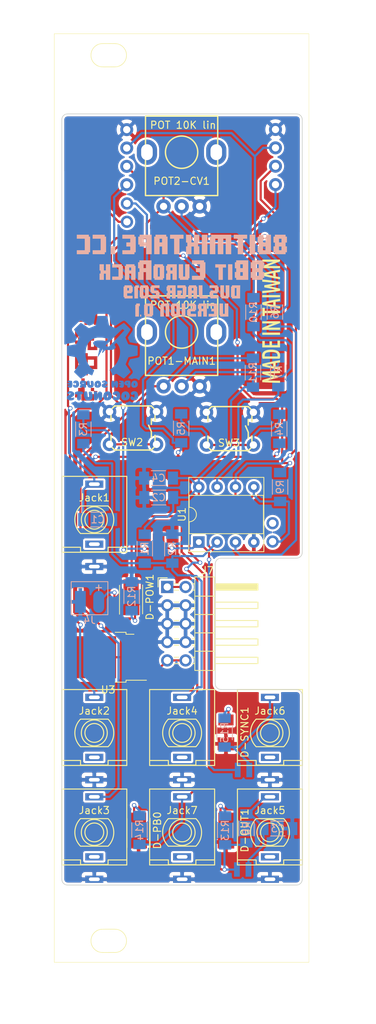
<source format=kicad_pcb>
(kicad_pcb (version 20171130) (host pcbnew 5.1.2-f72e74a~84~ubuntu16.04.1)
  (layers (0 F.Cu signal) (31 B.Cu signal) (34 B.Paste user) (35 F.Paste user) (36 B.SilkS user) (37 F.SilkS user) (38 B.Mask user) (39 F.Mask user) (44 Edge.Cuts user))
  (net 0 "")
  (net 1 AudioProg)
  (net 2 GND)
  (net 3 CV_OUT)
  (net 4 "Net-(D-OUT1-Pad2)")
  (net 5 Sync_OUT)
  (net 6 But-L)
  (net 7 But-R)
  (net 8 PB4/A2)
  (net 9 PB2/A1)
  (net 10 PB1)
  (net 11 PB0)
  (net 12 "Net-(POT1-MAIN1-Pad2)")
  (net 13 "Net-(POT2-CV1-Pad2)")
  (net 14 Sync_IN)
  (net 15 +3V3)
  (net 16 CV1_IN)
  (net 17 CV2_IN)
  (net 18 "Net-(D1-Pad2)")
  (net 19 "Net-(D1-Pad4)")
  (net 20 "Net-(D-POW1-Pad1)")
  (net 21 DC_in)
  (net 22 "Net-(J7-Pad1)")
  (net 23 "Net-(D-PB0-Pad2)")
  (net 24 "Net-(D-SYNC1-Pad2)")
  (net 25 PB5)
  (module 8Bit_Eurorack:8Bit_EuroRack-NEO_7hp (layer F.Cu) (at 61.71 96.34)
    (fp_text reference board1 hide)
    (fp_text value SVG2SHENZHEN hide)
    (fp_line (start -16.591666 52.73439) (end -16.591666 52.73439) (layer Edge.Cuts) (width 0.1))
    (fp_line (start -16.591666 -52.337503) (end -16.591666 52.73439) (layer Edge.Cuts) (width 0.1))
    (fp_line (start -16.576152 -52.494304) (end -16.591666 -52.337503) (layer Edge.Cuts) (width 0.1))
    (fp_line (start -16.530769 -52.64365) (end -16.576152 -52.494304) (layer Edge.Cuts) (width 0.1))
    (fp_line (start -16.457256 -52.781343) (end -16.530769 -52.64365) (layer Edge.Cuts) (width 0.1))
    (fp_line (start -16.357351 -52.903188) (end -16.457256 -52.781343) (layer Edge.Cuts) (width 0.1))
    (fp_line (start -16.235506 -53.003094) (end -16.357351 -52.903188) (layer Edge.Cuts) (width 0.1))
    (fp_line (start -16.097813 -53.076607) (end -16.235506 -53.003094) (layer Edge.Cuts) (width 0.1))
    (fp_line (start -15.948467 -53.121989) (end -16.097813 -53.076607) (layer Edge.Cuts) (width 0.1))
    (fp_line (start -15.791666 -53.137503) (end -15.948467 -53.121989) (layer Edge.Cuts) (width 0.1))
    (fp_line (start 15.910419 -53.137503) (end -15.791666 -53.137503) (layer Edge.Cuts) (width 0.1))
    (fp_line (start 16.071647 -53.12125) (end 15.910419 -53.137503) (layer Edge.Cuts) (width 0.1))
    (fp_line (start 16.221815 -53.074635) (end 16.071647 -53.12125) (layer Edge.Cuts) (width 0.1))
    (fp_line (start 16.357707 -53.000876) (end 16.221815 -53.074635) (layer Edge.Cuts) (width 0.1))
    (fp_line (start 16.476105 -52.903188) (end 16.357707 -53.000876) (layer Edge.Cuts) (width 0.1))
    (fp_line (start 16.573792 -52.784791) (end 16.476105 -52.903188) (layer Edge.Cuts) (width 0.1))
    (fp_line (start 16.647551 -52.648899) (end 16.573792 -52.784791) (layer Edge.Cuts) (width 0.1))
    (fp_line (start 16.694166 -52.498731) (end 16.647551 -52.648899) (layer Edge.Cuts) (width 0.1))
    (fp_line (start 16.710419 -52.337503) (end 16.694166 -52.498731) (layer Edge.Cuts) (width 0.1))
    (fp_line (start 16.710419 7.519201) (end 16.710419 -52.337503) (layer Edge.Cuts) (width 0.1))
    (fp_line (start 16.694166 7.680429) (end 16.710419 7.519201) (layer Edge.Cuts) (width 0.1))
    (fp_line (start 16.647551 7.830597) (end 16.694166 7.680429) (layer Edge.Cuts) (width 0.1))
    (fp_line (start 16.573792 7.966489) (end 16.647551 7.830597) (layer Edge.Cuts) (width 0.1))
    (fp_line (start 16.476105 8.084886) (end 16.573792 7.966489) (layer Edge.Cuts) (width 0.1))
    (fp_line (start 16.357707 8.182574) (end 16.476105 8.084886) (layer Edge.Cuts) (width 0.1))
    (fp_line (start 16.221815 8.256333) (end 16.357707 8.182574) (layer Edge.Cuts) (width 0.1))
    (fp_line (start 16.071647 8.302948) (end 16.221815 8.256333) (layer Edge.Cuts) (width 0.1))
    (fp_line (start 15.910419 8.319201) (end 16.071647 8.302948) (layer Edge.Cuts) (width 0.1))
    (fp_line (start 5.457874 8.319201) (end 15.910419 8.319201) (layer Edge.Cuts) (width 0.1))
    (fp_line (start 5.296646 8.335454) (end 5.457874 8.319201) (layer Edge.Cuts) (width 0.1))
    (fp_line (start 5.146478 8.382069) (end 5.296646 8.335454) (layer Edge.Cuts) (width 0.1))
    (fp_line (start 5.010587 8.455828) (end 5.146478 8.382069) (layer Edge.Cuts) (width 0.1))
    (fp_line (start 4.892189 8.553516) (end 5.010587 8.455828) (layer Edge.Cuts) (width 0.1))
    (fp_line (start 4.794502 8.671913) (end 4.892189 8.553516) (layer Edge.Cuts) (width 0.1))
    (fp_line (start 4.720742 8.807805) (end 4.794502 8.671913) (layer Edge.Cuts) (width 0.1))
    (fp_line (start 4.674128 8.957973) (end 4.720742 8.807805) (layer Edge.Cuts) (width 0.1))
    (fp_line (start 4.657874 9.119201) (end 4.674128 8.957973) (layer Edge.Cuts) (width 0.1))
    (fp_line (start 4.657874 25.684227) (end 4.657874 9.119201) (layer Edge.Cuts) (width 0.1))
    (fp_line (start 4.674128 25.845455) (end 4.657874 25.684227) (layer Edge.Cuts) (width 0.1))
    (fp_line (start 4.720742 25.995623) (end 4.674128 25.845455) (layer Edge.Cuts) (width 0.1))
    (fp_line (start 4.794502 26.131515) (end 4.720742 25.995623) (layer Edge.Cuts) (width 0.1))
    (fp_line (start 4.892189 26.249912) (end 4.794502 26.131515) (layer Edge.Cuts) (width 0.1))
    (fp_line (start 5.010587 26.3476) (end 4.892189 26.249912) (layer Edge.Cuts) (width 0.1))
    (fp_line (start 5.146478 26.421359) (end 5.010587 26.3476) (layer Edge.Cuts) (width 0.1))
    (fp_line (start 5.296646 26.467974) (end 5.146478 26.421359) (layer Edge.Cuts) (width 0.1))
    (fp_line (start 5.457874 26.484227) (end 5.296646 26.467974) (layer Edge.Cuts) (width 0.1))
    (fp_line (start 15.910419 26.484227) (end 5.457874 26.484227) (layer Edge.Cuts) (width 0.1))
    (fp_line (start 16.071647 26.50048) (end 15.910419 26.484227) (layer Edge.Cuts) (width 0.1))
    (fp_line (start 16.221815 26.547095) (end 16.071647 26.50048) (layer Edge.Cuts) (width 0.1))
    (fp_line (start 16.357707 26.620854) (end 16.221815 26.547095) (layer Edge.Cuts) (width 0.1))
    (fp_line (start 16.476105 26.718542) (end 16.357707 26.620854) (layer Edge.Cuts) (width 0.1))
    (fp_line (start 16.573792 26.836939) (end 16.476105 26.718542) (layer Edge.Cuts) (width 0.1))
    (fp_line (start 16.647551 26.972831) (end 16.573792 26.836939) (layer Edge.Cuts) (width 0.1))
    (fp_line (start 16.694166 27.122999) (end 16.647551 26.972831) (layer Edge.Cuts) (width 0.1))
    (fp_line (start 16.710419 27.284227) (end 16.694166 27.122999) (layer Edge.Cuts) (width 0.1))
    (fp_line (start 16.710419 52.73439) (end 16.710419 27.284227) (layer Edge.Cuts) (width 0.1))
    (fp_line (start 16.694166 52.895618) (end 16.710419 52.73439) (layer Edge.Cuts) (width 0.1))
    (fp_line (start 16.647551 53.045786) (end 16.694166 52.895618) (layer Edge.Cuts) (width 0.1))
    (fp_line (start 16.573792 53.181678) (end 16.647551 53.045786) (layer Edge.Cuts) (width 0.1))
    (fp_line (start 16.476105 53.300075) (end 16.573792 53.181678) (layer Edge.Cuts) (width 0.1))
    (fp_line (start 16.357707 53.397763) (end 16.476105 53.300075) (layer Edge.Cuts) (width 0.1))
    (fp_line (start 16.221815 53.471522) (end 16.357707 53.397763) (layer Edge.Cuts) (width 0.1))
    (fp_line (start 16.071647 53.518137) (end 16.221815 53.471522) (layer Edge.Cuts) (width 0.1))
    (fp_line (start 15.910419 53.53439) (end 16.071647 53.518137) (layer Edge.Cuts) (width 0.1))
    (fp_line (start -15.791666 53.53439) (end 15.910419 53.53439) (layer Edge.Cuts) (width 0.1))
    (fp_line (start -15.948467 53.518876) (end -15.791666 53.53439) (layer Edge.Cuts) (width 0.1))
    (fp_line (start -16.097813 53.473494) (end -15.948467 53.518876) (layer Edge.Cuts) (width 0.1))
    (fp_line (start -16.235506 53.399981) (end -16.097813 53.473494) (layer Edge.Cuts) (width 0.1))
    (fp_line (start -16.357351 53.300075) (end -16.235506 53.399981) (layer Edge.Cuts) (width 0.1))
    (fp_line (start -16.457256 53.17823) (end -16.357351 53.300075) (layer Edge.Cuts) (width 0.1))
    (fp_line (start -16.530769 53.040537) (end -16.457256 53.17823) (layer Edge.Cuts) (width 0.1))
    (fp_line (start -16.576152 52.891191) (end -16.530769 53.040537) (layer Edge.Cuts) (width 0.1))
    (fp_line (start -16.591666 52.73439) (end -16.576152 52.891191) (layer Edge.Cuts) (width 0.1))
  )
  (module 8Bit_Eurorack:8bitmixtape_credits_FSilk (layer B.Cu) (at 61.74 65.71 90)
    (fp_text reference Ref** hide)
    (fp_text value Val** hide)
  )
  (module 8Bit_Eurorack:Bat_connector_SMD (layer B.Cu) (at 47.69 110.7)
    (fp_text reference J4 (at 1.27 2.54) (layer B.SilkS) (effects (justify mirror)))
    (fp_text value Con_3-5V)
    (fp_text user - (at 0 -2.032) (layer B.SilkS) (effects (justify mirror)))
    (fp_text user + (at 2.54 -2.032) (layer B.SilkS) (effects (justify mirror)))
    (pad 2 smd oval (at 2.54 0) (size 1.51 3.01) (layers B.Cu B.Paste B.Mask) (net 15 +3V3))
    (pad 1 smd rect (at 0 0) (size 1.51 3.01) (layers B.Cu B.Paste B.Mask) (net 2 GND))
  )
  (module 8Bit_Eurorack:Pin_Header_Angled_1x02_Pitch2.54mm (layer B.Cu) (at 74.31 102.36)
    (fp_text reference J8)
    (fp_text value Conn_01x02)
    (pad 1 thru_hole circle (at 0 0) (size 1.7 1.7) (drill 1) (layers *.Cu *.Mask) (net 11 PB0))
    (pad 2 thru_hole oval (at 0 -2.54) (size 1.7 1.7) (drill 1) (layers *.Cu *.Mask))
  )
  (module 8Bit_Eurorack:Socket_Strip_Angled_1x02_Pitch2.54mm (layer B.Cu) (at 54.14 58.13)
    (fp_text reference J5)
    (fp_text value Conn_01x02)
    (pad 1 thru_hole circle (at 0 0) (size 1.7 1.7) (drill 1) (layers *.Cu *.Mask) (net 1 AudioProg))
    (pad 2 thru_hole oval (at 0 -2.54) (size 1.7 1.7) (drill 1) (layers *.Cu *.Mask) (net 17 CV2_IN))
  )
  (module 8Bit_Eurorack:C_1206_3d (layer B.Cu) (at 58.51 93.58 180)
    (fp_text reference C4 (at 0 0) (layer B.SilkS) (effects (justify mirror)))
    (fp_text value 10uF)
    (pad 2 smd rect (at 2 0 180) (size 1.4 1.8) (layers B.Cu B.Paste B.Mask) (net 2 GND))
    (pad 1 smd rect (at -2 0 180) (size 1.4 1.8) (layers B.Cu B.Paste B.Mask) (net 15 +3V3))
  )
  (module 8Bit_Eurorack:C_1206_3d (layer B.Cu) (at 75.04 142.06)
    (fp_text reference C3 (at 0 0) (layer B.SilkS) (effects (justify mirror)))
    (fp_text value 100nF)
    (pad 2 smd rect (at 2 0) (size 1.4 1.8) (layers B.Cu B.Paste B.Mask) (net 2 GND))
    (pad 1 smd rect (at -2 0) (size 1.4 1.8) (layers B.Cu B.Paste B.Mask) (net 3 CV_OUT))
  )
  (module 8Bit_Eurorack:C_1206_3d (layer B.Cu) (at 58.54 96.27 180)
    (fp_text reference C2 (at 0 0) (layer B.SilkS) (effects (justify mirror)))
    (fp_text value 100nF)
    (pad 2 smd rect (at 2 0 180) (size 1.4 1.8) (layers B.Cu B.Paste B.Mask) (net 2 GND))
    (pad 1 smd rect (at -2 0 180) (size 1.4 1.8) (layers B.Cu B.Paste B.Mask) (net 15 +3V3))
  )
  (module 8Bit_Eurorack:C_1206_3d (layer B.Cu) (at 50.09 99.32)
    (fp_text reference C1 (at 0 0) (layer B.SilkS) (effects (justify mirror)))
    (fp_text value 100nF)
    (pad 2 smd rect (at 2 0) (size 1.4 1.8) (layers B.Cu B.Paste B.Mask) (net 14 Sync_IN))
    (pad 1 smd rect (at -2 0) (size 1.4 1.8) (layers B.Cu B.Paste B.Mask) (net 1 AudioProg))
  )
  (module 8Bit_Eurorack:PJ301M-12_dusjagr_3d (layer F.Cu) (at 49.62 128.83)
    (fp_text reference Jack2 (at 0 -3.048) (layer F.SilkS))
    (fp_text value JACK_2P hide)
    (pad 3 thru_hole rect (at 0 6.48) (size 2.5 1) (drill oval 1.5 0.5) (layers *.Cu *.Mask) (net 2 GND))
    (pad 2 thru_hole rect (at 0 3.38) (size 2.5 1) (drill oval 1.5 0.5) (layers *.Cu *.Mask))
    (pad 1 thru_hole rect (at 0 -4.92) (size 2.5 1) (drill oval 1.5 0.5) (layers *.Cu *.Mask) (net 16 CV1_IN))
  )
  (module 8Bit_Eurorack:PJ301M-12_dusjagr_3d (layer F.Cu) (at 49.62 99.34)
    (fp_text reference Jack1 (at 0 -3.048) (layer F.SilkS))
    (fp_text value JACK_2P hide)
    (pad 3 thru_hole rect (at 0 6.48) (size 2.5 1) (drill oval 1.5 0.5) (layers *.Cu *.Mask) (net 2 GND))
    (pad 2 thru_hole rect (at 0 3.38) (size 2.5 1) (drill oval 1.5 0.5) (layers *.Cu *.Mask))
    (pad 1 thru_hole rect (at 0 -4.92) (size 2.5 1) (drill oval 1.5 0.5) (layers *.Cu *.Mask) (net 1 AudioProg))
  )
  (module 8Bit_Eurorack:PJ301M-12_dusjagr_3d (layer F.Cu) (at 49.62 142.59)
    (fp_text reference Jack3 (at 0 -3.048) (layer F.SilkS))
    (fp_text value JACK_2P hide)
    (pad 3 thru_hole rect (at 0 6.48) (size 2.5 1) (drill oval 1.5 0.5) (layers *.Cu *.Mask) (net 2 GND))
    (pad 2 thru_hole rect (at 0 3.38) (size 2.5 1) (drill oval 1.5 0.5) (layers *.Cu *.Mask))
    (pad 1 thru_hole rect (at 0 -4.92) (size 2.5 1) (drill oval 1.5 0.5) (layers *.Cu *.Mask) (net 17 CV2_IN))
  )
  (module 8Bit_Eurorack:PJ301M-12_dusjagr_3d (layer F.Cu) (at 61.78 128.83)
    (fp_text reference Jack4 (at 0 -3.048) (layer F.SilkS))
    (fp_text value JACK_2P hide)
    (pad 3 thru_hole rect (at 0 6.48) (size 2.5 1) (drill oval 1.5 0.5) (layers *.Cu *.Mask) (net 2 GND))
    (pad 2 thru_hole rect (at 0 3.38) (size 2.5 1) (drill oval 1.5 0.5) (layers *.Cu *.Mask))
    (pad 1 thru_hole rect (at 0 -4.92) (size 2.5 1) (drill oval 1.5 0.5) (layers *.Cu *.Mask) (net 14 Sync_IN))
  )
  (module 8Bit_Eurorack:PJ301M-12_dusjagr_3d (layer F.Cu) (at 73.94 142.59)
    (fp_text reference Jack5 (at 0 -3.048) (layer F.SilkS))
    (fp_text value JACK_2P hide)
    (pad 3 thru_hole rect (at 0 6.48) (size 2.5 1) (drill oval 1.5 0.5) (layers *.Cu *.Mask) (net 2 GND))
    (pad 2 thru_hole rect (at 0 3.38) (size 2.5 1) (drill oval 1.5 0.5) (layers *.Cu *.Mask))
    (pad 1 thru_hole rect (at 0 -4.92) (size 2.5 1) (drill oval 1.5 0.5) (layers *.Cu *.Mask) (net 3 CV_OUT))
  )
  (module 8Bit_Eurorack:PJ301M-12_dusjagr_3d (layer F.Cu) (at 73.94 128.83)
    (fp_text reference Jack6 (at 0 -3.048) (layer F.SilkS))
    (fp_text value JACK_2P hide)
    (pad 3 thru_hole rect (at 0 6.48) (size 2.5 1) (drill oval 1.5 0.5) (layers *.Cu *.Mask) (net 2 GND))
    (pad 2 thru_hole rect (at 0 3.38) (size 2.5 1) (drill oval 1.5 0.5) (layers *.Cu *.Mask))
    (pad 1 thru_hole rect (at 0 -4.92) (size 2.5 1) (drill oval 1.5 0.5) (layers *.Cu *.Mask) (net 5 Sync_OUT))
  )
  (module 8Bit_Eurorack:PJ301M-12_dusjagr_3d (layer F.Cu) (at 61.78 142.59)
    (fp_text reference Jack7 (at 0 -3.048) (layer F.SilkS))
    (fp_text value JACK_2P hide)
    (pad 3 thru_hole rect (at 0 6.48) (size 2.5 1) (drill oval 1.5 0.5) (layers *.Cu *.Mask) (net 2 GND))
    (pad 2 thru_hole rect (at 0 3.38) (size 2.5 1) (drill oval 1.5 0.5) (layers *.Cu *.Mask))
    (pad 1 thru_hole rect (at 0 -4.92) (size 2.5 1) (drill oval 1.5 0.5) (layers *.Cu *.Mask) (net 11 PB0))
  )
  (module 8Bit_Eurorack:TACTILE-PTH_3d (layer F.Cu) (at 54.98 86.65 180)
    (fp_text reference SW2 (at 0.127 -1.9812) (layer F.SilkS))
    (fp_text value SW_Push)
    (pad 1 thru_hole circle (at -3.2512 -2.2606 180) (size 1.8796 1.8796) (drill 1.016) (layers *.Cu *.Mask) (net 6 But-L))
    (pad 1 thru_hole circle (at 3.2512 -2.2606 180) (size 1.8796 1.8796) (drill 1.016) (layers *.Cu *.Mask) (net 6 But-L))
    (pad 2 thru_hole circle (at -3.2512 2.2606 180) (size 1.8796 1.8796) (drill 1.016) (layers *.Cu *.Mask) (net 2 GND))
    (pad 2 thru_hole circle (at 3.2512 2.2606 180) (size 1.8796 1.8796) (drill 1.016) (layers *.Cu *.Mask) (net 2 GND))
  )
  (module 8Bit_Eurorack:TACTILE-PTH_3d (layer F.Cu) (at 68.4 86.74 180)
    (fp_text reference SW3 (at 0.127 -1.9812) (layer F.SilkS))
    (fp_text value SW_Push)
    (pad 1 thru_hole circle (at -3.2512 -2.2606 180) (size 1.8796 1.8796) (drill 1.016) (layers *.Cu *.Mask) (net 7 But-R))
    (pad 1 thru_hole circle (at 3.2512 -2.2606 180) (size 1.8796 1.8796) (drill 1.016) (layers *.Cu *.Mask) (net 7 But-R))
    (pad 2 thru_hole circle (at -3.2512 2.2606 180) (size 1.8796 1.8796) (drill 1.016) (layers *.Cu *.Mask) (net 2 GND))
    (pad 2 thru_hole circle (at 3.2512 2.2606 180) (size 1.8796 1.8796) (drill 1.016) (layers *.Cu *.Mask) (net 2 GND))
  )
  (module 8Bit_Eurorack:RD901F-ALPHA-3D (layer F.Cu) (at 61.71 73.38)
    (fp_text reference POT1-MAIN1 (at 0 4) (layer F.SilkS))
    (fp_text value "POT 10K lin" (at 0.2015 -3.748) (layer F.SilkS))
    (pad 1 thru_hole circle (at -2.5 7.5) (size 2 2) (drill 1) (layers *.Cu *.Mask) (net 17 CV2_IN))
    (pad 2 thru_hole circle (at 0 7.5) (size 2 2) (drill 1) (layers *.Cu *.Mask) (net 12 "Net-(POT1-MAIN1-Pad2)"))
    (pad 3 thru_hole circle (at 2.5 7.5) (size 2 2) (drill 1) (layers *.Cu *.Mask) (net 2 GND))
    (pad "" thru_hole oval (at -4.8 0) (size 2.8 3.5) (drill oval 1.6 2.2) (layers *.Cu *.Mask))
    (pad "" thru_hole oval (at 4.8 0) (size 2.8 3.5) (drill oval 1.6 2.2) (layers *.Cu *.Mask))
  )
  (module 8Bit_Eurorack:RD901F-ALPHA-3D (layer F.Cu) (at 61.71 48.5)
    (fp_text reference POT2-CV1 (at 0 4) (layer F.SilkS))
    (fp_text value "POT 10K lin" (at 0.2015 -3.748) (layer F.SilkS))
    (pad 1 thru_hole circle (at -2.5 7.5) (size 2 2) (drill 1) (layers *.Cu *.Mask) (net 16 CV1_IN))
    (pad 2 thru_hole circle (at 0 7.5) (size 2 2) (drill 1) (layers *.Cu *.Mask) (net 13 "Net-(POT2-CV1-Pad2)"))
    (pad 3 thru_hole circle (at 2.5 7.5) (size 2 2) (drill 1) (layers *.Cu *.Mask) (net 2 GND))
    (pad "" thru_hole oval (at -4.8 0) (size 2.8 3.5) (drill oval 1.6 2.2) (layers *.Cu *.Mask))
    (pad "" thru_hole oval (at 4.8 0) (size 2.8 3.5) (drill oval 1.6 2.2) (layers *.Cu *.Mask))
  )
  (module 8Bit_Eurorack:R_1206_3d (layer B.Cu) (at 75.23 86.77 90)
    (fp_text reference R4 (at 0 0 90) (layer B.SilkS) (effects (justify mirror)))
    (fp_text value 22k)
    (pad 2 smd rect (at 2 0 90) (size 1.3 1.7) (layers B.Cu B.Paste B.Mask) (net 7 But-R))
    (pad 1 smd rect (at -2 0 90) (size 1.3 1.7) (layers B.Cu B.Paste B.Mask) (net 14 Sync_IN))
  )
  (module 8Bit_Eurorack:R_1206_3d (layer B.Cu) (at 74.63 70.61 90)
    (fp_text reference R6 (at 0 0 90) (layer B.SilkS) (effects (justify mirror)))
    (fp_text value 22K)
    (pad 2 smd rect (at 2 0 90) (size 1.3 1.7) (layers B.Cu B.Paste B.Mask) (net 13 "Net-(POT2-CV1-Pad2)"))
    (pad 1 smd rect (at -2 0 90) (size 1.3 1.7) (layers B.Cu B.Paste B.Mask) (net 8 PB4/A2))
  )
  (module 8Bit_Eurorack:R_1206_3d (layer B.Cu) (at 67.74 142.31 90)
    (fp_text reference R13 (at 0 0 90) (layer B.SilkS) (effects (justify mirror)))
    (fp_text value 1K)
    (pad 2 smd rect (at 2 0 90) (size 1.3 1.7) (layers B.Cu B.Paste B.Mask) (net 4 "Net-(D-OUT1-Pad2)"))
    (pad 1 smd rect (at -2 0 90) (size 1.3 1.7) (layers B.Cu B.Paste B.Mask) (net 10 PB1))
  )
  (module 8Bit_Eurorack:R_1206_3d (layer B.Cu) (at 54.79 109.93 90)
    (fp_text reference R12 (at 0 0 90) (layer B.SilkS) (effects (justify mirror)))
    (fp_text value 1K)
    (pad 2 smd rect (at 2 0 90) (size 1.3 1.7) (layers B.Cu B.Paste B.Mask) (net 2 GND))
    (pad 1 smd rect (at -2 0 90) (size 1.3 1.7) (layers B.Cu B.Paste B.Mask) (net 20 "Net-(D-POW1-Pad1)"))
  )
  (module 8Bit_Eurorack:R_1206_3d (layer B.Cu) (at 71.59 79 90)
    (fp_text reference R11 (at 0 0 90) (layer B.SilkS) (effects (justify mirror)))
    (fp_text value 4.7K)
    (pad 2 smd rect (at 2 0 90) (size 1.3 1.7) (layers B.Cu B.Paste B.Mask) (net 17 CV2_IN))
    (pad 1 smd rect (at -2 0 90) (size 1.3 1.7) (layers B.Cu B.Paste B.Mask) (net 15 +3V3))
  )
  (module 8Bit_Eurorack:R_1206_3d (layer B.Cu) (at 71.66 70.63 90)
    (fp_text reference R10 (at 0 0 90) (layer B.SilkS) (effects (justify mirror)))
    (fp_text value 4.7K)
    (pad 2 smd rect (at 2 0 90) (size 1.3 1.7) (layers B.Cu B.Paste B.Mask) (net 16 CV1_IN))
    (pad 1 smd rect (at -2 0 90) (size 1.3 1.7) (layers B.Cu B.Paste B.Mask) (net 15 +3V3))
  )
  (module 8Bit_Eurorack:R_1206_3d (layer B.Cu) (at 75.35 94.81 270)
    (fp_text reference R9 (at 0 0 90) (layer B.SilkS) (effects (justify mirror)))
    (fp_text value 330)
    (pad 2 smd rect (at 2 0 270) (size 1.3 1.7) (layers B.Cu B.Paste B.Mask) (net 11 PB0))
    (pad 1 smd rect (at -2 0 270) (size 1.3 1.7) (layers B.Cu B.Paste B.Mask) (net 18 "Net-(D1-Pad2)"))
  )
  (module 8Bit_Eurorack:R_1206_3d (layer B.Cu) (at 70.69 142.04 270)
    (fp_text reference R8 (at 0 0 90) (layer B.SilkS) (effects (justify mirror)))
    (fp_text value 330)
    (pad 2 smd rect (at 2 0 270) (size 1.3 1.7) (layers B.Cu B.Paste B.Mask) (net 10 PB1))
    (pad 1 smd rect (at -2 0 270) (size 1.3 1.7) (layers B.Cu B.Paste B.Mask) (net 3 CV_OUT))
  )
  (module 8Bit_Eurorack:R_1206_3d (layer B.Cu) (at 75.1 78.95 90)
    (fp_text reference R7 (at 0 0 90) (layer B.SilkS) (effects (justify mirror)))
    (fp_text value 22K)
    (pad 2 smd rect (at 2 0 90) (size 1.3 1.7) (layers B.Cu B.Paste B.Mask) (net 12 "Net-(POT1-MAIN1-Pad2)"))
    (pad 1 smd rect (at -2 0 90) (size 1.3 1.7) (layers B.Cu B.Paste B.Mask) (net 9 PB2/A1))
  )
  (module 8Bit_Eurorack:R_1206_3d (layer B.Cu) (at 61.65 86.7 90)
    (fp_text reference R5 (at 0 0 90) (layer B.SilkS) (effects (justify mirror)))
    (fp_text value 22k)
    (pad 2 smd rect (at 2 0 90) (size 1.3 1.7) (layers B.Cu B.Paste B.Mask) (net 7 But-R))
    (pad 1 smd rect (at -2 0 90) (size 1.3 1.7) (layers B.Cu B.Paste B.Mask) (net 14 Sync_IN))
  )
  (module 8Bit_Eurorack:R_1206_3d (layer B.Cu) (at 48.1 86.82 90)
    (fp_text reference R3 (at 0 0 90) (layer B.SilkS) (effects (justify mirror)))
    (fp_text value 22k)
    (pad 2 smd rect (at 2 0 90) (size 1.3 1.7) (layers B.Cu B.Paste B.Mask) (net 6 But-L))
    (pad 1 smd rect (at -2 0 90) (size 1.3 1.7) (layers B.Cu B.Paste B.Mask) (net 14 Sync_IN))
  )
  (module 8Bit_Eurorack:R_1206_3d (layer B.Cu) (at 60.43 103.34 90)
    (fp_text reference R2 (at 0 0 90) (layer B.SilkS) (effects (justify mirror)))
    (fp_text value 22k)
    (pad 2 smd rect (at 2 0 90) (size 1.3 1.7) (layers B.Cu B.Paste B.Mask) (net 2 GND))
    (pad 1 smd rect (at -2 0 90) (size 1.3 1.7) (layers B.Cu B.Paste B.Mask) (net 14 Sync_IN))
  )
  (module 8Bit_Eurorack:R_1206_3d (layer B.Cu) (at 56.61 103.35 270)
    (fp_text reference R1 (at 0 0 90) (layer B.SilkS) (effects (justify mirror)))
    (fp_text value 22k)
    (pad 2 smd rect (at 2 0 270) (size 1.3 1.7) (layers B.Cu B.Paste B.Mask) (net 14 Sync_IN))
    (pad 1 smd rect (at -2 0 270) (size 1.3 1.7) (layers B.Cu B.Paste B.Mask) (net 15 +3V3))
  )
  (module 8Bit_Eurorack:R_1206_3d (layer B.Cu) (at 55.88 142.26 90)
    (fp_text reference R14 (at 0 0 90) (layer B.SilkS) (effects (justify mirror)))
    (fp_text value 1K)
    (pad 2 smd rect (at 2 0 90) (size 1.3 1.7) (layers B.Cu B.Paste B.Mask) (net 23 "Net-(D-PB0-Pad2)"))
    (pad 1 smd rect (at -2 0 90) (size 1.3 1.7) (layers B.Cu B.Paste B.Mask) (net 11 PB0))
  )
  (module 8Bit_Eurorack:R_1206_3d (layer B.Cu) (at 67.66 128.78 90)
    (fp_text reference R15 (at 0 0 90) (layer B.SilkS) (effects (justify mirror)))
    (fp_text value 1K)
    (pad 2 smd rect (at 2 0 90) (size 1.3 1.7) (layers B.Cu B.Paste B.Mask) (net 24 "Net-(D-SYNC1-Pad2)"))
    (pad 1 smd rect (at -2 0 90) (size 1.3 1.7) (layers B.Cu B.Paste B.Mask) (net 5 Sync_OUT))
  )
  (module 8Bit_Eurorack:CACR_chinese_vert (layer F.Cu) (at 48.47 67.35)
    (fp_text reference Ref** hide)
    (fp_text value Val** hide)
    (fp_poly (pts (xy 1.114724 -13.960475) (xy 1.118199 -13.7414) (xy 1.5494 -13.7414) (xy 1.5494 -13.3096) (xy 1.1176 -13.3096) (xy 1.1176 -13.7414) (xy 0.6725 -13.7414) (xy 0.67945 -14.17955) (xy 1.11125 -14.17955) (xy 1.114724 -13.960475)) (layer F.Cu) (width 0.01))
    (fp_poly (pts (xy 1.5494 -15.0495) (xy 0.2413 -15.0495) (xy 0.2413 -12.4333) (xy 0.022225 -12.433295) (xy -0.19685 -12.433289) (xy -0.193036 -13.087345) (xy -0.189221 -13.7414) (xy -0.635 -13.7414) (xy -0.635 -13.3096) (xy -1.5113 -13.3096) (xy -1.5113 -13.7414) (xy -0.6356 -13.7414) (xy -0.62865 -14.17955) (xy -0.1905 -14.1865) (xy -0.1905 -15.049272) (xy -1.50495 -15.05585) (xy -1.50495 -15.48765) (xy 0.022225 -15.490877) (xy 1.5494 -15.494103) (xy 1.5494 -15.0495)) (layer F.Cu) (width 0.01))
    (fp_poly (pts (xy 1.5621 -11.557) (xy 0.2413 -11.557) (xy 0.2413 -10.6934) (xy 1.1176 -10.6934) (xy 1.1176 -10.2489) (xy 0.2413 -10.2489) (xy 0.2413 -9.3853) (xy 1.5621 -9.3853) (xy 1.5621 -8.9408) (xy -1.5113 -8.9408) (xy -1.5113 -9.3853) (xy -1.0795 -9.3853) (xy -1.0795 -10.6934) (xy -0.6223 -10.6934) (xy -0.6223 -9.3853) (xy -0.2032 -9.3853) (xy -0.2032 -11.557) (xy -1.5113 -11.557) (xy -1.5113 -12.0015) (xy 1.5621 -12.0015) (xy 1.5621 -11.557)) (layer F.Cu) (width 0.01))
    (fp_poly (pts (xy -0.6223 -8.0772) (xy -0.2032 -8.0772) (xy -0.2032 -8.509) (xy 0.2413 -8.509) (xy 0.2413 -8.0772) (xy 0.6731 -8.0772) (xy 0.6731 -8.509) (xy 1.1176 -8.509) (xy 1.1176 -8.0772) (xy 1.5621 -8.0772) (xy 1.5621 -7.1882) (xy 1.1049 -7.1882) (xy 1.1049 -7.62) (xy 0.6858 -7.62) (xy 0.6858 -6.7691) (xy 1.1176 -6.7691) (xy 1.1176 -5.8801) (xy 0.6731 -5.8801) (xy 0.6731 -6.3119) (xy 0.2413 -6.3119) (xy 0.2413 -5.4483) (xy -0.2032 -5.4483) (xy -0.2032 -6.3119) (xy -0.6223 -6.3119) (xy -0.6223 -5.8801) (xy -1.0795 -5.8801) (xy -1.0795 -6.7691) (xy -0.635 -6.7691) (xy -0.635 -7.62) (xy -0.1905 -7.62) (xy -0.1905 -7.2009) (xy 0.2286 -7.2009) (xy 0.2286 -7.62) (xy -0.1905 -7.62) (xy -0.635 -7.62) (xy -1.0668 -7.62) (xy -1.0668 -7.1882) (xy -1.5113 -7.1882) (xy -1.5113 -8.0772) (xy -1.0795 -8.0772) (xy -1.0795 -8.509) (xy -0.6223 -8.509) (xy -0.6223 -8.0772)) (layer F.Cu) (width 0.01))
    (fp_poly (pts (xy 1.5621 -4.1275) (xy 1.1176 -4.1275) (xy 1.1176 -3.7084) (xy 1.5621 -3.7084) (xy 1.5621 -2.8194) (xy 1.1176 -2.8194) (xy 1.1176 -1.9558) (xy 0.6731 -1.9558) (xy 0.6731 -2.3876) (xy -0.6223 -2.3876) (xy -0.6223 -1.9558) (xy -1.0795 -1.9558) (xy -1.0795 -2.8194) (xy -1.5113 -2.8194) (xy -1.5113 -3.7084) (xy -1.0795 -3.7084) (xy -1.0795 -4.1275) (xy -1.5113 -4.1275) (xy -1.5113 -4.572) (xy -0.6223 -4.572) (xy -0.6223 -2.8321) (xy -0.2032 -2.8321) (xy -0.2032 -3.2639) (xy 0.2413 -3.2639) (xy 0.2413 -2.8321) (xy 0.6731 -2.8321) (xy 0.6731 -3.2639) (xy 0.2413 -3.2639) (xy -0.2032 -3.2639) (xy -0.2032 -4.572) (xy 0.2413 -4.572) (xy 0.2413 -4.1402) (xy 0.6731 -4.1402) (xy 0.6731 -4.572) (xy 0.2413 -4.572) (xy -0.2032 -4.572) (xy -0.6223 -4.572) (xy -1.5113 -4.572) (xy -1.5113 -4.5847) (xy -1.0795 -4.5847) (xy -1.0795 -5.0165) (xy 1.5621 -5.0165) (xy 1.5621 -4.1275)) (layer F.Cu) (width 0.01))
    (fp_poly (pts (xy 1.1176 -1.0795) (xy 0.6858 -1.0795) (xy 0.6858 -0.635) (xy 0.2413 -0.635) (xy 0.2413 -0.2159) (xy 1.5621 -0.2159) (xy 1.5621 0.2286) (xy 0.2413 0.2286) (xy 0.2413 1.5367) (xy -0.635 1.5367) (xy -0.635 1.0922) (xy -0.2032 1.0922) (xy -0.2032 0.2286) (xy -1.5113 0.2286) (xy -1.5113 -0.2159) (xy -0.2032 -0.2159) (xy -0.2032 -0.6477) (xy 0.2286 -0.6477) (xy 0.2286 -1.0795) (xy -1.0795 -1.0795) (xy -1.0795 -1.524) (xy 1.1176 -1.524) (xy 1.1176 -1.0795)) (layer F.Cu) (width 0.01))
    (fp_poly (pts (xy 1.5621 5.0292) (xy 1.1049 5.0292) (xy 1.1049 3.7211) (xy 0.6858 3.7211) (xy 0.6858 4.5974) (xy 0.2413 4.5974) (xy 0.2413 5.0292) (xy -0.2032 5.0292) (xy -0.2032 4.5974) (xy -1.0795 4.5974) (xy -1.0795 3.7211) (xy -0.1905 3.7211) (xy -0.1905 4.5847) (xy 0.2286 4.5847) (xy 0.2286 3.7211) (xy -0.1905 3.7211) (xy -1.0795 3.7211) (xy -1.5113 3.7211) (xy -1.5113 3.2893) (xy -1.0668 3.2893) (xy -1.0668 3.7084) (xy -0.2032 3.7084) (xy -0.2032 3.2766) (xy 0.2286 3.2766) (xy 0.2286 2.413) (xy 0.6858 2.413) (xy 0.6858 3.2766) (xy 1.1049 3.2766) (xy 1.1049 2.413) (xy 0.6858 2.413) (xy 0.2286 2.413) (xy -0.6223 2.413) (xy -0.6223 3.2893) (xy -1.0668 3.2893) (xy -1.5113 3.2893) (xy -1.5113 3.2766) (xy -1.0795 3.2766) (xy -1.0795 2.413) (xy -1.5113 2.413) (xy -1.5113 1.9685) (xy 1.5621 1.9685) (xy 1.5621 5.0292)) (layer F.Cu) (width 0.01))
    (fp_poly (pts (xy 0.2413 5.8928) (xy 1.5621 5.8928) (xy 1.5621 6.7818) (xy 1.1176 6.7818) (xy 1.1176 7.2136) (xy 0.6858 7.2136) (xy 0.6858 8.0772) (xy 1.1049 8.0772) (xy 1.1049 7.6454) (xy 1.5621 7.6454) (xy 1.5621 8.5217) (xy 0.2286 8.5217) (xy 0.2286 7.6581) (xy -0.1905 7.6581) (xy -0.1905 8.0899) (xy -0.6223 8.0899) (xy -0.6223 8.5217) (xy -1.5113 8.5217) (xy -1.5113 8.0772) (xy -0.635 8.0772) (xy -0.635 7.6581) (xy -1.5113 7.6581) (xy -1.5113 7.2009) (xy -1.0795 7.2009) (xy -1.0795 6.7818) (xy -0.6223 6.7818) (xy -0.6223 7.2009) (xy 0.2286 7.2009) (xy 0.2286 6.35) (xy 0.6858 6.35) (xy 0.6858 6.7691) (xy 1.1049 6.7691) (xy 1.1049 6.35) (xy 0.6858 6.35) (xy 0.2286 6.35) (xy -0.1905 6.35) (xy -0.1905 6.7818) (xy -0.6223 6.7818) (xy -1.0795 6.7818) (xy -1.5113 6.7818) (xy -1.5113 6.35) (xy -1.0668 6.35) (xy -1.0668 6.7691) (xy -0.635 6.7691) (xy -0.635 6.35) (xy -1.0668 6.35) (xy -1.5113 6.35) (xy -1.5113 5.8928) (xy -0.2032 5.8928) (xy -0.2032 5.461) (xy 0.2413 5.461) (xy 0.2413 5.8928)) (layer F.Cu) (width 0.01))
    (fp_poly (pts (xy 0.2413 9.3853) (xy 1.5621 9.3853) (xy 1.5621 11.1506) (xy 0.2413 11.1506) (xy 0.2413 12.0142) (xy -0.2032 12.0142) (xy -0.2032 11.1506) (xy -1.5113 11.1506) (xy -1.5113 9.8425) (xy -1.0668 9.8425) (xy -1.0668 10.6934) (xy -0.2032 10.6934) (xy -0.2032 9.8425) (xy 0.2413 9.8425) (xy 0.2413 10.6934) (xy 1.1049 10.6934) (xy 1.1049 9.8425) (xy 0.2413 9.8425) (xy -0.2032 9.8425) (xy -1.0668 9.8425) (xy -1.5113 9.8425) (xy -1.5113 9.3853) (xy -0.2032 9.3853) (xy -0.2032 8.9535) (xy 0.2413 8.9535) (xy 0.2413 9.3853)) (layer F.Cu) (width 0.01))
    (fp_poly (pts (xy -0.1905 12.8778) (xy 0.2413 12.8778) (xy 0.2413 13.335) (xy -0.1905 13.335) (xy -0.1905 15.0622) (xy 0.6731 15.0622) (xy 0.6731 14.6304) (xy 1.1049 14.6304) (xy 1.1049 14.1986) (xy 0.6731 14.1986) (xy 0.6731 13.7541) (xy 1.1176 13.7541) (xy 1.1176 14.1859) (xy 1.5621 14.1859) (xy 1.5621 14.6431) (xy 1.1176 14.6431) (xy 1.1176 15.5067) (xy -0.635 15.5067) (xy -0.635 14.6431) (xy -1.0668 14.6431) (xy -1.0668 15.0749) (xy -1.5113 15.0749) (xy -1.5113 14.6304) (xy -1.0795 14.6304) (xy -1.0795 13.7541) (xy -0.635 13.7541) (xy -0.635 13.3223) (xy -0.2032 13.3223) (xy -0.2032 12.8905) (xy -0.635 12.8905) (xy -0.635 12.446) (xy -0.1905 12.446) (xy -0.1905 12.8778)) (layer F.Cu) (width 0.01))
  )
  (module 8Bit_Eurorack:Coconut_logo (layer B.Cu) (at 50.92 76.96 180)
    (fp_text reference Ref** hide)
    (fp_text value Val** hide)
    (fp_poly (pts (xy -0.809355 -1.679298) (xy -0.805703 -1.681964) (xy -0.788753 -1.696539) (xy -0.791778 -1.707678) (xy -0.80645 -1.71966) (xy -0.8332 -1.736637) (xy -0.846666 -1.733382) (xy -0.850831 -1.708297) (xy -0.8509 -1.7018) (xy -0.847473 -1.672427) (xy -0.834814 -1.665449) (xy -0.809355 -1.679298)) (layer B.Cu) (width 0.01))
    (fp_poly (pts (xy 0.330602 5.803829) (xy 0.452673 5.803572) (xy 0.553502 5.803066) (xy 0.635168 5.802249) (xy 0.699751 5.801057) (xy 0.74933 5.799428) (xy 0.785983 5.797298) (xy 0.81179 5.794605) (xy 0.828829 5.791285) (xy 0.83918 5.787276) (xy 0.843642 5.783943) (xy 0.859425 5.767321) (xy 0.8637 5.761718) (xy 0.866029 5.749184) (xy 0.872674 5.714065) (xy 0.883186 5.658725) (xy 0.897113 5.585528) (xy 0.914007 5.496838) (xy 0.933417 5.395018) (xy 0.954894 5.282434) (xy 0.977985 5.161447) (xy 0.983837 5.1308) (xy 1.011799 4.985019) (xy 1.035649 4.862311) (xy 1.055815 4.760759) (xy 1.072725 4.678445) (xy 1.086808 4.613452) (xy 1.09849 4.563861) (xy 1.108199 4.527755) (xy 1.116364 4.503217) (xy 1.123413 4.488329) (xy 1.128608 4.482018) (xy 1.145774 4.472801) (xy 1.183751 4.455423) (xy 1.239732 4.431072) (xy 1.310911 4.400937) (xy 1.394482 4.366205) (xy 1.487638 4.328065) (xy 1.587573 4.287704) (xy 1.588222 4.287443) (xy 1.710018 4.238891) (xy 1.810252 4.19965) (xy 1.890731 4.169076) (xy 1.953262 4.146529) (xy 1.999652 4.131364) (xy 2.031707 4.12294) (xy 2.051235 4.120614) (xy 2.05569 4.12118) (xy 2.084494 4.133232) (xy 2.122602 4.155136) (xy 2.145864 4.170829) (xy 2.199522 4.208812) (xy 2.265985 4.254803) (xy 2.342764 4.307169) (xy 2.42737 4.364274) (xy 2.517313 4.424482) (xy 2.610105 4.486159) (xy 2.703255 4.54767) (xy 2.794275 4.607378) (xy 2.880676 4.66365) (xy 2.959967 4.714849) (xy 3.029659 4.759341) (xy 3.087264 4.79549) (xy 3.130292 4.821661) (xy 3.156254 4.83622) (xy 3.162592 4.8387) (xy 3.178248 4.830358) (xy 3.210018 4.805174) (xy 3.258153 4.762917) (xy 3.322905 4.703355) (xy 3.404526 4.626256) (xy 3.503269 4.531387) (xy 3.619384 4.418516) (xy 3.634168 4.404073) (xy 3.722696 4.317337) (xy 3.805826 4.235494) (xy 3.881751 4.160348) (xy 3.948666 4.093707) (xy 4.004765 4.037376) (xy 4.048242 3.99316) (xy 4.077293 3.962865) (xy 4.09011 3.948297) (xy 4.09042 3.947793) (xy 4.096243 3.918435) (xy 4.093569 3.904149) (xy 4.084789 3.889607) (xy 4.062866 3.856386) (xy 4.029249 3.806599) (xy 3.985386 3.742357) (xy 3.932724 3.665775) (xy 3.872713 3.578962) (xy 3.806801 3.484033) (xy 3.736435 3.3831) (xy 3.731665 3.376272) (xy 3.644345 3.250884) (xy 3.571086 3.144732) (xy 3.511028 3.056498) (xy 3.463313 2.984862) (xy 3.427081 2.928506) (xy 3.401472 2.886111) (xy 3.385626 2.856358) (xy 3.378685 2.837928) (xy 3.3782 2.833892) (xy 3.383183 2.814778) (xy 3.397218 2.775705) (xy 3.418929 2.719872) (xy 3.44694 2.650483) (xy 3.479875 2.570737) (xy 3.516361 2.483837) (xy 3.555021 2.392984) (xy 3.59448 2.301379) (xy 3.633363 2.212224) (xy 3.670294 2.128719) (xy 3.703899 2.054067) (xy 3.732802 1.991469) (xy 3.755627 1.944126) (xy 3.770999 1.915239) (xy 3.77581 1.908347) (xy 3.792277 1.902058) (xy 3.832184 1.891839) (xy 3.893929 1.878018) (xy 3.975912 1.860923) (xy 4.076533 1.840883) (xy 4.194189 1.818226) (xy 4.327282 1.793282) (xy 4.4145 1.777241) (xy 4.557419 1.751032) (xy 4.677366 1.728775) (xy 4.776387 1.710025) (xy 4.856525 1.694336) (xy 4.919826 1.681262) (xy 4.968334 1.670357) (xy 5.004095 1.661174) (xy 5.029152 1.653268) (xy 5.04555 1.646192) (xy 5.055335 1.639502) (xy 5.057775 1.636931) (xy 5.062896 1.629214) (xy 5.06717 1.618064) (xy 5.070671 1.601291) (xy 5.073476 1.576705) (xy 5.07566 1.542117) (xy 5.077301 1.495337) (xy 5.078473 1.434175) (xy 5.079253 1.356444) (xy 5.079716 1.259951) (xy 5.07994 1.14251) (xy 5.079999 1.001928) (xy 5.08 0.99695) (xy 5.079947 0.855691) (xy 5.079738 0.737634) (xy 5.079296 0.640582) (xy 5.078542 0.562339) (xy 5.077399 0.500706) (xy 5.075789 0.453487) (xy 5.073635 0.418485) (xy 5.07086 0.393502) (xy 5.067385 0.376341) (xy 5.063134 0.364805) (xy 5.058029 0.356697) (xy 5.057376 0.355876) (xy 5.049886 0.348996) (xy 5.037406 0.342116) (xy 5.017833 0.334772) (xy 4.989065 0.326502) (xy 4.949002 0.316843) (xy 4.895541 0.305332) (xy 4.826581 0.291506) (xy 4.740019 0.274902) (xy 4.633755 0.255059) (xy 4.505686 0.231513) (xy 4.42869 0.217454) (xy 4.272796 0.188713) (xy 4.138119 0.163205) (xy 4.025294 0.141063) (xy 3.934958 0.122418) (xy 3.867746 0.107401) (xy 3.824295 0.096144) (xy 3.805241 0.088779) (xy 3.804836 0.088411) (xy 3.796299 0.072884) (xy 3.779436 0.036398) (xy 3.755362 -0.018427) (xy 3.725195 -0.08897) (xy 3.690052 -0.17261) (xy 3.651048 -0.266729) (xy 3.609302 -0.368705) (xy 3.594824 -0.404351) (xy 3.541385 -0.537066) (xy 3.497682 -0.647596) (xy 3.463313 -0.737045) (xy 3.437873 -0.806516) (xy 3.420958 -0.85711) (xy 3.412163 -0.889933) (xy 3.411058 -0.906001) (xy 3.419893 -0.921866) (xy 3.441795 -0.956297) (xy 3.475258 -1.007058) (xy 3.518774 -1.071912) (xy 3.570835 -1.148624) (xy 3.629934 -1.234957) (xy 3.694563 -1.328676) (xy 3.746371 -1.40335) (xy 3.814412 -1.501327) (xy 3.878334 -1.593681) (xy 3.936593 -1.67816) (xy 3.987646 -1.75251) (xy 4.029949 -1.814481) (xy 4.061959 -1.861818) (xy 4.082132 -1.89227) (xy 4.088567 -1.902676) (xy 4.097235 -1.930544) (xy 4.087438 -1.957139) (xy 4.08506 -1.960864) (xy 4.072377 -1.975359) (xy 4.043367 -2.005705) (xy 3.999899 -2.050027) (xy 3.94384 -2.106454) (xy 3.87706 -2.173114) (xy 3.801428 -2.248134) (xy 3.71881 -2.32964) (xy 3.632839 -2.414037) (xy 3.525762 -2.518582) (xy 3.435275 -2.606189) (xy 3.360127 -2.678004) (xy 3.299069 -2.735167) (xy 3.250851 -2.778823) (xy 3.214221 -2.810115) (xy 3.18793 -2.830185) (xy 3.170727 -2.840178) (xy 3.165006 -2.841766) (xy 3.152074 -2.839566) (xy 3.130642 -2.830531) (xy 3.099118 -2.813665) (xy 3.055915 -2.787976) (xy 2.999442 -2.752468) (xy 2.928108 -2.706147) (xy 2.840325 -2.648019) (xy 2.734503 -2.57709) (xy 2.642115 -2.514741) (xy 2.535481 -2.443032) (xy 2.436967 -2.377588) (xy 2.348497 -2.319639) (xy 2.271994 -2.270413) (xy 2.20938 -2.231139) (xy 2.16258 -2.203044) (xy 2.133515 -2.187359) (xy 2.125068 -2.1844) (xy 2.105214 -2.190177) (xy 2.067092 -2.206254) (xy 2.014723 -2.230749) (xy 1.952126 -2.261778) (xy 1.883322 -2.297459) (xy 1.880982 -2.2987) (xy 1.811838 -2.334539) (xy 1.748549 -2.365777) (xy 1.695191 -2.390525) (xy 1.655842 -2.406893) (xy 1.634577 -2.412995) (xy 1.634284 -2.413) (xy 1.625928 -2.413361) (xy 1.618873 -2.412968) (xy 1.612037 -2.409601) (xy 1.604341 -2.401044) (xy 1.594706 -2.385077) (xy 1.582051 -2.359484) (xy 1.565297 -2.322045) (xy 1.543365 -2.270544) (xy 1.515173 -2.202763) (xy 1.479643 -2.116482) (xy 1.435695 -2.009485) (xy 1.424072 -1.9812) (xy 1.311844 -1.70815) (xy 1.408397 -1.646307) (xy 1.581903 -1.524751) (xy 1.737381 -1.39306) (xy 1.877103 -1.248526) (xy 2.003341 -1.08844) (xy 2.118367 -0.910096) (xy 2.224451 -0.710786) (xy 2.264035 -0.626471) (xy 2.30256 -0.54071) (xy 2.332634 -0.470682) (xy 2.35655 -0.409652) (xy 2.376603 -0.350886) (xy 2.395086 -0.287649) (xy 2.414293 -0.213206) (xy 2.436519 -0.120823) (xy 2.437075 -0.118471) (xy 2.458835 -0.024942) (xy 2.475319 0.050918) (xy 2.487557 0.116042) (xy 2.496584 0.177365) (xy 2.50343 0.241821) (xy 2.509128 0.316343) (xy 2.51426 0.40005) (xy 2.519164 0.490787) (xy 2.522056 0.564926) (xy 2.522772 0.629614) (xy 2.521145 0.691997) (xy 2.51701 0.759222) (xy 2.5102 0.838436) (xy 2.502163 0.92075) (xy 2.489894 1.037521) (xy 2.478157 1.134471) (xy 2.46587 1.217128) (xy 2.451955 1.29102) (xy 2.43533 1.361675) (xy 2.414917 1.434621) (xy 2.389635 1.515386) (xy 2.380582 1.54305) (xy 2.336662 1.668721) (xy 2.29252 1.77735) (xy 2.244194 1.877021) (xy 2.18772 1.975814) (xy 2.119135 2.081813) (xy 2.109376 2.096172) (xy 2.057843 2.169896) (xy 2.013181 2.228732) (xy 1.969309 2.279642) (xy 1.920148 2.329587) (xy 1.859617 2.38553) (xy 1.846026 2.397681) (xy 1.785894 2.4503) (xy 1.735669 2.491208) (xy 1.688512 2.525002) (xy 1.637583 2.556279) (xy 1.576044 2.589636) (xy 1.511948 2.622226) (xy 1.437941 2.658602) (xy 1.376446 2.686647) (xy 1.320041 2.709052) (xy 1.261306 2.728504) (xy 1.192822 2.747692) (xy 1.107168 2.769305) (xy 1.103641 2.770169) (xy 0.88265 2.824299) (xy 0.56515 2.824893) (xy 0.462497 2.824753) (xy 0.374611 2.823574) (xy 0.296711 2.820841) (xy 0.224018 2.816044) (xy 0.151751 2.808669) (xy 0.07513 2.798203) (xy -0.010623 2.784135) (xy -0.11029 2.76595) (xy -0.228651 2.743137) (xy -0.2667 2.735672) (xy -0.365486 2.715491) (xy -0.452312 2.696267) (xy -0.524299 2.678723) (xy -0.578566 2.663583) (xy -0.612234 2.651571) (xy -0.620863 2.646618) (xy -0.615521 2.635388) (xy -0.596388 2.608178) (xy -0.566111 2.568371) (xy -0.527338 2.519349) (xy -0.482717 2.464495) (xy -0.434895 2.407191) (xy -0.416847 2.385961) (xy -0.355748 2.314471) (xy -0.269949 2.332558) (xy -0.127097 2.361214) (xy -0.000351 2.383002) (xy 0.118118 2.398743) (xy 0.236139 2.409258) (xy 0.361544 2.415366) (xy 0.502161 2.417889) (xy 0.5461 2.418065) (xy 0.646224 2.418115) (xy 0.725322 2.417692) (xy 0.787766 2.416468) (xy 0.837929 2.414116) (xy 0.880183 2.410306) (xy 0.918902 2.404711) (xy 0.958458 2.397003) (xy 1.003223 2.386852) (xy 1.02235 2.382325) (xy 1.15027 2.346327) (xy 1.254156 2.304585) (xy 1.334867 2.256415) (xy 1.393258 2.201132) (xy 1.430187 2.138054) (xy 1.446512 2.066496) (xy 1.447521 2.043076) (xy 1.442927 1.993915) (xy 1.431178 1.945292) (xy 1.427389 1.935126) (xy 1.386388 1.862367) (xy 1.323038 1.785489) (xy 1.239633 1.70653) (xy 1.138467 1.62753) (xy 1.021834 1.550527) (xy 0.943587 1.505139) (xy 0.902932 1.484177) (xy 0.846882 1.457226) (xy 0.782227 1.427341) (xy 0.715754 1.39758) (xy 0.65425 1.371) (xy 0.604502 1.350657) (xy 0.582369 1.342459) (xy 0.57721 1.341386) (xy 0.572841 1.340571) (xy 0.569623 1.338053) (xy 0.567917 1.331871) (xy 0.568084 1.320064) (xy 0.570484 1.300673) (xy 0.575479 1.271735) (xy 0.583429 1.231291) (xy 0.594695 1.177379) (xy 0.609639 1.108039) (xy 0.62862 1.02131) (xy 0.651999 0.915231) (xy 0.680138 0.787842) (xy 0.705936 0.671004) (xy 0.731003 0.557025) (xy 0.754284 0.45043) (xy 0.775221 0.353834) (xy 0.793253 0.269856) (xy 0.807821 0.201111) (xy 0.818364 0.150215) (xy 0.824324 0.119786) (xy 0.825475 0.112204) (xy 0.82417 0.109414) (xy 0.819667 0.112868) (xy 0.811059 0.124069) (xy 0.797441 0.144516) (xy 0.777907 0.175711) (xy 0.751551 0.219156) (xy 0.717467 0.276352) (xy 0.674749 0.348799) (xy 0.622491 0.438) (xy 0.559788 0.545455) (xy 0.485734 0.672666) (xy 0.444863 0.74295) (xy 0.388434 0.839884) (xy 0.33579 0.930063) (xy 0.288337 1.011098) (xy 0.247479 1.0806) (xy 0.214623 1.136179) (xy 0.191175 1.175446) (xy 0.178541 1.196013) (xy 0.176888 1.198404) (xy 0.158791 1.202957) (xy 0.136412 1.198404) (xy 0.105503 1.18745) (xy 0.160052 0.94615) (xy 0.177072 0.869301) (xy 0.191937 0.799198) (xy 0.203758 0.740277) (xy 0.211649 0.696973) (xy 0.21472 0.673722) (xy 0.214732 0.6731) (xy 0.212159 0.666057) (xy 0.203178 0.667765) (xy 0.186031 0.679802) (xy 0.158959 0.703743) (xy 0.120205 0.741166) (xy 0.068009 0.793646) (xy 0.000614 0.86276) (xy -0.016394 0.88032) (xy -0.24765 1.119289) (xy -0.55245 1.104663) (xy -0.651238 1.1001) (xy -0.730041 1.097108) (xy -0.794233 1.095819) (xy -0.84919 1.09636) (xy -0.900285 1.098862) (xy -0.952892 1.103455) (xy -1.012387 1.110269) (xy -1.065852 1.117055) (xy -1.14717 1.128021) (xy -1.209755 1.137945) (xy -1.260132 1.148449) (xy -1.304829 1.161155) (xy -1.350371 1.177685) (xy -1.403284 1.199661) (xy -1.410212 1.202644) (xy -1.545972 1.261214) (xy -1.598486 1.346316) (xy -1.633654 1.414385) (xy -1.649812 1.477137) (xy -1.64636 1.538597) (xy -1.6227 1.602793) (xy -1.578229 1.67375) (xy -1.542891 1.719313) (xy -1.512071 1.758163) (xy -1.495587 1.783542) (xy -1.491 1.801051) (xy -1.495866 1.816287) (xy -1.498593 1.820913) (xy -1.519458 1.85108) (xy -1.549939 1.890994) (xy -1.586409 1.936376) (xy -1.625238 1.982943) (xy -1.662799 2.026418) (xy -1.695463 2.062519) (xy -1.719602 2.086967) (xy -1.731367 2.0955) (xy -1.750664 2.085766) (xy -1.781718 2.058851) (xy -1.821442 2.018188) (xy -1.86675 1.967209) (xy -1.914557 1.909348) (xy -1.961779 1.848036) (xy -1.993721 1.803628) (xy -2.095774 1.635065) (xy -2.174705 1.456007) (xy -2.230448 1.266613) (xy -2.246912 1.184129) (xy -2.25771 1.118104) (xy -2.265244 1.060822) (xy -2.269902 1.00555) (xy -2.27207 0.945555) (xy -2.272138 0.874104) (xy -2.270494 0.784465) (xy -2.270334 0.777729) (xy -2.267396 0.681448) (xy -2.263269 0.603488) (xy -2.257235 0.536776) (xy -2.248579 0.474235) (xy -2.236583 0.408793) (xy -2.229509 0.37465) (xy -2.193938 0.219477) (xy -2.156101 0.080858) (xy -2.113105 -0.050045) (xy -2.062059 -0.182071) (xy -2.00306 -0.3175) (xy -1.891779 -0.541857) (xy -1.7693 -0.74865) (xy -1.633246 -0.9407) (xy -1.48124 -1.120832) (xy -1.310906 -1.291868) (xy -1.119867 -1.456632) (xy -0.912188 -1.613373) (xy -0.914233 -1.626452) (xy -0.925035 -1.659514) (xy -0.943228 -1.709245) (xy -0.967446 -1.772334) (xy -0.996322 -1.845468) (xy -1.02849 -1.925332) (xy -1.062584 -2.008616) (xy -1.097238 -2.092006) (xy -1.131086 -2.172189) (xy -1.162762 -2.245852) (xy -1.190899 -2.309683) (xy -1.214131 -2.360369) (xy -1.231092 -2.394597) (xy -1.240281 -2.408956) (xy -1.24798 -2.414694) (xy -1.25596 -2.417902) (xy -1.267221 -2.417332) (xy -1.284766 -2.411737) (xy -1.311597 -2.399869) (xy -1.350713 -2.380481) (xy -1.405118 -2.352327) (xy -1.477813 -2.314157) (xy -1.513219 -2.295525) (xy -1.581484 -2.260358) (xy -1.643594 -2.229771) (xy -1.695484 -2.205656) (xy -1.733087 -2.189903) (xy -1.75215 -2.1844) (xy -1.768075 -2.191331) (xy -1.80276 -2.211186) (xy -1.853993 -2.242552) (xy -1.919566 -2.284018) (xy -1.997269 -2.334172) (xy -2.084891 -2.391604) (xy -2.180223 -2.454901) (xy -2.269132 -2.5146) (xy -2.394295 -2.598612) (xy -2.503957 -2.671262) (xy -2.597252 -2.731998) (xy -2.673311 -2.780271) (xy -2.731266 -2.815529) (xy -2.770248 -2.83722) (xy -2.78939 -2.844796) (xy -2.789588 -2.8448) (xy -2.801336 -2.840636) (xy -2.821171 -2.827382) (xy -2.850344 -2.803895) (xy -2.890103 -2.76903) (xy -2.941697 -2.721644) (xy -3.006376 -2.660593) (xy -3.085388 -2.584733) (xy -3.179982 -2.49292) (xy -3.271538 -2.403475) (xy -3.37399 -2.303062) (xy -3.45968 -2.218771) (xy -3.53007 -2.149028) (xy -3.586624 -2.092264) (xy -3.630802 -2.046905) (xy -3.664069 -2.011381) (xy -3.687887 -1.984119) (xy -3.703718 -1.963549) (xy -3.713024 -1.948099) (xy -3.717269 -1.936196) (xy -3.717915 -1.92627) (xy -3.717702 -1.92405) (xy -3.708903 -1.903108) (xy -3.685344 -1.862304) (xy -3.647384 -1.802183) (xy -3.595383 -1.723294) (xy -3.5297 -1.626182) (xy -3.450695 -1.511395) (xy -3.374216 -1.401597) (xy -3.305271 -1.302542) (xy -3.241032 -1.209239) (xy -3.182946 -1.12386) (xy -3.132456 -1.048576) (xy -3.091009 -0.985559) (xy -3.060051 -0.936983) (xy -3.041026 -0.905018) (xy -3.0353 -0.892267) (xy -3.039958 -0.875511) (xy -3.053092 -0.838418) (xy -3.073447 -0.784112) (xy -3.099766 -0.715718) (xy -3.130794 -0.636358) (xy -3.165275 -0.549158) (xy -3.201951 -0.457241) (xy -3.239568 -0.363731) (xy -3.276869 -0.271753) (xy -3.312598 -0.18443) (xy -3.345499 -0.104887) (xy -3.374316 -0.036247) (xy -3.397792 0.018364) (xy -3.414671 0.055824) (xy -3.423034 0.072062) (xy -3.446118 0.096461) (xy -3.465164 0.107336) (xy -3.482254 0.111118) (xy -3.521759 0.118954) (xy -3.581105 0.130359) (xy -3.657716 0.144849) (xy -3.749016 0.161938) (xy -3.852431 0.181142) (xy -3.965384 0.201977) (xy -4.076727 0.222392) (xy -4.195982 0.244428) (xy -4.307852 0.26555) (xy -4.409795 0.285246) (xy -4.499274 0.303004) (xy -4.573749 0.318312) (xy -4.630679 0.33066) (xy -4.667526 0.339535) (xy -4.681574 0.344248) (xy -4.685723 0.3601) (xy -4.689374 0.398382) (xy -4.692525 0.456129) (xy -4.695175 0.530376) (xy -4.69732 0.618158) (xy -4.698959 0.716512) (xy -4.70009 0.822472) (xy -4.700712 0.933074) (xy -4.700821 1.045353) (xy -4.700417 1.156345) (xy -4.699496 1.263086) (xy -4.698058 1.36261) (xy -4.6961 1.451953) (xy -4.693619 1.52815) (xy -4.690615 1.588238) (xy -4.687085 1.62925) (xy -4.683028 1.648224) (xy -4.682453 1.648923) (xy -4.666958 1.653911) (xy -4.628975 1.662872) (xy -4.571017 1.675302) (xy -4.495599 1.690698) (xy -4.405234 1.708554) (xy -4.302437 1.728367) (xy -4.189721 1.749633) (xy -4.069678 1.771832) (xy -3.925865 1.798152) (xy -3.804975 1.820289) (xy -3.704956 1.838685) (xy -3.623756 1.853779) (xy -3.559323 1.866013) (xy -3.509605 1.875825) (xy -3.472549 1.883658) (xy -3.446102 1.889952) (xy -3.428213 1.895147) (xy -3.41683 1.899683) (xy -3.4099 1.904001) (xy -3.405371 1.908542) (xy -3.401191 1.913746) (xy -3.399553 1.915668) (xy -3.390434 1.931763) (xy -3.37251 1.968499) (xy -3.347003 2.023184) (xy -3.315141 2.093124) (xy -3.278148 2.175626) (xy -3.23725 2.267996) (xy -3.193672 2.367543) (xy -3.187709 2.38125) (xy -3.137422 2.497315) (xy -3.096661 2.592421) (xy -3.064579 2.668794) (xy -3.040329 2.728661) (xy -3.023065 2.774248) (xy -3.01194 2.807782) (xy -3.006108 2.83149) (xy -3.00472 2.847598) (xy -3.006597 2.8575) (xy -3.016184 2.874081) (xy -3.038934 2.909222) (xy -3.073357 2.960739) (xy -3.117962 3.026447) (xy -3.171256 3.10416) (xy -3.231749 3.191693) (xy -3.29795 3.286862) (xy -3.36631 3.38455) (xy -3.45072 3.505168) (xy -3.521277 3.6068) (xy -3.579017 3.69104) (xy -3.624976 3.759481) (xy -3.656495 3.808028) (xy -2.858247 3.808028) (xy -2.797549 3.741659) (xy -2.752991 3.69327) (xy -2.695247 3.631096) (xy -2.625626 3.556517) (xy -2.545439 3.470914) (xy -2.455995 3.375669) (xy -2.358604 3.272163) (xy -2.254576 3.161777) (xy -2.145221 3.045894) (xy -2.031849 2.925894) (xy -1.915769 2.803158) (xy -1.798292 2.679068) (xy -1.680727 2.555006) (xy -1.564385 2.432352) (xy -1.450574 2.312488) (xy -1.340606 2.196796) (xy -1.235789 2.086657) (xy -1.137434 1.983451) (xy -1.046851 1.888561) (xy -0.965349 1.803368) (xy -0.894239 1.729253) (xy -0.834829 1.667597) (xy -0.788431 1.619783) (xy -0.756354 1.587191) (xy -0.739908 1.571202) (xy -0.738058 1.569774) (xy -0.709934 1.565963) (xy -0.66435 1.564704) (xy -0.608086 1.565652) (xy -0.54792 1.568459) (xy -0.490634 1.572779) (xy -0.443007 1.578267) (xy -0.411819 1.584574) (xy -0.4064 1.586719) (xy -0.360956 1.617573) (xy -0.317758 1.658526) (xy -0.287014 1.699807) (xy -0.285704 1.702241) (xy -0.283534 1.707195) (xy -0.282787 1.712819) (xy -0.284375 1.720044) (xy -0.289213 1.729803) (xy -0.298214 1.743028) (xy -0.31229 1.76065) (xy -0.332356 1.783602) (xy -0.359324 1.812815) (xy -0.394108 1.849222) (xy -0.437622 1.893755) (xy -0.490777 1.947345) (xy -0.554489 2.010924) (xy -0.629669 2.085425) (xy -0.717232 2.17178) (xy -0.81809 2.270919) (xy -0.933157 2.383777) (xy -1.063347 2.511283) (xy -1.209572 2.654371) (xy -1.372746 2.813972) (xy -1.430691 2.870641) (xy -1.574508 3.011207) (xy -1.713367 3.146769) (xy -1.846183 3.276275) (xy -1.971869 3.398673) (xy -2.089339 3.512909) (xy -2.197507 3.617932) (xy -2.295286 3.712689) (xy -2.38159 3.796126) (xy -2.455333 3.867192) (xy -2.515427 3.924833) (xy -2.560788 3.967998) (xy -2.590328 3.995633) (xy -2.602961 4.006686) (xy -2.603314 4.00685) (xy -2.616776 3.999252) (xy -2.645626 3.978527) (xy -2.685715 3.94778) (xy -2.732894 3.910115) (xy -2.736184 3.907439) (xy -2.858247 3.808028) (xy -3.656495 3.808028) (xy -3.660189 3.813716) (xy -3.685694 3.855338) (xy -3.702527 3.88594) (xy -3.711723 3.907116) (xy -3.714329 3.9196) (xy -3.712994 3.930116) (xy -3.707801 3.942921) (xy -3.697289 3.959589) (xy -3.679992 3.981692) (xy -3.654446 4.010803) (xy -3.619189 4.048492) (xy -3.572756 4.096334) (xy -3.513683 4.1559) (xy -3.440507 4.228763) (xy -3.351763 4.316494) (xy -3.267982 4.399025) (xy -3.15755 4.507357) (xy -3.063839 4.598497) (xy -2.985804 4.67341) (xy -2.922403 4.733059) (xy -2.872591 4.778407) (xy -2.835326 4.810418) (xy -2.809562 4.830054) (xy -2.794257 4.838281) (xy -2.791732 4.838671) (xy -2.774723 4.831587) (xy -2.738384 4.811004) (xy -2.684251 4.777905) (xy -2.61386 4.733274) (xy -2.528749 4.678092) (xy -2.430453 4.613344) (xy -2.320508 4.540012) (xy -2.2352 4.482587) (xy -2.131065 4.412472) (xy -2.032631 4.346649) (xy -1.942028 4.286509) (xy -1.861385 4.233446) (xy -1.792833 4.188851) (xy -1.738499 4.154117) (xy -1.700515 4.130636) (xy -1.681009 4.119802) (xy -1.679608 4.119298) (xy -1.659694 4.121957) (xy -1.619758 4.133537) (xy -1.563026 4.152729) (xy -1.492725 4.178225) (xy -1.412081 4.208715) (xy -1.324321 4.242892) (xy -1.232673 4.279447) (xy -1.140361 4.317071) (xy -1.050614 4.354455) (xy -0.966658 4.390291) (xy -0.891719 4.423271) (xy -0.829025 4.452086) (xy -0.781801 4.475426) (xy -0.753275 4.491985) (xy -0.746814 4.497599) (xy -0.738632 4.518613) (xy -0.726422 4.564405) (xy -0.710247 4.634683) (xy -0.69017 4.729155) (xy -0.666251 4.847531) (xy -0.638553 4.989518) (xy -0.609269 5.1435) (xy -0.578024 5.307709) (xy -0.550641 5.447875) (xy -0.527157 5.563825) (xy -0.507609 5.655387) (xy -0.492035 5.722388) (xy -0.48047 5.764654) (xy -0.47329 5.781675) (xy -0.467337 5.786697) (xy -0.457892 5.790904) (xy -0.442836 5.794368) (xy -0.420049 5.797159) (xy -0.387411 5.799351) (xy -0.342804 5.801013) (xy -0.284107 5.802218) (xy -0.2092 5.803037) (xy -0.115965 5.803542) (xy -0.002282 5.803805) (xy 0.133969 5.803896) (xy 0.185211 5.8039) (xy 0.330602 5.803829)) (layer B.Cu) (width 0.01))
    (fp_poly (pts (xy 3.941714 -3.139276) (xy 4.01454 -3.161236) (xy 4.079118 -3.192684) (xy 4.13298 -3.231862) (xy 4.173658 -3.277011) (xy 4.198683 -3.326374) (xy 4.205587 -3.378193) (xy 4.191902 -3.43071) (xy 4.160225 -3.476811) (xy 4.133586 -3.503705) (xy 4.110366 -3.517886) (xy 4.080497 -3.523386) (xy 4.04182 -3.52425) (xy 3.978784 -3.516715) (xy 3.924874 -3.496052) (xy 3.885569 -3.465174) (xy 3.867307 -3.431456) (xy 3.856255 -3.410725) (xy 3.844456 -3.406872) (xy 3.833968 -3.422792) (xy 3.825066 -3.461409) (xy 3.818084 -3.520051) (xy 3.813356 -3.596047) (xy 3.811378 -3.670935) (xy 3.812643 -3.738017) (xy 3.820159 -3.782326) (xy 3.836503 -3.805126) (xy 3.864253 -3.807683) (xy 3.905986 -3.791262) (xy 3.964279 -3.757128) (xy 3.97417 -3.750841) (xy 4.02794 -3.718658) (xy 4.068307 -3.700389) (xy 4.101263 -3.693549) (xy 4.112719 -3.693415) (xy 4.167766 -3.705717) (xy 4.20685 -3.736929) (xy 4.229177 -3.785591) (xy 4.233956 -3.850242) (xy 4.226608 -3.903414) (xy 4.200786 -3.967758) (xy 4.154202 -4.023949) (xy 4.09125 -4.067373) (xy 4.056285 -4.082405) (xy 3.990859 -4.099042) (xy 3.913766 -4.108639) (xy 3.833912 -4.110944) (xy 3.760204 -4.105707) (xy 3.701546 -4.092676) (xy 3.700825 -4.09242) (xy 3.61492 -4.049126) (xy 3.539652 -3.986784) (xy 3.499792 -3.93836) (xy 3.454239 -3.854798) (xy 3.427861 -3.761741) (xy 3.42009 -3.656108) (xy 3.428221 -3.550097) (xy 3.44671 -3.447056) (xy 3.473162 -3.363245) (xy 3.509758 -3.293162) (xy 3.551499 -3.239125) (xy 3.587963 -3.201977) (xy 3.622421 -3.177309) (xy 3.66534 -3.158619) (xy 3.698427 -3.1479) (xy 3.781189 -3.13085) (xy 3.863107 -3.128561) (xy 3.941714 -3.139276)) (layer B.Cu) (width 0.01))
    (fp_poly (pts (xy 3.028956 -3.14765) (xy 3.101013 -3.164308) (xy 3.127454 -3.174758) (xy 3.186693 -3.21081) (xy 3.231334 -3.258498) (xy 3.266496 -3.323765) (xy 3.275613 -3.346728) (xy 3.297895 -3.434805) (xy 3.29651 -3.515461) (xy 3.271716 -3.587572) (xy 3.223771 -3.650012) (xy 3.201626 -3.669328) (xy 3.148647 -3.711288) (xy 3.211036 -3.777256) (xy 3.267402 -3.843064) (xy 3.301772 -3.899124) (xy 3.314608 -3.947556) (xy 3.306373 -3.990479) (xy 3.277526 -4.030013) (xy 3.267998 -4.038873) (xy 3.198637 -4.087727) (xy 3.130579 -4.111277) (xy 3.063728 -4.109506) (xy 2.997986 -4.082396) (xy 2.933257 -4.029931) (xy 2.8829 -3.970713) (xy 2.83845 -3.911168) (xy 2.831909 -3.973161) (xy 2.82053 -4.028523) (xy 2.797382 -4.066177) (xy 2.757926 -4.092766) (xy 2.746782 -4.097717) (xy 2.698772 -4.109525) (xy 2.63833 -4.113245) (xy 2.577107 -4.108866) (xy 2.530884 -4.097958) (xy 2.500753 -4.085938) (xy 2.478575 -4.072496) (xy 2.46303 -4.053749) (xy 2.4528 -4.025815) (xy 2.446565 -3.98481) (xy 2.443007 -3.926853) (xy 2.440806 -3.84806) (xy 2.440461 -3.831806) (xy 2.439842 -3.723007) (xy 2.442294 -3.616607) (xy 2.447495 -3.516561) (xy 2.447587 -3.515468) (xy 2.794 -3.515468) (xy 2.79504 -3.560211) (xy 2.797769 -3.5942) (xy 2.8016 -3.610164) (xy 2.801655 -3.610222) (xy 2.819879 -3.612355) (xy 2.850007 -3.601465) (xy 2.884612 -3.581003) (xy 2.911475 -3.559165) (xy 2.938105 -3.527494) (xy 2.943538 -3.499328) (xy 2.927394 -3.46876) (xy 2.904029 -3.443715) (xy 2.875701 -3.418834) (xy 2.854878 -3.40996) (xy 2.832584 -3.413772) (xy 2.827829 -3.415509) (xy 2.809938 -3.42398) (xy 2.799802 -3.436604) (xy 2.79523 -3.459855) (xy 2.79403 -3.500209) (xy 2.794 -3.515468) (xy 2.447587 -3.515468) (xy 2.455122 -3.426825) (xy 2.464854 -3.351356) (xy 2.476369 -3.29411) (xy 2.486739 -3.2639) (xy 2.518682 -3.222467) (xy 2.570922 -3.18976) (xy 2.644874 -3.165123) (xy 2.736668 -3.148582) (xy 2.841381 -3.139424) (xy 2.940611 -3.139234) (xy 3.028956 -3.14765)) (layer B.Cu) (width 0.01))
    (fp_poly (pts (xy 0.908021 -3.161407) (xy 0.958236 -3.175861) (xy 1.043762 -3.21424) (xy 1.109278 -3.259514) (xy 1.160052 -3.316088) (xy 1.1938 -3.372847) (xy 1.239897 -3.480516) (xy 1.269202 -3.585675) (xy 1.280426 -3.682997) (xy 1.279062 -3.724802) (xy 1.262041 -3.831348) (xy 1.230867 -3.91836) (xy 1.184036 -3.988332) (xy 1.120046 -4.043756) (xy 1.069262 -4.072808) (xy 1.029625 -4.090306) (xy 0.992158 -4.10126) (xy 0.948174 -4.10738) (xy 0.888986 -4.110375) (xy 0.876723 -4.110698) (xy 0.817545 -4.11074) (xy 0.762387 -4.108363) (xy 0.720036 -4.104037) (xy 0.707973 -4.101699) (xy 0.627578 -4.071714) (xy 0.549711 -4.024896) (xy 0.480521 -3.966217) (xy 0.426158 -3.900651) (xy 0.399909 -3.852587) (xy 0.369334 -3.747881) (xy 0.364178 -3.665779) (xy 0.756495 -3.665779) (xy 0.760494 -3.732065) (xy 0.774762 -3.776763) (xy 0.800532 -3.802025) (xy 0.839038 -3.809999) (xy 0.839183 -3.81) (xy 0.864324 -3.805633) (xy 0.880082 -3.787924) (xy 0.889683 -3.763479) (xy 0.897558 -3.718741) (xy 0.89895 -3.660033) (xy 0.894501 -3.597622) (xy 0.884851 -3.541778) (xy 0.873776 -3.508646) (xy 0.852321 -3.479033) (xy 0.829263 -3.47202) (xy 0.806509 -3.485049) (xy 0.785969 -3.515564) (xy 0.769551 -3.561008) (xy 0.759162 -3.618823) (xy 0.756495 -3.665779) (xy 0.364178 -3.665779) (xy 0.36236 -3.636847) (xy 0.378855 -3.522209) (xy 0.418686 -3.406691) (xy 0.421876 -3.399657) (xy 0.467138 -3.322668) (xy 0.525851 -3.25476) (xy 0.592389 -3.201455) (xy 0.655861 -3.169997) (xy 0.733982 -3.153339) (xy 0.821836 -3.15055) (xy 0.908021 -3.161407)) (layer B.Cu) (width 0.01))
    (fp_poly (pts (xy -1.240508 -3.147561) (xy -1.190796 -3.161913) (xy -1.188593 -3.16298) (xy -1.155758 -3.184071) (xy -1.129558 -3.21299) (xy -1.109322 -3.252448) (xy -1.094381 -3.305155) (xy -1.084064 -3.37382) (xy -1.077701 -3.461152) (xy -1.074621 -3.569863) (xy -1.074131 -3.62585) (xy -1.074889 -3.733586) (xy -1.078745 -3.81979) (xy -1.086537 -3.888225) (xy -1.0991 -3.942659) (xy -1.117269 -3.986856) (xy -1.141881 -4.024583) (xy -1.169455 -4.055343) (xy -1.219085 -4.104972) (xy -1.309353 -4.099872) (xy -1.357551 -4.096299) (xy -1.388332 -4.090249) (xy -1.40967 -4.078629) (xy -1.429539 -4.058345) (xy -1.435828 -4.05081) (xy -1.456632 -4.021368) (xy -1.484703 -3.975965) (xy -1.515986 -3.921379) (xy -1.53992 -3.87695) (xy -1.607805 -3.747051) (xy -1.607178 -3.86425) (xy -1.609351 -3.938967) (xy -1.617953 -3.994045) (xy -1.634722 -4.034808) (xy -1.661396 -4.066579) (xy -1.6775 -4.079662) (xy -1.73339 -4.105964) (xy -1.796168 -4.109403) (xy -1.861296 -4.089805) (xy -1.8669 -4.087017) (xy -1.909976 -4.058663) (xy -1.941325 -4.020442) (xy -1.9558 -3.99415) (xy -1.966872 -3.970944) (xy -1.975002 -3.949211) (xy -1.980627 -3.924645) (xy -1.984185 -3.892941) (xy -1.986114 -3.849794) (xy -1.98685 -3.790899) (xy -1.986834 -3.72745) (xy -1.6256 -3.72745) (xy -1.61925 -3.7338) (xy -1.6129 -3.72745) (xy -1.61925 -3.7211) (xy -1.6256 -3.72745) (xy -1.986834 -3.72745) (xy -1.98683 -3.711952) (xy -1.986761 -3.68935) (xy -1.985342 -3.577528) (xy -1.981557 -3.487699) (xy -1.974902 -3.416521) (xy -1.964871 -3.360655) (xy -1.950957 -3.31676) (xy -1.932656 -3.281495) (xy -1.922912 -3.267628) (xy -1.874515 -3.221965) (xy -1.813646 -3.190602) (xy -1.747366 -3.175413) (xy -1.682739 -3.178271) (xy -1.640722 -3.192797) (xy -1.603681 -3.222096) (xy -1.562909 -3.271711) (xy -1.521119 -3.337388) (xy -1.481021 -3.414873) (xy -1.445778 -3.498701) (xy -1.434037 -3.527783) (xy -1.42779 -3.538526) (xy -1.42794 -3.531484) (xy -1.43224 -3.505271) (xy -1.438626 -3.461578) (xy -1.445984 -3.408122) (xy -1.449084 -3.384721) (xy -1.456075 -3.314328) (xy -1.454704 -3.262755) (xy -1.443514 -3.224377) (xy -1.421047 -3.19357) (xy -1.393502 -3.170245) (xy -1.352123 -3.152091) (xy -1.297704 -3.144409) (xy -1.240508 -3.147561)) (layer B.Cu) (width 0.01))
    (fp_poly (pts (xy -3.283948 -3.139411) (xy -3.216178 -3.142976) (xy -3.165962 -3.148418) (xy -3.125458 -3.157212) (xy -3.086821 -3.170834) (xy -3.063726 -3.180827) (xy -2.982549 -3.228557) (xy -2.920228 -3.28778) (xy -2.876716 -3.35519) (xy -2.851964 -3.427481) (xy -2.845923 -3.501346) (xy -2.858546 -3.573481) (xy -2.889785 -3.640577) (xy -2.939592 -3.699331) (xy -3.007918 -3.746434) (xy -3.072337 -3.772448) (xy -3.127224 -3.787685) (xy -3.182666 -3.800789) (xy -3.221479 -3.808066) (xy -3.28295 -3.817054) (xy -3.27858 -3.903261) (xy -3.279742 -3.9766) (xy -3.292587 -4.030169) (xy -3.318327 -4.06734) (xy -3.343949 -4.085039) (xy -3.395954 -4.102245) (xy -3.46017 -4.11) (xy -3.525008 -4.107727) (xy -3.574564 -4.096538) (xy -3.612079 -4.077786) (xy -3.641652 -4.054875) (xy -3.646108 -4.049699) (xy -3.668073 -4.007471) (xy -3.685122 -3.944936) (xy -3.697405 -3.860979) (xy -3.705074 -3.754483) (xy -3.708279 -3.624331) (xy -3.7084 -3.589694) (xy -3.707326 -3.479616) (xy -3.706584 -3.461375) (xy -3.32714 -3.461375) (xy -3.326785 -3.505463) (xy -3.324764 -3.544947) (xy -3.321115 -3.572596) (xy -3.316649 -3.5814) (xy -3.302023 -3.573229) (xy -3.276694 -3.552401) (xy -3.260455 -3.537267) (xy -3.222452 -3.494374) (xy -3.205942 -3.458605) (xy -3.209576 -3.425979) (xy -3.217623 -3.410956) (xy -3.241302 -3.389425) (xy -3.274256 -3.37445) (xy -3.30544 -3.370133) (xy -3.317803 -3.373767) (xy -3.322689 -3.388298) (xy -3.325789 -3.41991) (xy -3.32714 -3.461375) (xy -3.706584 -3.461375) (xy -3.703753 -3.391876) (xy -3.697156 -3.323485) (xy -3.687008 -3.271457) (xy -3.672783 -3.232807) (xy -3.653957 -3.204546) (xy -3.637942 -3.18949) (xy -3.597769 -3.169296) (xy -3.536675 -3.153665) (xy -3.458825 -3.143187) (xy -3.368386 -3.138451) (xy -3.283948 -3.139411)) (layer B.Cu) (width 0.01))
    (fp_poly (pts (xy -4.214507 -3.154357) (xy -4.11939 -3.178363) (xy -4.029392 -3.221972) (xy -3.957764 -3.276376) (xy -3.912804 -3.330856) (xy -3.872019 -3.405513) (xy -3.837662 -3.495199) (xy -3.811986 -3.594764) (xy -3.807218 -3.620417) (xy -3.800586 -3.666342) (xy -3.799283 -3.704599) (xy -3.803925 -3.744936) (xy -3.815129 -3.797099) (xy -3.819541 -3.815213) (xy -3.847248 -3.904145) (xy -3.883155 -3.972438) (xy -3.931022 -4.024461) (xy -3.994614 -4.064587) (xy -4.056005 -4.089894) (xy -4.124454 -4.106072) (xy -4.206164 -4.113487) (xy -4.290466 -4.111896) (xy -4.366692 -4.101053) (xy -4.3815 -4.097352) (xy -4.485303 -4.057257) (xy -4.572295 -3.999239) (xy -4.641115 -3.924402) (xy -4.68166 -3.854284) (xy -4.711627 -3.759922) (xy -4.718667 -3.685278) (xy -4.330106 -3.685278) (xy -4.327159 -3.732851) (xy -4.325992 -3.738132) (xy -4.307199 -3.77736) (xy -4.277833 -3.802385) (xy -4.244188 -3.810574) (xy -4.212557 -3.79929) (xy -4.202702 -3.789746) (xy -4.192983 -3.764081) (xy -4.187609 -3.720744) (xy -4.186437 -3.667062) (xy -4.189324 -3.610363) (xy -4.196126 -3.557975) (xy -4.2067 -3.517226) (xy -4.208096 -3.513747) (xy -4.228965 -3.479193) (xy -4.251443 -3.46993) (xy -4.275152 -3.48593) (xy -4.296658 -3.520732) (xy -4.313377 -3.568265) (xy -4.325019 -3.626765) (xy -4.330106 -3.685278) (xy -4.718667 -3.685278) (xy -4.721314 -3.657217) (xy -4.711785 -3.551593) (xy -4.684106 -3.448474) (xy -4.63934 -3.353283) (xy -4.578554 -3.271444) (xy -4.564387 -3.256981) (xy -4.489682 -3.201266) (xy -4.403741 -3.165678) (xy -4.310653 -3.150085) (xy -4.214507 -3.154357)) (layer B.Cu) (width 0.01))
    (fp_poly (pts (xy 4.862835 -3.143653) (xy 4.912101 -3.147962) (xy 4.945748 -3.156428) (xy 4.964391 -3.167443) (xy 4.984469 -3.196112) (xy 4.9911 -3.222253) (xy 4.981287 -3.269858) (xy 4.951085 -3.305879) (xy 4.899348 -3.331199) (xy 4.830388 -3.345985) (xy 4.787474 -3.354996) (xy 4.763133 -3.371521) (xy 4.752315 -3.401685) (xy 4.749973 -3.443516) (xy 4.757459 -3.474492) (xy 4.779897 -3.485023) (xy 4.80695 -3.478935) (xy 4.850996 -3.469512) (xy 4.904823 -3.468707) (xy 4.95667 -3.475888) (xy 4.992315 -3.488888) (xy 5.018785 -3.510422) (xy 5.028511 -3.539287) (xy 5.0292 -3.555912) (xy 5.023979 -3.594704) (xy 5.01134 -3.62661) (xy 5.010589 -3.627718) (xy 4.974565 -3.66024) (xy 4.922282 -3.683943) (xy 4.862336 -3.695235) (xy 4.847967 -3.6957) (xy 4.812778 -3.696886) (xy 4.79509 -3.704276) (xy 4.787011 -3.723613) (xy 4.783625 -3.742521) (xy 4.781895 -3.783566) (xy 4.79524 -3.808412) (xy 4.827012 -3.820312) (xy 4.866232 -3.8227) (xy 4.920475 -3.830488) (xy 4.960838 -3.851775) (xy 4.983579 -3.88344) (xy 4.985106 -3.921764) (xy 4.957275 -3.9836) (xy 4.908114 -4.036555) (xy 4.840738 -4.078628) (xy 4.758269 -4.107821) (xy 4.673721 -4.121429) (xy 4.632658 -4.12368) (xy 4.601702 -4.123496) (xy 4.59105 -4.121955) (xy 4.571 -4.116674) (xy 4.537672 -4.110099) (xy 4.529967 -4.108772) (xy 4.474284 -4.087732) (xy 4.423124 -4.047326) (xy 4.382684 -3.99353) (xy 4.363072 -3.947835) (xy 4.348182 -3.878027) (xy 4.338477 -3.790328) (xy 4.334278 -3.691777) (xy 4.335903 -3.589412) (xy 4.342716 -3.49885) (xy 4.353554 -3.406557) (xy 4.364173 -3.335903) (xy 4.375516 -3.283152) (xy 4.388526 -3.244568) (xy 4.404146 -3.216417) (xy 4.418233 -3.199812) (xy 4.434957 -3.185048) (xy 4.453913 -3.174683) (xy 4.480524 -3.167357) (xy 4.520213 -3.161711) (xy 4.578403 -3.156386) (xy 4.597602 -3.154857) (xy 4.707959 -3.147182) (xy 4.795579 -3.14342) (xy 4.862835 -3.143653)) (layer B.Cu) (width 0.01))
    (fp_poly (pts (xy 2.18266 -3.152447) (xy 2.215864 -3.170341) (xy 2.253011 -3.202102) (xy 2.265255 -3.214127) (xy 2.327311 -3.276183) (xy 2.320712 -3.457366) (xy 2.315428 -3.556899) (xy 2.306569 -3.639434) (xy 2.292518 -3.713299) (xy 2.27166 -3.786818) (xy 2.242378 -3.86832) (xy 2.239482 -3.875798) (xy 2.195521 -3.966058) (xy 2.141393 -4.03391) (xy 2.07462 -4.081152) (xy 1.992722 -4.109586) (xy 1.902193 -4.120667) (xy 1.847712 -4.122179) (xy 1.798473 -4.121949) (xy 1.763579 -4.120055) (xy 1.75895 -4.119456) (xy 1.697711 -4.105508) (xy 1.63164 -4.083485) (xy 1.572735 -4.057679) (xy 1.5494 -4.044496) (xy 1.492335 -4.000639) (xy 1.449892 -3.948083) (xy 1.420697 -3.892391) (xy 1.401727 -3.83061) (xy 1.390039 -3.750926) (xy 1.385389 -3.659697) (xy 1.387535 -3.56328) (xy 1.396234 -3.468032) (xy 1.411243 -3.38031) (xy 1.432319 -3.306472) (xy 1.444153 -3.278573) (xy 1.479607 -3.232451) (xy 1.53233 -3.196439) (xy 1.594905 -3.174672) (xy 1.638726 -3.170115) (xy 1.693879 -3.177994) (xy 1.743727 -3.199019) (xy 1.781363 -3.229266) (xy 1.799084 -3.261135) (xy 1.799851 -3.285464) (xy 1.796159 -3.329618) (xy 1.788602 -3.388533) (xy 1.777774 -3.457142) (xy 1.772776 -3.485527) (xy 1.758811 -3.566218) (xy 1.750199 -3.625836) (xy 1.746586 -3.668056) (xy 1.747618 -3.696557) (xy 1.751105 -3.710818) (xy 1.776072 -3.748031) (xy 1.811147 -3.765479) (xy 1.850221 -3.762947) (xy 1.887188 -3.740222) (xy 1.90616 -3.716244) (xy 1.919119 -3.688257) (xy 1.926682 -3.652283) (xy 1.929966 -3.601453) (xy 1.930352 -3.567188) (xy 1.932774 -3.499335) (xy 1.939343 -3.426384) (xy 1.949093 -3.354386) (xy 1.96106 -3.289392) (xy 1.974278 -3.237456) (xy 1.987783 -3.204628) (xy 1.988287 -3.203841) (xy 2.028604 -3.164321) (xy 2.083115 -3.143681) (xy 2.144672 -3.143294) (xy 2.18266 -3.152447)) (layer B.Cu) (width 0.01))
    (fp_poly (pts (xy -0.053321 -3.128346) (xy 0.03116 -3.144756) (xy 0.10645 -3.176459) (xy 0.16835 -3.223117) (xy 0.205499 -3.271142) (xy 0.219323 -3.297912) (xy 0.220712 -3.318165) (xy 0.209576 -3.344617) (xy 0.204921 -3.353506) (xy 0.177558 -3.389438) (xy 0.141301 -3.419353) (xy 0.136858 -3.421939) (xy 0.10359 -3.43721) (xy 0.075078 -3.439445) (xy 0.040803 -3.43131) (xy 0.002573 -3.414713) (xy -0.018589 -3.390018) (xy -0.023551 -3.378046) (xy -0.043517 -3.349318) (xy -0.071471 -3.339148) (xy -0.099748 -3.346088) (xy -0.120685 -3.368692) (xy -0.127 -3.397576) (xy -0.121331 -3.420622) (xy -0.102439 -3.445056) (xy -0.067497 -3.47335) (xy -0.01368 -3.507975) (xy 0.0254 -3.530847) (xy 0.111816 -3.583934) (xy 0.176385 -3.632898) (xy 0.221609 -3.680844) (xy 0.249993 -3.730874) (xy 0.264038 -3.78609) (xy 0.26668 -3.829884) (xy 0.256574 -3.903322) (xy 0.225256 -3.964193) (xy 0.171151 -4.015379) (xy 0.161767 -4.021871) (xy 0.05589 -4.078843) (xy -0.054559 -4.112099) (xy -0.166983 -4.121109) (xy -0.264723 -4.108737) (xy -0.356794 -4.082594) (xy -0.425893 -4.050337) (xy -0.474019 -4.010479) (xy -0.503176 -3.961532) (xy -0.512875 -3.924313) (xy -0.515158 -3.871258) (xy -0.501519 -3.83655) (xy -0.471149 -3.819761) (xy -0.423238 -3.820466) (xy -0.356975 -3.83824) (xy -0.352292 -3.839878) (xy -0.284506 -3.858912) (xy -0.232051 -3.863192) (xy -0.196773 -3.852866) (xy -0.180521 -3.828085) (xy -0.180167 -3.825971) (xy -0.181895 -3.809896) (xy -0.194924 -3.794299) (xy -0.223426 -3.775646) (xy -0.266208 -3.753097) (xy -0.361648 -3.696445) (xy -0.433521 -3.634093) (xy -0.483279 -3.564725) (xy -0.490819 -3.54965) (xy -0.515539 -3.470956) (xy -0.515264 -3.395562) (xy -0.490304 -3.324575) (xy -0.440972 -3.259105) (xy -0.399128 -3.222415) (xy -0.319894 -3.174265) (xy -0.233048 -3.142762) (xy -0.14279 -3.127569) (xy -0.053321 -3.128346)) (layer B.Cu) (width 0.01))
    (fp_poly (pts (xy -2.24246 -3.143578) (xy -2.2163 -3.146472) (xy -2.21615 -3.146515) (xy -2.174657 -3.169517) (xy -2.153176 -3.205463) (xy -2.154027 -3.249671) (xy -2.158527 -3.262756) (xy -2.182896 -3.299762) (xy -2.222605 -3.325201) (xy -2.281661 -3.341324) (xy -2.304361 -3.344763) (xy -2.349442 -3.353666) (xy -2.374637 -3.369269) (xy -2.385439 -3.397263) (xy -2.387406 -3.430816) (xy -2.381381 -3.468437) (xy -2.364316 -3.485628) (xy -2.338321 -3.480431) (xy -2.335649 -3.478819) (xy -2.31355 -3.472482) (xy -2.275841 -3.468283) (xy -2.246438 -3.467294) (xy -2.18185 -3.474369) (xy -2.137046 -3.495624) (xy -2.112865 -3.530492) (xy -2.108604 -3.560096) (xy -2.11371 -3.595437) (xy -2.124704 -3.621067) (xy -2.166208 -3.657942) (xy -2.222109 -3.684348) (xy -2.282058 -3.69555) (xy -2.287762 -3.695652) (xy -2.323842 -3.696807) (xy -2.342353 -3.703713) (xy -2.351123 -3.721647) (xy -2.355193 -3.741112) (xy -2.357315 -3.782815) (xy -2.342851 -3.8084) (xy -2.309084 -3.820619) (xy -2.274571 -3.8227) (xy -2.216497 -3.829408) (xy -2.179032 -3.850087) (xy -2.161046 -3.885571) (xy -2.159 -3.907946) (xy -2.17099 -3.960042) (xy -2.204298 -4.008087) (xy -2.254932 -4.050167) (xy -2.318901 -4.084365) (xy -2.392212 -4.108768) (xy -2.470873 -4.121459) (xy -2.550893 -4.120524) (xy -2.58952 -4.114484) (xy -2.654407 -4.093584) (xy -2.706659 -4.059654) (xy -2.746993 -4.010935) (xy -2.776127 -3.945672) (xy -2.794779 -3.862105) (xy -2.803666 -3.758478) (xy -2.803504 -3.633032) (xy -2.801952 -3.5941) (xy -2.793941 -3.471219) (xy -2.782284 -3.371859) (xy -2.766526 -3.294341) (xy -2.746213 -3.236988) (xy -2.720891 -3.198122) (xy -2.690104 -3.176063) (xy -2.688554 -3.175427) (xy -2.661911 -3.16929) (xy -2.615775 -3.163086) (xy -2.555733 -3.157155) (xy -2.48737 -3.15184) (xy -2.416275 -3.147483) (xy -2.348034 -3.144426) (xy -2.288233 -3.14301) (xy -2.24246 -3.143578)) (layer B.Cu) (width 0.01))
    (fp_poly (pts (xy 1.184668 -4.630198) (xy 1.248771 -4.653467) (xy 1.298016 -4.694215) (xy 1.329089 -4.741061) (xy 1.343412 -4.782186) (xy 1.355886 -4.844215) (xy 1.366323 -4.922706) (xy 1.374536 -5.013218) (xy 1.380337 -5.11131) (xy 1.383539 -5.212538) (xy 1.383955 -5.312463) (xy 1.381396 -5.406642) (xy 1.375676 -5.490634) (xy 1.366608 -5.559996) (xy 1.364184 -5.57266) (xy 1.339596 -5.662239) (xy 1.306358 -5.737943) (xy 1.266645 -5.795467) (xy 1.238897 -5.820709) (xy 1.215261 -5.834694) (xy 1.18791 -5.843088) (xy 1.149771 -5.847202) (xy 1.093773 -5.848347) (xy 1.08973 -5.84835) (xy 1.036167 -5.847936) (xy 1.000925 -5.845365) (xy 0.976928 -5.838644) (xy 0.957098 -5.82578) (xy 0.934357 -5.804779) (xy 0.934078 -5.804508) (xy 0.892925 -5.756343) (xy 0.845956 -5.686755) (xy 0.7949 -5.598575) (xy 0.741485 -5.494635) (xy 0.728769 -5.468211) (xy 0.705066 -5.420347) (xy 0.689367 -5.393056) (xy 0.682344 -5.38738) (xy 0.683085 -5.3975) (xy 0.686939 -5.429132) (xy 0.689979 -5.478311) (xy 0.691804 -5.537185) (xy 0.69215 -5.5753) (xy 0.691228 -5.640815) (xy 0.687837 -5.687619) (xy 0.681032 -5.722351) (xy 0.669872 -5.751654) (xy 0.666014 -5.75945) (xy 0.626905 -5.809365) (xy 0.571801 -5.844702) (xy 0.506764 -5.86348) (xy 0.437856 -5.863715) (xy 0.38735 -5.850558) (xy 0.335095 -5.826826) (xy 0.299149 -5.800514) (xy 0.270804 -5.764632) (xy 0.261746 -5.749691) (xy 0.242373 -5.711442) (xy 0.227447 -5.669348) (xy 0.216584 -5.619946) (xy 0.209396 -5.55977) (xy 0.205499 -5.485357) (xy 0.204505 -5.393242) (xy 0.206029 -5.279962) (xy 0.206597 -5.254692) (xy 0.210732 -5.1288) (xy 0.217258 -5.02537) (xy 0.227145 -4.941501) (xy 0.241361 -4.874295) (xy 0.260875 -4.820851) (xy 0.286657 -4.778271) (xy 0.319674 -4.743656) (xy 0.360895 -4.714105) (xy 0.393341 -4.695825) (xy 0.469518 -4.667049) (xy 0.545541 -4.658649) (xy 0.616134 -4.670594) (xy 0.668917 -4.69743) (xy 0.702893 -4.727869) (xy 0.740541 -4.770295) (xy 0.768868 -4.808555) (xy 0.792081 -4.84711) (xy 0.818901 -4.897154) (xy 0.846678 -4.953009) (xy 0.872764 -5.009) (xy 0.89451 -5.059449) (xy 0.909267 -5.098681) (xy 0.9144 -5.120421) (xy 0.918632 -5.129757) (xy 0.921119 -5.128313) (xy 0.922068 -5.11363) (xy 0.918919 -5.080044) (xy 0.912321 -5.033604) (xy 0.908419 -5.010233) (xy 0.893964 -4.906649) (xy 0.889598 -4.820829) (xy 0.895311 -4.754658) (xy 0.910081 -4.711681) (xy 0.951224 -4.666314) (xy 1.010398 -4.636347) (xy 1.084385 -4.623264) (xy 1.102627 -4.6228) (xy 1.184668 -4.630198)) (layer B.Cu) (width 0.01))
    (fp_poly (pts (xy -1.695048 -4.602759) (xy -1.597711 -4.620267) (xy -1.508121 -4.65189) (xy -1.429358 -4.695664) (xy -1.364503 -4.749626) (xy -1.316638 -4.811814) (xy -1.288842 -4.880264) (xy -1.282979 -4.928896) (xy -1.294293 -4.982905) (xy -1.326102 -5.036427) (xy -1.374255 -5.08283) (xy -1.383306 -5.089222) (xy -1.438622 -5.112352) (xy -1.503129 -5.117576) (xy -1.570166 -5.106701) (xy -1.633075 -5.081533) (xy -1.685195 -5.043879) (xy -1.718615 -4.998263) (xy -1.73424 -4.968677) (xy -1.745743 -4.959106) (xy -1.758161 -4.965873) (xy -1.760229 -4.967886) (xy -1.767487 -4.981223) (xy -1.773329 -5.007108) (xy -1.778075 -5.048565) (xy -1.782048 -5.108621) (xy -1.785569 -5.190304) (xy -1.786406 -5.214143) (xy -1.789024 -5.295583) (xy -1.790356 -5.355458) (xy -1.790135 -5.397586) (xy -1.788092 -5.425782) (xy -1.783958 -5.443861) (xy -1.777466 -5.455639) (xy -1.768792 -5.464535) (xy -1.750363 -5.476208) (xy -1.72833 -5.478453) (xy -1.698893 -5.469961) (xy -1.658255 -5.449419) (xy -1.602615 -5.415516) (xy -1.5748 -5.397591) (xy -1.527835 -5.368514) (xy -1.485077 -5.344654) (xy -1.453609 -5.329875) (xy -1.446331 -5.327503) (xy -1.394387 -5.32614) (xy -1.339063 -5.342408) (xy -1.290788 -5.37262) (xy -1.275804 -5.387765) (xy -1.258342 -5.410551) (xy -1.248679 -5.432084) (xy -1.245172 -5.460239) (xy -1.246178 -5.50289) (xy -1.247373 -5.524051) (xy -1.261855 -5.618306) (xy -1.293957 -5.695063) (xy -1.34526 -5.756413) (xy -1.417342 -5.804447) (xy -1.478881 -5.830517) (xy -1.533395 -5.844664) (xy -1.603038 -5.855295) (xy -1.680589 -5.862079) (xy -1.758829 -5.864686) (xy -1.830538 -5.862783) (xy -1.888498 -5.856042) (xy -1.91135 -5.850335) (xy -2.018977 -5.801841) (xy -2.111678 -5.733766) (xy -2.187595 -5.648311) (xy -2.24487 -5.547678) (xy -2.281644 -5.434066) (xy -2.287175 -5.405332) (xy -2.295517 -5.299341) (xy -2.28818 -5.174574) (xy -2.265233 -5.032185) (xy -2.264834 -5.030234) (xy -2.230255 -4.909569) (xy -2.179963 -4.808845) (xy -2.113841 -4.727955) (xy -2.031774 -4.666793) (xy -1.933646 -4.625253) (xy -1.81934 -4.603228) (xy -1.79705 -4.601328) (xy -1.695048 -4.602759)) (layer B.Cu) (width 0.01))
    (fp_poly (pts (xy -4.110767 -4.611552) (xy -4.035122 -4.629322) (xy -4.022315 -4.634012) (xy -3.926478 -4.683167) (xy -3.847053 -4.747404) (xy -3.804643 -4.797966) (xy -3.773048 -4.861801) (xy -3.764026 -4.926502) (xy -3.775451 -4.987916) (xy -3.8052 -5.041891) (xy -3.851151 -5.084275) (xy -3.911178 -5.110914) (xy -3.968351 -5.1181) (xy -4.037141 -5.109194) (xy -4.102134 -5.084861) (xy -4.156481 -5.048672) (xy -4.193331 -5.004201) (xy -4.195763 -4.999491) (xy -4.212528 -4.970622) (xy -4.226359 -4.960205) (xy -4.237754 -4.969503) (xy -4.247214 -4.999776) (xy -4.25524 -5.052288) (xy -4.26233 -5.128299) (xy -4.265716 -5.176047) (xy -4.270927 -5.278495) (xy -4.271199 -5.357826) (xy -4.266107 -5.415916) (xy -4.255225 -5.454644) (xy -4.23813 -5.475886) (xy -4.214397 -5.481521) (xy -4.19735 -5.478356) (xy -4.17564 -5.468419) (xy -4.139075 -5.448158) (xy -4.094035 -5.421184) (xy -4.072809 -5.407885) (xy -4.024055 -5.378078) (xy -3.97889 -5.352517) (xy -3.944643 -5.335277) (xy -3.935635 -5.33162) (xy -3.88776 -5.326173) (xy -3.833346 -5.336501) (xy -3.783033 -5.35967) (xy -3.756925 -5.380906) (xy -3.741513 -5.400692) (xy -3.732587 -5.423978) (xy -3.72848 -5.458071) (xy -3.727521 -5.509682) (xy -3.735639 -5.600773) (xy -3.761081 -5.675855) (xy -3.805693 -5.737475) (xy -3.871325 -5.788179) (xy -3.959822 -5.830512) (xy -3.960561 -5.830798) (xy -4.024015 -5.848261) (xy -4.103519 -5.859758) (xy -4.19077 -5.865052) (xy -4.277469 -5.863905) (xy -4.355312 -5.85608) (xy -4.409386 -5.84365) (xy -4.507885 -5.798152) (xy -4.594806 -5.731999) (xy -4.667514 -5.648309) (xy -4.723376 -5.550201) (xy -4.75976 -5.440793) (xy -4.763144 -5.424781) (xy -4.771845 -5.347383) (xy -4.771919 -5.253659) (xy -4.763727 -5.151042) (xy -4.747626 -5.046964) (xy -4.744032 -5.0292) (xy -4.708967 -4.910219) (xy -4.657867 -4.808998) (xy -4.591556 -4.726643) (xy -4.510858 -4.664264) (xy -4.450708 -4.634806) (xy -4.378149 -4.614876) (xy -4.291296 -4.604346) (xy -4.199164 -4.603232) (xy -4.110767 -4.611552)) (layer B.Cu) (width 0.01))
    (fp_poly (pts (xy 4.655666 -4.600936) (xy 4.738815 -4.609606) (xy 4.808812 -4.626087) (xy 4.810818 -4.626773) (xy 4.871973 -4.654257) (xy 4.928798 -4.691146) (xy 4.977359 -4.733523) (xy 5.013721 -4.777473) (xy 5.033949 -4.819077) (xy 5.035368 -4.850296) (xy 5.015234 -4.894159) (xy 4.980579 -4.938541) (xy 4.939406 -4.974614) (xy 4.907333 -4.991501) (xy 4.858018 -5.000006) (xy 4.808824 -4.995747) (xy 4.765993 -4.980884) (xy 4.73577 -4.95758) (xy 4.7244 -4.928171) (xy 4.713366 -4.89743) (xy 4.683259 -4.879713) (xy 4.659267 -4.8768) (xy 4.618708 -4.886884) (xy 4.593257 -4.913224) (xy 4.585546 -4.94995) (xy 4.598209 -4.991193) (xy 4.60392 -5.000189) (xy 4.62205 -5.016711) (xy 4.657589 -5.041901) (xy 4.705549 -5.072444) (xy 4.760942 -5.105026) (xy 4.765845 -5.10779) (xy 4.861197 -5.166289) (xy 4.942747 -5.226313) (xy 5.007906 -5.285511) (xy 5.054086 -5.341532) (xy 5.078655 -5.391875) (xy 5.090648 -5.46006) (xy 5.091759 -5.531603) (xy 5.082405 -5.596864) (xy 5.068048 -5.637333) (xy 5.019972 -5.70406) (xy 4.947884 -5.76303) (xy 4.852002 -5.814095) (xy 4.745287 -5.853253) (xy 4.635887 -5.875016) (xy 4.516042 -5.877182) (xy 4.3942 -5.860204) (xy 4.318232 -5.838918) (xy 4.247362 -5.810196) (xy 4.187277 -5.776965) (xy 4.143665 -5.742151) (xy 4.128974 -5.723735) (xy 4.099802 -5.661996) (xy 4.088148 -5.602831) (xy 4.093713 -5.550708) (xy 4.116197 -5.510098) (xy 4.144674 -5.489565) (xy 4.164626 -5.483145) (xy 4.18764 -5.483297) (xy 4.220048 -5.491069) (xy 4.268186 -5.507511) (xy 4.280709 -5.512098) (xy 4.363764 -5.538342) (xy 4.428632 -5.548782) (xy 4.476937 -5.543508) (xy 4.508211 -5.524788) (xy 4.524417 -5.500554) (xy 4.526423 -5.481693) (xy 4.513061 -5.469145) (xy 4.481631 -5.448) (xy 4.436729 -5.421135) (xy 4.382947 -5.39143) (xy 4.378991 -5.38933) (xy 4.297259 -5.343091) (xy 4.235003 -5.299896) (xy 4.187441 -5.255257) (xy 4.149791 -5.204686) (xy 4.117279 -5.14371) (xy 4.091587 -5.065444) (xy 4.083872 -4.984338) (xy 4.094386 -4.908234) (xy 4.108464 -4.87045) (xy 4.154935 -4.800399) (xy 4.221788 -4.735889) (xy 4.304104 -4.680258) (xy 4.39696 -4.636844) (xy 4.493288 -4.609398) (xy 4.57021 -4.600669) (xy 4.655666 -4.600936)) (layer B.Cu) (width 0.01))
    (fp_poly (pts (xy 3.4544 -4.626497) (xy 3.536641 -4.629895) (xy 3.600028 -4.634292) (xy 3.651103 -4.64057) (xy 3.696411 -4.649608) (xy 3.742497 -4.662287) (xy 3.7592 -4.667486) (xy 3.830021 -4.691002) (xy 3.880865 -4.710918) (xy 3.916395 -4.729788) (xy 3.941277 -4.750165) (xy 3.960176 -4.774603) (xy 3.962914 -4.778991) (xy 3.979601 -4.822287) (xy 3.987324 -4.875941) (xy 3.985414 -4.928669) (xy 3.974077 -4.96761) (xy 3.95356 -4.990644) (xy 3.9172 -5.009657) (xy 3.861982 -5.02575) (xy 3.784892 -5.040025) (xy 3.769536 -5.04233) (xy 3.718279 -5.05051) (xy 3.676265 -5.058493) (xy 3.650155 -5.064963) (xy 3.645706 -5.066801) (xy 3.641754 -5.081065) (xy 3.642605 -5.116719) (xy 3.648347 -5.17479) (xy 3.659063 -5.2563) (xy 3.664903 -5.296652) (xy 3.676956 -5.380738) (xy 3.685051 -5.445076) (xy 3.689503 -5.494957) (xy 3.690628 -5.535671) (xy 3.688741 -5.572508) (xy 3.684156 -5.610758) (xy 3.683775 -5.6134) (xy 3.664502 -5.701416) (xy 3.635252 -5.774527) (xy 3.597845 -5.828701) (xy 3.578673 -5.845949) (xy 3.537039 -5.86478) (xy 3.478995 -5.874677) (xy 3.412161 -5.874927) (xy 3.353886 -5.866971) (xy 3.278287 -5.841461) (xy 3.221031 -5.79959) (xy 3.181288 -5.740283) (xy 3.158226 -5.662464) (xy 3.152007 -5.605657) (xy 3.151249 -5.564563) (xy 3.152208 -5.506713) (xy 3.154589 -5.43735) (xy 3.158092 -5.361717) (xy 3.162422 -5.285058) (xy 3.167282 -5.212615) (xy 3.172373 -5.149633) (xy 3.177399 -5.101354) (xy 3.182062 -5.073021) (xy 3.18223 -5.072402) (xy 3.18414 -5.058104) (xy 3.17664 -5.049192) (xy 3.154706 -5.043445) (xy 3.113313 -5.038638) (xy 3.103889 -5.037746) (xy 3.025587 -5.023567) (xy 2.9564 -4.997906) (xy 2.902377 -4.963432) (xy 2.878988 -4.938575) (xy 2.86203 -4.904241) (xy 2.850068 -4.860525) (xy 2.848393 -4.849091) (xy 2.852433 -4.794491) (xy 2.878588 -4.748731) (xy 2.92782 -4.710632) (xy 2.981852 -4.685854) (xy 3.067619 -4.657973) (xy 3.155681 -4.639007) (xy 3.252054 -4.6282) (xy 3.36275 -4.624797) (xy 3.4544 -4.626497)) (layer B.Cu) (width 0.01))
    (fp_poly (pts (xy 2.520979 -4.623205) (xy 2.580478 -4.642533) (xy 2.632786 -4.676618) (xy 2.682644 -4.722098) (xy 2.720561 -4.769985) (xy 2.727078 -4.781312) (xy 2.736623 -4.814365) (xy 2.742933 -4.867289) (xy 2.746029 -4.934767) (xy 2.745932 -5.011479) (xy 2.742662 -5.092105) (xy 2.736239 -5.171328) (xy 2.726683 -5.243828) (xy 2.725278 -5.252104) (xy 2.706272 -5.341412) (xy 2.680325 -5.436216) (xy 2.650224 -5.52764) (xy 2.618757 -5.606805) (xy 2.604475 -5.636887) (xy 2.552143 -5.715803) (xy 2.482554 -5.786281) (xy 2.410312 -5.836461) (xy 2.381102 -5.851808) (xy 2.354985 -5.862339) (xy 2.326052 -5.869071) (xy 2.288393 -5.87302) (xy 2.236097 -5.875202) (xy 2.17805 -5.876386) (xy 2.072477 -5.87574) (xy 1.99032 -5.869752) (xy 1.938566 -5.860576) (xy 1.824206 -5.821123) (xy 1.727639 -5.764893) (xy 1.649864 -5.692845) (xy 1.591879 -5.605936) (xy 1.554685 -5.505123) (xy 1.550979 -5.488949) (xy 1.54017 -5.410784) (xy 1.535927 -5.315388) (xy 1.537775 -5.209938) (xy 1.545242 -5.10161) (xy 1.557853 -4.997579) (xy 1.575134 -4.905019) (xy 1.593921 -4.838497) (xy 1.630937 -4.767802) (xy 1.683868 -4.712945) (xy 1.748295 -4.675205) (xy 1.819799 -4.655862) (xy 1.893961 -4.656195) (xy 1.966363 -4.677484) (xy 2.0243 -4.713897) (xy 2.051779 -4.7391) (xy 2.065318 -4.762542) (xy 2.069735 -4.795128) (xy 2.07003 -4.817399) (xy 2.0675 -4.855413) (xy 2.060653 -4.910934) (xy 2.050521 -4.976638) (xy 2.038134 -5.045201) (xy 2.037537 -5.04825) (xy 2.024895 -5.117967) (xy 2.01433 -5.186329) (xy 2.006933 -5.245558) (xy 2.003799 -5.287877) (xy 2.003789 -5.288427) (xy 2.004393 -5.33263) (xy 2.010032 -5.360405) (xy 2.023519 -5.380624) (xy 2.03699 -5.393202) (xy 2.082575 -5.418097) (xy 2.130847 -5.419794) (xy 2.168946 -5.403079) (xy 2.19711 -5.377764) (xy 2.216429 -5.344978) (xy 2.228281 -5.300022) (xy 2.234044 -5.238197) (xy 2.2352 -5.177142) (xy 2.237501 -5.108036) (xy 2.243831 -5.030113) (xy 2.253326 -4.949154) (xy 2.265121 -4.870939) (xy 2.278356 -4.801247) (xy 2.292165 -4.745858) (xy 2.30458 -4.712607) (xy 2.341215 -4.66763) (xy 2.393699 -4.636669) (xy 2.455724 -4.621327) (xy 2.520979 -4.623205)) (layer B.Cu) (width 0.01))
    (fp_poly (pts (xy -0.445712 -4.636839) (xy -0.328408 -4.673331) (xy -0.211513 -4.734542) (xy -0.194649 -4.745467) (xy -0.139231 -4.789507) (xy -0.092411 -4.843965) (xy -0.051467 -4.913072) (xy -0.013674 -5.001057) (xy 0.006274 -5.057582) (xy 0.040262 -5.175483) (xy 0.057882 -5.280233) (xy 0.059177 -5.378069) (xy 0.044188 -5.47523) (xy 0.012957 -5.577951) (xy 0.009835 -5.586391) (xy -0.035718 -5.673425) (xy -0.100744 -5.745764) (xy -0.183406 -5.802536) (xy -0.281869 -5.842866) (xy -0.394296 -5.865884) (xy -0.518852 -5.870717) (xy -0.579886 -5.866577) (xy -0.706694 -5.842574) (xy -0.819408 -5.798407) (xy -0.9166 -5.735891) (xy -0.996837 -5.65684) (xy -1.05869 -5.563068) (xy -1.100729 -5.456391) (xy -1.121522 -5.338622) (xy -1.121044 -5.306343) (xy -0.615716 -5.306343) (xy -0.612169 -5.366001) (xy -0.602906 -5.414377) (xy -0.592569 -5.438031) (xy -0.558619 -5.471925) (xy -0.519898 -5.484787) (xy -0.482022 -5.475686) (xy -0.462344 -5.459636) (xy -0.451258 -5.443823) (xy -0.444108 -5.422262) (xy -0.440088 -5.389556) (xy -0.43839 -5.340312) (xy -0.43815 -5.297711) (xy -0.441772 -5.207407) (xy -0.451988 -5.135619) (xy -0.467829 -5.083355) (xy -0.488323 -5.051625) (xy -0.512499 -5.041437) (xy -0.539387 -5.053802) (xy -0.568016 -5.089727) (xy -0.592169 -5.137614) (xy -0.605706 -5.184357) (xy -0.613559 -5.243198) (xy -0.615716 -5.306343) (xy -1.121044 -5.306343) (xy -1.11964 -5.211577) (xy -1.116505 -5.185853) (xy -1.088694 -5.055845) (xy -1.044036 -4.939418) (xy -0.983918 -4.838736) (xy -0.909726 -4.755964) (xy -0.822844 -4.693263) (xy -0.790428 -4.676795) (xy -0.677687 -4.63846) (xy -0.56246 -4.625179) (xy -0.445712 -4.636839)) (layer B.Cu) (width 0.01))
    (fp_poly (pts (xy -2.982066 -4.627408) (xy -2.903628 -4.641946) (xy -2.806142 -4.675214) (xy -2.715669 -4.721059) (xy -2.637013 -4.776203) (xy -2.57498 -4.83737) (xy -2.539678 -4.890131) (xy -2.496733 -4.985502) (xy -2.461483 -5.086078) (xy -2.435462 -5.185703) (xy -2.420206 -5.278218) (xy -2.417249 -5.35747) (xy -2.4187 -5.375278) (xy -2.431618 -5.451164) (xy -2.452295 -5.529048) (xy -2.478211 -5.601593) (xy -2.50684 -5.661462) (xy -2.527911 -5.692835) (xy -2.603975 -5.765175) (xy -2.696612 -5.81917) (xy -2.804327 -5.85433) (xy -2.925627 -5.870163) (xy -3.056229 -5.866457) (xy -3.182555 -5.842946) (xy -3.294272 -5.799943) (xy -3.390392 -5.739399) (xy -3.469924 -5.663263) (xy -3.531878 -5.573484) (xy -3.575265 -5.472011) (xy -3.599096 -5.360796) (xy -3.601428 -5.276227) (xy -3.096253 -5.276227) (xy -3.095773 -5.348474) (xy -3.083714 -5.408474) (xy -3.08094 -5.41566) (xy -3.054579 -5.457135) (xy -3.020692 -5.481019) (xy -2.984678 -5.485828) (xy -2.951939 -5.470081) (xy -2.938881 -5.454646) (xy -2.922412 -5.412828) (xy -2.913337 -5.353841) (xy -2.911455 -5.284758) (xy -2.916566 -5.212649) (xy -2.92847 -5.144585) (xy -2.946966 -5.087636) (xy -2.949428 -5.082285) (xy -2.973247 -5.052674) (xy -3.002169 -5.04504) (xy -3.030216 -5.060152) (xy -3.03863 -5.070822) (xy -3.066641 -5.128921) (xy -3.086195 -5.200216) (xy -3.096253 -5.276227) (xy -3.601428 -5.276227) (xy -3.602379 -5.241786) (xy -3.584127 -5.116931) (xy -3.543347 -4.988181) (xy -3.524398 -4.944347) (xy -3.464615 -4.842595) (xy -3.388927 -4.75863) (xy -3.300082 -4.693791) (xy -3.200826 -4.649416) (xy -3.093905 -4.626842) (xy -2.982066 -4.627408)) (layer B.Cu) (width 0.01))
  )
  (module 8Bit_Eurorack:SW_SPST_3d (layer F.Cu) (at 58.53 98.78 90)
    (fp_text reference SW4)
    (fp_text value SW_Push)
    (pad 1 smd rect (at -3.556 0 90) (size 2.18 1.6) (layers F.Cu F.Paste F.Mask) (net 25 PB5))
    (pad 2 smd rect (at 3.556 0 90) (size 2.18 1.6) (layers F.Cu F.Paste F.Mask) (net 2 GND))
  )
  (module 8Bit_Eurorack:Mixtape_NEO_WS2812B_3d (layer F.Cu) (at 61.66 61.75)
    (fp_text reference D1)
    (fp_text value SK6812)
    (pad 3 smd rect (at 2.794 1.6) (size 1.9 1.2) (layers F.Cu F.Paste F.Mask) (net 15 +3V3))
    (pad 4 smd rect (at 2.794 -1.6) (size 1.9 1.2) (layers F.Cu F.Paste F.Mask) (net 19 "Net-(D1-Pad4)"))
    (pad 2 smd rect (at -2.794 1.6) (size 1.9 1.2) (layers F.Cu F.Paste F.Mask) (net 18 "Net-(D1-Pad2)"))
    (pad 1 smd rect (at -2.794 -1.6) (size 1.9 1.2) (layers F.Cu F.Paste F.Mask) (net 2 GND))
  )
  (module 8Bit_Eurorack:Sync_jumper_small (layer B.Cu) (at 70.17 147.72)
    (fp_text reference J9)
    (fp_text value Sync_Jumper)
    (pad 1 smd rect (at -0.8 0) (size 0.8 2) (layers B.Cu B.Paste B.Mask) (net 10 PB1))
    (pad 2 smd rect (at 0.8 0) (size 0.8 2) (layers B.Cu B.Paste B.Mask) (net 3 CV_OUT))
  )
  (module 8Bit_Eurorack:MadeInTaiwan (layer F.Cu) (at 74.04 71.96 90)
    (fp_text reference Ref** hide)
    (fp_text value Val** hide)
    (fp_poly (pts (xy 6.544646 -0.57856) (xy 6.553733 -0.547544) (xy 6.566444 -0.498129) (xy 6.58207 -0.433562) (xy 6.599901 -0.357089) (xy 6.619228 -0.27196) (xy 6.639341 -0.181421) (xy 6.65953 -0.088719) (xy 6.679087 0.002898) (xy 6.697301 0.090183) (xy 6.713462 0.169888) (xy 6.726863 0.238766) (xy 6.736792 0.29357) (xy 6.74254 0.331052) (xy 6.7437 0.344822) (xy 6.731709 0.348461) (xy 6.69857 0.351575) (xy 6.648534 0.353939) (xy 6.58585 0.355327) (xy 6.5405 0.3556) (xy 6.47189 0.355359) (xy 6.413175 0.354695) (xy 6.368606 0.353692) (xy 6.342433 0.352436) (xy 6.3373 0.351527) (xy 6.339898 0.331803) (xy 6.347209 0.291361) (xy 6.358506 0.233571) (xy 6.373062 0.161803) (xy 6.39015 0.079428) (xy 6.409043 -0.010185) (xy 6.429015 -0.103665) (xy 6.449338 -0.197642) (xy 6.469287 -0.288745) (xy 6.488134 -0.373605) (xy 6.505152 -0.448851) (xy 6.519615 -0.511113) (xy 6.530796 -0.55702) (xy 6.537968 -0.583204) (xy 6.539894 -0.587929) (xy 6.544646 -0.57856)) (layer F.Cu) (width 0.01))
    (fp_poly (pts (xy 2.521063 -0.571546) (xy 2.531116 -0.534205) (xy 2.544415 -0.479055) (xy 2.560271 -0.409458) (xy 2.577994 -0.328772) (xy 2.596894 -0.240359) (xy 2.616281 -0.147577) (xy 2.635467 -0.053788) (xy 2.653761 0.037649) (xy 2.670473 0.123375) (xy 2.684914 0.200028) (xy 2.696395 0.264249) (xy 2.704225 0.312678) (xy 2.707715 0.341955) (xy 2.707257 0.349209) (xy 2.692987 0.351418) (xy 2.657851 0.353296) (xy 2.606384 0.354699) (xy 2.54312 0.355484) (xy 2.506133 0.3556) (xy 2.428931 0.355152) (xy 2.373992 0.353628) (xy 2.338193 0.350756) (xy 2.318408 0.346266) (xy 2.311515 0.339886) (xy 2.3114 0.3387) (xy 2.313974 0.314442) (xy 2.321222 0.270758) (xy 2.332428 0.210899) (xy 2.346877 0.138118) (xy 2.363855 0.055669) (xy 2.382646 -0.033195) (xy 2.402537 -0.125221) (xy 2.422813 -0.217157) (xy 2.442758 -0.305749) (xy 2.461659 -0.387744) (xy 2.478799 -0.459889) (xy 2.493466 -0.518931) (xy 2.504943 -0.561618) (xy 2.512516 -0.584695) (xy 2.514946 -0.58772) (xy 2.521063 -0.571546)) (layer F.Cu) (width 0.01))
    (fp_poly (pts (xy -5.947249 -0.4953) (xy -5.935312 -0.443674) (xy -5.920504 -0.376752) (xy -5.90357 -0.298185) (xy -5.885256 -0.211621) (xy -5.866307 -0.120711) (xy -5.847468 -0.029102) (xy -5.829485 0.059554) (xy -5.813104 0.141609) (xy -5.799069 0.213414) (xy -5.788127 0.271319) (xy -5.781022 0.311674) (xy -5.7785 0.330805) (xy -5.779842 0.340207) (xy -5.786338 0.346877) (xy -5.801695 0.351281) (xy -5.829622 0.353888) (xy -5.873824 0.355162) (xy -5.93801 0.355573) (xy -5.97535 0.3556) (xy -6.049875 0.355499) (xy -6.102724 0.354835) (xy -6.137623 0.353068) (xy -6.158296 0.349657) (xy -6.168467 0.344059) (xy -6.171861 0.335734) (xy -6.1722 0.327) (xy -6.169571 0.304404) (xy -6.162142 0.260402) (xy -6.150602 0.198388) (xy -6.135637 0.121755) (xy -6.117936 0.033898) (xy -6.098187 -0.06179) (xy -6.077078 -0.161916) (xy -6.055297 -0.263084) (xy -6.033532 -0.361901) (xy -6.023541 -0.4064) (xy -5.976175 -0.61595) (xy -5.947249 -0.4953)) (layer F.Cu) (width 0.01))
    (fp_poly (pts (xy -4.657725 -0.822937) (xy -4.553603 -0.811921) (xy -4.467206 -0.787775) (xy -4.396192 -0.748404) (xy -4.338217 -0.691711) (xy -4.29094 -0.6156) (xy -4.252015 -0.517975) (xy -4.229549 -0.439906) (xy -4.21531 -0.36939) (xy -4.203009 -0.279804) (xy -4.19309 -0.177433) (xy -4.185997 -0.068561) (xy -4.182173 0.040525) (xy -4.182063 0.143541) (xy -4.184136 0.2032) (xy -4.196867 0.367822) (xy -4.216955 0.509248) (xy -4.244942 0.628748) (xy -4.281369 0.727593) (xy -4.326777 0.807055) (xy -4.381708 0.868404) (xy -4.446703 0.912912) (xy -4.495089 0.93358) (xy -4.535941 0.943829) (xy -4.589755 0.952338) (xy -4.648377 0.958393) (xy -4.703651 0.961281) (xy -4.747423 0.960287) (xy -4.765675 0.957272) (xy -4.769975 0.954832) (xy -4.773683 0.949095) (xy -4.776844 0.938307) (xy -4.7795 0.920712) (xy -4.781695 0.894556) (xy -4.783473 0.858084) (xy -4.784878 0.809542) (xy -4.785952 0.747175) (xy -4.786739 0.669228) (xy -4.787283 0.573947) (xy -4.787628 0.459576) (xy -4.787816 0.324362) (xy -4.787891 0.16655) (xy -4.7879 0.060904) (xy -4.7879 -0.82883) (xy -4.657725 -0.822937)) (layer F.Cu) (width 0.01))
    (fp_poly (pts (xy 9.3472 1.9177) (xy -9.2964 1.9177) (xy -9.2964 1.296235) (xy -6.632784 1.296235) (xy -6.482508 1.292642) (xy -6.332233 1.28905) (xy -6.290379 1.0033) (xy -6.278076 0.920391) (xy -6.266661 0.845503) (xy -6.256738 0.782438) (xy -6.248911 0.734995) (xy -6.243783 0.706977) (xy -6.242412 0.701416) (xy -6.234538 0.695807) (xy -6.214031 0.69178) (xy -6.178244 0.689208) (xy -6.12453 0.687968) (xy -6.050241 0.687935) (xy -5.972572 0.688716) (xy -5.708846 0.69215) (xy -5.664298 0.993768) (xy -5.61975 1.295387) (xy -5.463166 1.295393) (xy -5.306582 1.2954) (xy -5.31343 1.260475) (xy -5.317505 1.238337) (xy -5.325228 1.19516) (xy -5.335894 1.134931) (xy -5.348798 1.061634) (xy -5.363236 0.979256) (xy -5.372347 0.9271) (xy -5.438156 0.562412) (xy -5.505649 0.214251) (xy -5.576675 -0.126255) (xy -5.653084 -0.467978) (xy -5.735888 -0.816357) (xy -5.809176 -1.116586) (xy -5.105531 -1.116586) (xy -5.102291 0.066624) (xy -5.09905 1.249834) (xy -5.0419 1.266655) (xy -4.909808 1.297651) (xy -4.774759 1.314858) (xy -4.643998 1.317806) (xy -4.524767 1.306024) (xy -4.50215 1.301694) (xy -4.37414 1.262752) (xy -4.260167 1.202682) (xy -4.160327 1.121585) (xy -4.074714 1.019565) (xy -4.003424 0.896723) (xy -3.946552 0.753162) (xy -3.925053 0.679412) (xy -3.900366 0.572377) (xy -3.882292 0.462514) (xy -3.870402 0.344884) (xy -3.864265 0.21455) (xy -3.863453 0.066575) (xy -3.864841 -0.0127) (xy -3.87039 -0.161223) (xy -3.879955 -0.289327) (xy -3.894298 -0.401782) (xy -3.91418 -0.503362) (xy -3.940364 -0.598836) (xy -3.973288 -0.69215) (xy -4.035905 -0.823672) (xy -4.113608 -0.936046) (xy -4.205483 -1.028438) (xy -4.310618 -1.100016) (xy -4.428099 -1.149946) (xy -4.450121 -1.1557) (xy -3.5433 -1.1557) (xy -3.5433 1.2954) (xy -2.6035 1.2954) (xy -2.6035 0.9525) (xy -3.2385 0.9525) (xy -3.2385 0.1778) (xy -2.7051 0.1778) (xy -2.7051 -0.1651) (xy -3.2385 -0.1651) (xy -3.2385 -0.8128) (xy -2.6416 -0.8128) (xy -2.6416 -1.1557) (xy -1.8034 -1.1557) (xy -1.8034 1.2954) (xy -1.4859 1.2954) (xy -1.4859 -1.1557) (xy -1.1049 -1.1557) (xy -1.1049 1.2954) (xy -0.812982 1.2954) (xy -0.80645 -0.38735) (xy -0.712799 -0.158997) (xy -0.647594 0.003127) (xy -0.577476 0.183125) (xy -0.504854 0.374548) (xy -0.432139 0.570949) (xy -0.361744 0.765881) (xy -0.296078 0.952897) (xy -0.28528 0.98425) (xy -0.180637 1.28905) (xy -0.052219 1.292669) (xy 0.0762 1.296288) (xy 0.0762 -1.1557) (xy 0.7874 -1.1557) (xy 0.7874 -0.8128) (xy 1.2065 -0.8128) (xy 1.2065 1.2954) (xy 1.5113 1.2954) (xy 1.5113 1.285875) (xy 1.854211 1.285875) (xy 1.866081 1.289578) (xy 1.898403 1.292609) (xy 1.946232 1.294654) (xy 2.004262 1.2954) (xy 2.154324 1.2954) (xy 2.196029 1.007385) (xy 2.20826 0.924086) (xy 2.219642 0.84876) (xy 2.229574 0.785204) (xy 2.237457 0.737213) (xy 2.242691 0.708583) (xy 2.244176 0.702585) (xy 2.251739 0.696701) (xy 2.271143 0.692281) (xy 2.305143 0.689153) (xy 2.356492 0.687144) (xy 2.427945 0.686084) (xy 2.51384 0.6858) (xy 2.777062 0.6858) (xy 2.817724 0.962025) (xy 2.829946 1.044462) (xy 2.841269 1.119744) (xy 2.851063 1.183768) (xy 2.858699 1.232435) (xy 2.863547 1.261643) (xy 2.864535 1.266825) (xy 2.86825 1.278884) (xy 2.876176 1.286964) (xy 2.892722 1.291859) (xy 2.922297 1.294366) (xy 2.969311 1.29528) (xy 3.022841 1.2954) (xy 3.089754 1.294803) (xy 3.134814 1.292744) (xy 3.161545 1.288825) (xy 3.173473 1.282643) (xy 3.175 1.278105) (xy 3.172756 1.259303) (xy 3.166381 1.218545) (xy 3.156408 1.158843) (xy 3.143369 1.083209) (xy 3.127797 0.994653) (xy 3.110227 0.896189) (xy 3.091189 0.790828) (xy 3.071219 0.681581) (xy 3.050848 0.57146) (xy 3.034214 0.4826) (xy 2.999289 0.30283) (xy 2.958975 0.105216) (xy 2.91471 -0.103622) (xy 2.867931 -0.317064) (xy 2.820079 -0.52849) (xy 2.772589 -0.731279) (xy 2.751429 -0.81915) (xy 2.67115 -1.14935) (xy 2.517268 -1.152912) (xy 2.39679 -1.1557) (xy 3.3909 -1.1557) (xy 3.3909 1.2954) (xy 3.6957 1.2954) (xy 3.6957 -1.130218) (xy 3.9624 -1.130218) (xy 3.963767 -1.105933) (xy 3.967641 -1.059648) (xy 3.973683 -0.994602) (xy 3.981553 -0.914035) (xy 3.99091 -0.821186) (xy 4.001415 -0.719296) (xy 4.012727 -0.611604) (xy 4.024507 -0.501349) (xy 4.036414 -0.391771) (xy 4.048109 -0.28611) (xy 4.059252 -0.187606) (xy 4.069502 -0.099497) (xy 4.077684 -0.03175) (xy 4.090718 0.069789) (xy 4.105919 0.181778) (xy 4.122827 0.301318) (xy 4.14098 0.425507) (xy 4.159918 0.551445) (xy 4.179178 0.676232) (xy 4.198301 0.796967) (xy 4.216824 0.91075) (xy 4.234288 1.01468) (xy 4.250231 1.105858) (xy 4.264191 1.181381) (xy 4.275709 1.238351) (xy 4.284322 1.273867) (xy 4.286133 1.279525) (xy 4.297431 1.287059) (xy 4.326687 1.292033) (xy 4.376484 1.294716) (xy 4.437395 1.2954) (xy 4.500907 1.294975) (xy 4.54343 1.293274) (xy 4.569371 1.28965) (xy 4.583132 1.283462) (xy 4.589119 1.274063) (xy 4.589387 1.273175) (xy 4.601216 1.228289) (xy 4.617309 1.161506) (xy 4.637027 1.075849) (xy 4.659727 0.974343) (xy 4.684769 0.860011) (xy 4.71151 0.735878) (xy 4.73931 0.604967) (xy 4.767527 0.470303) (xy 4.79552 0.33491) (xy 4.822647 0.201811) (xy 4.848267 0.074031) (xy 4.871738 -0.045406) (xy 4.89242 -0.153477) (xy 4.895789 -0.17145) (xy 4.899311 -0.185172) (xy 4.90345 -0.188172) (xy 4.90883 -0.178171) (xy 4.916079 -0.152891) (xy 4.925822 -0.110052) (xy 4.938686 -0.047375) (xy 4.955296 0.03742) (xy 4.960331 0.0635) (xy 4.987944 0.204141) (xy 5.018508 0.355119) (xy 5.050849 0.510939) (xy 5.083797 0.666105) (xy 5.116178 0.815124) (xy 5.14682 0.9525) (xy 5.17455 1.072739) (xy 5.185238 1.1176) (xy 5.22658 1.28905) (xy 5.374557 1.292619) (xy 5.522535 1.296189) (xy 5.525946 1.278939) (xy 5.887067 1.278939) (xy 5.891171 1.28703) (xy 5.90458 1.29191) (xy 5.93143 1.29439) (xy 5.975856 1.295283) (xy 6.033685 1.2954) (xy 6.183749 1.2954) (xy 6.190934 1.254125) (xy 6.195062 1.228152) (xy 6.201992 1.182088) (xy 6.210978 1.120989) (xy 6.221274 1.049915) (xy 6.229766 0.9906) (xy 6.240592 0.915244) (xy 6.250733 0.845906) (xy 6.259434 0.787643) (xy 6.265943 0.745515) (xy 6.269019 0.727075) (xy 6.276626 0.6858) (xy 6.805181 0.6858) (xy 6.812141 0.720725) (xy 6.816356 0.744936) (xy 6.823278 0.788089) (xy 6.832231 0.845665) (xy 6.842541 0.913143) (xy 6.853532 0.986004) (xy 6.864529 1.059727) (xy 6.874857 1.129792) (xy 6.88384 1.191679) (xy 6.890804 1.240869) (xy 6.895073 1.272841) (xy 6.8961 1.282778) (xy 6.908293 1.288218) (xy 6.942897 1.292288) (xy 6.996948 1.294749) (xy 7.053075 1.2954) (xy 7.21005 1.2954) (xy 7.167862 1.048545) (xy 7.071983 0.517203) (xy 6.967909 -0.001172) (xy 6.853225 -0.518347) (xy 6.800812 -0.740117) (xy 6.777649 -0.836707) (xy 6.756522 -0.925384) (xy 6.738137 -1.00313) (xy 6.723203 -1.066931) (xy 6.712428 -1.113769) (xy 6.706519 -1.140628) (xy 6.7056 -1.14582) (xy 6.693709 -1.149592) (xy 6.66127 -1.1527) (xy 6.61313 -1.154837) (xy 6.55414 -1.155696) (xy 6.549482 -1.1557) (xy 7.4168 -1.1557) (xy 7.4168 1.2954) (xy 7.708719 1.2954) (xy 7.711984 0.451396) (xy 7.71525 -0.392607) (xy 7.790036 -0.212179) (xy 7.831877 -0.109191) (xy 7.880206 0.013249) (xy 7.933299 0.150557) (xy 7.989433 0.298149) (xy 8.046884 0.451441) (xy 8.103929 0.605848) (xy 8.158844 0.756787) (xy 8.209907 0.899674) (xy 8.236267 0.974725) (xy 8.348076 1.2954) (xy 8.5979 1.2954) (xy 8.5979 -1.1557) (xy 8.305998 -1.1557) (xy 8.29945 0.37465) (xy 8.237224 0.2032) (xy 8.171185 0.024975) (xy 8.100256 -0.159692) (xy 8.026501 -0.345754) (xy 7.951982 -0.528165) (xy 7.878765 -0.701878) (xy 7.808914 -0.861847) (xy 7.744492 -1.003024) (xy 7.739884 -1.012826) (xy 7.672561 -1.155701) (xy 7.54468 -1.155701) (xy 7.4168 -1.1557) (xy 6.549482 -1.1557) (xy 6.393364 -1.1557) (xy 6.302002 -0.784225) (xy 6.203644 -0.367297) (xy 6.109942 0.063582) (xy 6.022821 0.498871) (xy 5.944205 0.92903) (xy 5.888134 1.266825) (xy 5.887067 1.278939) (xy 5.525946 1.278939) (xy 5.5358 1.229119) (xy 5.57634 1.01262) (xy 5.616723 0.774618) (xy 5.656415 0.519009) (xy 5.694879 0.249686) (xy 5.731578 -0.029456) (xy 5.765976 -0.314521) (xy 5.797535 -0.601616) (xy 5.82235 -0.8509) (xy 5.829475 -0.925071) (xy 5.836294 -0.993859) (xy 5.842245 -1.051748) (xy 5.846765 -1.093219) (xy 5.848577 -1.108075) (xy 5.855 -1.1557) (xy 5.703363 -1.1557) (xy 5.551727 -1.155701) (xy 5.544981 -1.089026) (xy 5.542171 -1.058456) (xy 5.537734 -1.00672) (xy 5.532012 -0.937975) (xy 5.525349 -0.856379) (xy 5.518086 -0.766089) (xy 5.511212 -0.67945) (xy 5.499682 -0.542862) (xy 5.485149 -0.38641) (xy 5.468168 -0.215377) (xy 5.449295 -0.035049) (xy 5.429083 0.149289) (xy 5.40809 0.332352) (xy 5.38687 0.508856) (xy 5.383436 0.536575) (xy 5.376087 0.589019) (xy 5.368713 0.630454) (xy 5.362365 0.655483) (xy 5.359331 0.6604) (xy 5.35339 0.648289) (xy 5.343456 0.613521) (xy 5.330004 0.558445) (xy 5.313509 0.485406) (xy 5.294446 0.396752) (xy 5.27329 0.294831) (xy 5.250516 0.181989) (xy 5.226599 0.060575) (xy 5.202015 -0.067065) (xy 5.177238 -0.198584) (xy 5.152744 -0.331634) (xy 5.129007 -0.463868) (xy 5.111287 -0.56515) (xy 5.09756 -0.64412) (xy 5.084917 -0.715974) (xy 5.074125 -0.776412) (xy 5.065955 -0.821134) (xy 5.061174 -0.845843) (xy 5.060758 -0.847725) (xy 5.056692 -0.860038) (xy 5.048292 -0.868186) (xy 5.031011 -0.873029) (xy 5.000306 -0.875423) (xy 4.951632 -0.876226) (xy 4.909317 -0.8763) (xy 4.764518 -0.8763) (xy 4.757436 -0.841375) (xy 4.7533 -0.819236) (xy 4.745538 -0.776054) (xy 4.734853 -0.715819) (xy 4.721951 -0.642515) (xy 4.707538 -0.560129) (xy 4.698459 -0.508) (xy 4.683414 -0.423451) (xy 4.665249 -0.324575) (xy 4.644703 -0.215128) (xy 4.622514 -0.098869) (xy 4.599422 0.020447) (xy 4.576165 0.13906) (xy 4.553483 0.253216) (xy 4.532113 0.359155) (xy 4.512796 0.453121) (xy 4.49627 0.531356) (xy 4.483273 0.590104) (xy 4.478672 0.6096) (xy 4.468772 0.64715) (xy 4.462057 0.662505) (xy 4.456732 0.658379) (xy 4.453463 0.6477) (xy 4.446711 0.613387) (xy 4.438049 0.556669) (xy 4.427782 0.480444) (xy 4.416218 0.387608) (xy 4.403662 0.28106) (xy 4.39042 0.163698) (xy 4.376799 0.038418) (xy 4.363104 -0.091881) (xy 4.349642 -0.224301) (xy 4.336719 -0.355945) (xy 4.324642 -0.483916) (xy 4.313715 -0.605315) (xy 4.304246 -0.717245) (xy 4.296541 -0.816808) (xy 4.292443 -0.8763) (xy 4.286994 -0.967638) (xy 4.282674 -1.036804) (xy 4.277546 -1.086841) (xy 4.269674 -1.12079) (xy 4.25712 -1.141695) (xy 4.237948 -1.152598) (xy 4.21022 -1.156541) (xy 4.171999 -1.156566) (xy 4.121348 -1.155717) (xy 4.114558 -1.1557) (xy 4.05029 -1.155453) (xy 4.007208 -1.154239) (xy 3.981097 -1.151353) (xy 3.967745 -1.146089) (xy 3.962938 -1.137743) (xy 3.9624 -1.130218) (xy 3.6957 -1.130218) (xy 3.6957 -1.1557) (xy 3.3909 -1.1557) (xy 2.39679 -1.1557) (xy 2.363386 -1.156473) (xy 2.350748 -1.108462) (xy 2.28936 -0.867497) (xy 2.226571 -0.606167) (xy 2.16348 -0.329383) (xy 2.101187 -0.042057) (xy 2.040793 0.250899) (xy 2.000137 0.4572) (xy 1.988029 0.520958) (xy 1.973838 0.597478) (xy 1.958187 0.683223) (xy 1.941701 0.774655) (xy 1.925001 0.868236) (xy 1.908711 0.960429) (xy 1.893454 1.047695) (xy 1.879852 1.126498) (xy 1.868529 1.193298) (xy 1.860107 1.244559) (xy 1.85521 1.276743) (xy 1.854211 1.285875) (xy 1.5113 1.285875) (xy 1.5113 -0.8128) (xy 1.9304 -0.8128) (xy 1.9304 -1.1557) (xy 0.7874 -1.1557) (xy 0.0762 -1.1557) (xy -0.215702 -1.1557) (xy -0.22225 0.37465) (xy -0.309588 0.1397) (xy -0.413745 -0.134417) (xy -0.518874 -0.399298) (xy -0.623233 -0.650715) (xy -0.725079 -0.884441) (xy -0.792366 -1.031875) (xy -0.850069 -1.1557) (xy -1.1049 -1.1557) (xy -1.4859 -1.1557) (xy -1.8034 -1.1557) (xy -2.6416 -1.1557) (xy -3.5433 -1.1557) (xy -4.450121 -1.1557) (xy -4.493251 -1.166969) (xy -4.5863 -1.179129) (xy -4.695508 -1.181201) (xy -4.813924 -1.173633) (xy -4.934596 -1.156877) (xy -5.050575 -1.131381) (xy -5.053095 -1.130706) (xy -5.105531 -1.116586) (xy -5.809176 -1.116586) (xy -5.818911 -1.156464) (xy -6.126201 -1.14935) (xy -6.174202 -0.95885) (xy -6.213285 -0.800201) (xy -6.253983 -0.628451) (xy -6.29565 -0.44674) (xy -6.33764 -0.258209) (xy -6.37931 -0.065997) (xy -6.420012 0.126756) (xy -6.459102 0.316909) (xy -6.495935 0.501324) (xy -6.529865 0.676859) (xy -6.560247 0.840375) (xy -6.586436 0.988733) (xy -6.607787 1.118791) (xy -6.623653 1.227411) (xy -6.623928 1.229477) (xy -6.632784 1.296235) (xy -9.2964 1.296235) (xy -9.2964 1.137165) (xy -8.4455 1.137165) (xy -8.4455 1.2954) (xy -8.157993 1.2954) (xy -8.141521 0.555625) (xy -8.138334 0.416663) (xy -8.135069 0.281997) (xy -8.131804 0.154365) (xy -8.128616 0.036504) (xy -8.125584 -0.068847) (xy -8.122786 -0.158952) (xy -8.1203 -0.231072) (xy -8.118204 -0.282469) (xy -8.117 -0.3048) (xy -8.10895 -0.42545) (xy -8.048989 -0.20955) (xy -8.025376 -0.123086) (xy -7.998243 -0.021322) (xy -7.968691 0.091413) (xy -7.937817 0.210788) (xy -7.90672 0.332474) (xy -7.876499 0.452143) (xy -7.848253 0.565465) (xy -7.823079 0.668111) (xy -7.802076 0.755751) (xy -7.786343 0.824056) (xy -7.783924 0.835025) (xy -7.755502 0.9652) (xy -7.497326 0.9652) (xy -7.47526 0.860425) (xy -7.463048 0.805105) (xy -7.446349 0.733411) (xy -7.42588 0.648127) (xy -7.402358 0.552037) (xy -7.3765 0.447928) (xy -7.34902 0.338584) (xy -7.320637 0.22679) (xy -7.292066 0.115332) (xy -7.264024 0.006994) (xy -7.237227 -0.095439) (xy -7.212392 -0.189182) (xy -7.190235 -0.271449) (xy -7.171472 -0.339456) (xy -7.15682 -0.390417) (xy -7.146996 -0.421547) (xy -7.143268 -0.430166) (xy -7.140388 -0.421596) (xy -7.138315 -0.393529) (xy -7.137467 -0.351866) (xy -7.137465 -0.348192) (xy -7.13714 -0.315421) (xy -7.136187 -0.260726) (xy -7.134684 -0.187573) (xy -7.132708 -0.099431) (xy -7.130338 0.000236) (xy -7.12765 0.10796) (xy -7.124723 0.220274) (xy -7.124671 0.22225) (xy -7.121362 0.346635) (xy -7.117906 0.476938) (xy -7.114449 0.607625) (xy -7.111136 0.733164) (xy -7.108114 0.848023) (xy -7.105529 0.946668) (xy -7.104135 1.000125) (xy -7.096458 1.2954) (xy -6.803223 1.2954) (xy -6.811887 0.898525) (xy -6.81519 0.763314) (xy -6.819498 0.612008) (xy -6.824639 0.449145) (xy -6.830443 0.279265) (xy -6.836737 0.106906) (xy -6.843349 -0.063392) (xy -6.850108 -0.227091) (xy -6.856842 -0.37965) (xy -6.86338 -0.516531) (xy -6.869549 -0.633195) (xy -6.870376 -0.6477) (xy -6.875316 -0.73332) (xy -6.880584 -0.824442) (xy -6.885643 -0.911808) (xy -6.889958 -0.986161) (xy -6.89114 -1.006475) (xy -6.899828 -1.1557) (xy -7.196644 -1.1557) (xy -7.249296 -0.987425) (xy -7.293605 -0.842309) (xy -7.342033 -0.67733) (xy -7.393191 -0.497422) (xy -7.445686 -0.307517) (xy -7.498127 -0.112548) (xy -7.526075 -0.00635) (xy -7.548787 0.080359) (xy -7.569666 0.159525) (xy -7.587777 0.227644) (xy -7.602185 0.281213) (xy -7.611955 0.316732) (xy -7.615945 0.3302) (xy -7.621657 0.326465) (xy -7.632 0.302125) (xy -7.645489 0.261229) (xy -7.660182 0.20955) (xy -7.698012 0.06964) (xy -7.740771 -0.085151) (xy -7.786599 -0.248301) (xy -7.833636 -0.413288) (xy -7.880021 -0.573591) (xy -7.923894 -0.722687) (xy -7.963395 -0.854054) (xy -7.96534 -0.860425) (xy -8.055541 -1.1557) (xy -8.35241 -1.1557) (xy -8.367256 -0.930275) (xy -8.374437 -0.81366) (xy -8.381878 -0.678925) (xy -8.389452 -0.529403) (xy -8.397033 -0.368433) (xy -8.404495 -0.199348) (xy -8.411712 -0.025485) (xy -8.418558 0.149821) (xy -8.424907 0.323233) (xy -8.430632 0.491418) (xy -8.435608 0.651038) (xy -8.439709 0.798759) (xy -8.442809 0.931244) (xy -8.444781 1.045158) (xy -8.4455 1.137165) (xy -9.2964 1.137165) (xy -9.2964 -1.8923) (xy 9.3472 -1.8923) (xy 9.3472 1.9177)) (layer F.Cu) (width 0.01))
  )
  (module 8Bit_Eurorack:Pin_Header_Angled_2x05_Pitch2.54mm_with_space_for_con (layer F.Cu) (at 60.99 113.72)
    (fp_text reference J7 (at 4.315 -7.35) (layer F.SilkS))
    (fp_text value Conn_02x05_Odd_Even hide)
    (pad 10 thru_hole oval (at 1.27 5.08) (size 1.7 1.7) (drill 1) (layers *.Cu *.Mask) (net 21 DC_in))
    (pad 9 thru_hole oval (at -1.27 5.08) (size 1.7 1.7) (drill 1) (layers *.Cu *.Mask) (net 21 DC_in))
    (pad 8 thru_hole oval (at 1.27 2.54) (size 1.7 1.7) (drill 1) (layers *.Cu *.Mask) (net 2 GND))
    (pad 7 thru_hole oval (at -1.27 2.54) (size 1.7 1.7) (drill 1) (layers *.Cu *.Mask) (net 2 GND))
    (pad 6 thru_hole oval (at 1.27 0) (size 1.7 1.7) (drill 1) (layers *.Cu *.Mask) (net 2 GND))
    (pad 5 thru_hole oval (at -1.27 0) (size 1.7 1.7) (drill 1) (layers *.Cu *.Mask) (net 2 GND))
    (pad 4 thru_hole oval (at 1.27 -2.54) (size 1.7 1.7) (drill 1) (layers *.Cu *.Mask) (net 2 GND))
    (pad 3 thru_hole oval (at -1.27 -2.54) (size 1.7 1.7) (drill 1) (layers *.Cu *.Mask) (net 2 GND))
    (pad 2 thru_hole oval (at 1.27 -5.08) (size 1.7 1.7) (drill 1) (layers *.Cu *.Mask) (net 22 "Net-(J7-Pad1)"))
    (pad 1 thru_hole rect (at -1.27 -5.08) (size 1.7 1.7) (drill 1) (layers *.Cu *.Mask) (net 22 "Net-(J7-Pad1)"))
  )
  (module 8Bit_Eurorack:LED_PLCC_2835_Handsoldering (layer F.Cu) (at 54.71 109.86 90)
    (fp_text reference D-POW1 (at -0.18 2.6 90) (layer F.SilkS))
    (fp_text value LED)
    (pad 2 smd rect (at 1.524 0 270) (size 1.5 2.1) (layers F.Cu F.Paste F.Mask) (net 15 +3V3))
    (pad 1 smd rect (at -1.778 0 270) (size 1.8 2.3) (layers F.Cu F.Paste F.Mask) (net 20 "Net-(D-POW1-Pad1)"))
  )
  (module 8Bit_Eurorack:LED_PLCC_2835_Handsoldering (layer F.Cu) (at 67.85 142.14 90)
    (fp_text reference D-OUT1 (at -0.18 2.6 90) (layer F.SilkS))
    (fp_text value LED)
    (pad 2 smd rect (at 1.524 0 270) (size 1.5 2.1) (layers F.Cu F.Paste F.Mask) (net 4 "Net-(D-OUT1-Pad2)"))
    (pad 1 smd rect (at -1.778 0 270) (size 1.8 2.3) (layers F.Cu F.Paste F.Mask) (net 2 GND))
  )
  (module 8Bit_Eurorack:Angled_1x04_Pitch2.54mm-3d (layer F.Cu) (at 74.71 52.98 180)
    (fp_text reference J2)
    (fp_text value CONN_01X04)
    (pad 4 thru_hole circle (at 0 0 180) (size 1.8 1.8) (drill 1) (layers *.Cu *.Mask) (net 25 PB5))
    (pad 3 thru_hole circle (at 0 2.54 180) (size 1.8 1.8) (drill 1) (layers *.Cu *.Mask) (net 10 PB1))
    (pad 2 thru_hole circle (at 0 5.08 180) (size 1.8 1.8) (drill 1) (layers *.Cu *.Mask) (net 15 +3V3))
    (pad 1 thru_hole circle (at 0 7.62 180) (size 1.8 1.8) (drill 1) (layers *.Cu *.Mask) (net 2 GND))
  )
  (module 8Bit_Eurorack:Angled_1x04_Pitch2.54mm-3d (layer F.Cu) (at 54.11 45.38)
    (fp_text reference J1)
    (fp_text value CONN_01X04)
    (pad 4 thru_hole circle (at 0 0) (size 1.8 1.8) (drill 1) (layers *.Cu *.Mask) (net 2 GND))
    (pad 3 thru_hole circle (at 0 2.54) (size 1.8 1.8) (drill 1) (layers *.Cu *.Mask) (net 15 +3V3))
    (pad 2 thru_hole circle (at 0 5.08) (size 1.8 1.8) (drill 1) (layers *.Cu *.Mask) (net 16 CV1_IN))
    (pad 1 thru_hole circle (at 0 7.62) (size 1.8 1.8) (drill 1) (layers *.Cu *.Mask) (net 14 Sync_IN))
  )
  (module TO_SOT_Packages_SMD:TO-252-3_TabPin2 (layer F.Cu) (at 51.54 118.36 180)
    (fp_text reference U3 (at 0 -4.5) (layer F.SilkS))
    (fp_text value 7805)
    (pad 1 smd rect (at -4.2 -2.28 180) (size 2.2 1.2) (layers F.Cu F.Paste F.Mask) (net 21 DC_in))
    (pad 2 smd rect (at -4.2 0 180) (size 2.2 1.2) (layers F.Cu F.Paste F.Mask) (net 2 GND))
    (pad 3 smd rect (at -4.2 2.28 180) (size 2.2 1.2) (layers F.Cu F.Paste F.Mask) (net 15 +3V3))
    (pad 2 smd rect (at 2.1 0 180) (size 6.4 5.8) (layers F.Cu F.Mask) (net 2 GND))
    (pad 2 smd rect (at 3.775 1.525 180) (size 3.05 2.75) (layers F.Cu F.Paste) (net 2 GND))
    (pad 2 smd rect (at 0.425 -1.525 180) (size 3.05 2.75) (layers F.Cu F.Paste) (net 2 GND))
    (pad 2 smd rect (at 3.775 -1.525 180) (size 3.05 2.75) (layers F.Cu F.Paste) (net 2 GND))
    (pad 2 smd rect (at 0.425 1.525 180) (size 3.05 2.75) (layers F.Cu F.Paste) (net 2 GND))
  )
  (module 8Bit_Eurorack:LED_PLCC_2835_Handsoldering (layer F.Cu) (at 55.75 142.13 90)
    (fp_text reference D-PB0 (at -0.18 2.6 270) (layer F.SilkS))
    (fp_text value LED)
    (pad 2 smd rect (at 1.524 0 270) (size 1.5 2.1) (layers F.Cu F.Paste F.Mask) (net 23 "Net-(D-PB0-Pad2)"))
    (pad 1 smd rect (at -1.778 0 270) (size 1.8 2.3) (layers F.Cu F.Paste F.Mask) (net 2 GND))
  )
  (module 8Bit_Eurorack:LED_PLCC_2835_Handsoldering (layer F.Cu) (at 67.85 128.56 90)
    (fp_text reference D-SYNC1 (at -0.18 2.6 270) (layer F.SilkS))
    (fp_text value LED)
    (pad 2 smd rect (at 1.524 0 270) (size 1.5 2.1) (layers F.Cu F.Paste F.Mask) (net 24 "Net-(D-SYNC1-Pad2)"))
    (pad 1 smd rect (at -1.778 0 270) (size 1.8 2.3) (layers F.Cu F.Paste F.Mask) (net 2 GND))
  )
  (module 8Bit_Eurorack:Sync_jumper_small (layer B.Cu) (at 70.28 133.95)
    (fp_text reference J6)
    (fp_text value Sync_Jumper)
    (pad 1 smd rect (at -0.8 0) (size 0.8 2) (layers B.Cu B.Paste B.Mask) (net 25 PB5))
    (pad 2 smd rect (at 0.8 0) (size 0.8 2) (layers B.Cu B.Paste B.Mask) (net 5 Sync_OUT))
  )
  (module 8Bit_Eurorack:DIP-8_Attiny_with_Socket_3d (layer F.Cu) (at 64.09 102.43 90)
    (fp_text reference U1 (at 3.81 -2.33 90) (layer F.SilkS))
    (fp_text value ATTINY85-20SU)
    (pad 8 thru_hole oval (at 7.62 0 90) (size 1.6 1.6) (drill 0.8) (layers *.Cu *.Mask) (net 15 +3V3))
    (pad 4 thru_hole oval (at 0 7.62 90) (size 1.6 1.6) (drill 0.8) (layers *.Cu *.Mask) (net 2 GND))
    (pad 7 thru_hole oval (at 7.62 2.54 90) (size 1.6 1.6) (drill 0.8) (layers *.Cu *.Mask) (net 9 PB2/A1))
    (pad 3 thru_hole oval (at 0 5.08 90) (size 1.6 1.6) (drill 0.8) (layers *.Cu *.Mask) (net 8 PB4/A2))
    (pad 6 thru_hole oval (at 7.62 5.08 90) (size 1.6 1.6) (drill 0.8) (layers *.Cu *.Mask) (net 10 PB1))
    (pad 2 thru_hole oval (at 0 2.54 90) (size 1.6 1.6) (drill 0.8) (layers *.Cu *.Mask) (net 14 Sync_IN))
    (pad 5 thru_hole oval (at 7.62 7.62 90) (size 1.6 1.6) (drill 0.8) (layers *.Cu *.Mask) (net 11 PB0))
    (pad 1 thru_hole rect (at 0 0 90) (size 1.6 1.6) (drill 0.8) (layers *.Cu *.Mask) (net 25 PB5))
  )
  (segment (start 48.09 95.2) (end 48.09 98.12) (width 0.3) (layer B.Cu) (net 1))
  (segment (start 48.09 98.12) (end 48.09 99.32) (width 0.3) (layer B.Cu) (net 1))
  (segment (start 48.87 94.42) (end 48.09 95.2) (width 0.3) (layer B.Cu) (net 1))
  (segment (start 49.62 94.42) (end 48.87 94.42) (width 0.3) (layer B.Cu) (net 1))
  (segment (start 49.62 94.42) (end 49.62 93.62) (width 0.3) (layer B.Cu) (net 1))
  (segment (start 49.62 93.62) (end 46.11 90.11) (width 0.3) (layer B.Cu) (net 1))
  (via (at 46.3 83.92) (size 0.6) (drill 0.4) (layers F.Cu B.Cu) (net 1))
  (segment (start 46.11 84.11) (end 46.3 83.92) (width 0.3) (layer B.Cu) (net 1))
  (segment (start 46.11 90.11) (end 46.11 84.11) (width 0.3) (layer B.Cu) (net 1))
  (segment (start 46.3 83.92) (end 45.98 83.6) (width 0.3) (layer F.Cu) (net 1))
  (segment (start 45.98 83.6) (end 45.98 51.51) (width 0.3) (layer F.Cu) (net 1))
  (segment (start 45.98 51.51) (end 46.68 50.81) (width 0.3) (layer F.Cu) (net 1))
  (segment (start 46.68 50.81) (end 50.18 50.81) (width 0.3) (layer F.Cu) (net 1))
  (segment (start 50.18 50.81) (end 51.3 51.93) (width 0.3) (layer F.Cu) (net 1))
  (segment (start 52.99 58.13) (end 54.14 58.13) (width 0.3) (layer F.Cu) (net 1))
  (segment (start 51.3 56.44) (end 52.99 58.13) (width 0.3) (layer F.Cu) (net 1))
  (segment (start 51.3 51.93) (end 51.3 56.44) (width 0.3) (layer F.Cu) (net 1))
  (segment (start 54.34 118.36) (end 49.44 118.36) (width 0.3) (layer F.Cu) (net 2))
  (segment (start 55.74 118.36) (end 54.34 118.36) (width 0.3) (layer F.Cu) (net 2))
  (segment (start 73.04 141.86) (end 73.04 142.06) (width 0.3) (layer B.Cu) (net 3))
  (segment (start 71.22 140.04) (end 73.04 141.86) (width 0.3) (layer B.Cu) (net 3))
  (segment (start 70.69 140.04) (end 71.22 140.04) (width 0.3) (layer B.Cu) (net 3))
  (segment (start 73.26 137.67) (end 73.94 137.67) (width 0.3) (layer B.Cu) (net 3))
  (segment (start 70.89 140.04) (end 73.26 137.67) (width 0.3) (layer B.Cu) (net 3))
  (segment (start 70.69 140.04) (end 70.89 140.04) (width 0.3) (layer B.Cu) (net 3))
  (segment (start 73.04 143.26) (end 73.04 142.06) (width 0.3) (layer B.Cu) (net 3))
  (segment (start 73.04 144.35) (end 73.04 143.26) (width 0.3) (layer B.Cu) (net 3))
  (segment (start 70.97 146.42) (end 73.04 144.35) (width 0.3) (layer B.Cu) (net 3))
  (segment (start 70.97 147.72) (end 70.97 146.42) (width 0.3) (layer B.Cu) (net 3))
  (via (at 67.1 138.94) (size 0.6) (drill 0.4) (layers F.Cu B.Cu) (net 4))
  (segment (start 67.74 139.58) (end 67.1 138.94) (width 0.3) (layer B.Cu) (net 4))
  (segment (start 67.74 140.31) (end 67.74 139.58) (width 0.3) (layer B.Cu) (net 4))
  (segment (start 67.1 139.866) (end 67.85 140.616) (width 0.3) (layer F.Cu) (net 4))
  (segment (start 67.1 138.94) (end 67.1 139.866) (width 0.3) (layer F.Cu) (net 4))
  (segment (start 71.08 133.05) (end 71.08 133.95) (width 0.3) (layer B.Cu) (net 5))
  (segment (start 68.81 130.78) (end 71.08 133.05) (width 0.3) (layer B.Cu) (net 5))
  (segment (start 67.66 130.78) (end 68.81 130.78) (width 0.3) (layer B.Cu) (net 5))
  (segment (start 73.94 126.46) (end 73.94 123.91) (width 0.3) (layer B.Cu) (net 5))
  (segment (start 69.62 130.78) (end 73.94 126.46) (width 0.3) (layer B.Cu) (net 5))
  (segment (start 68.81 130.78) (end 69.62 130.78) (width 0.3) (layer B.Cu) (net 5))
  (segment (start 74.71 52.98) (end 74.71 55.01) (width 0.3) (layer B.Cu) (net 25))
  (segment (start 74.71 55.01) (end 74.71 56.03) (width 0.3) (layer B.Cu) (net 25))
  (via (at 73.03 57.71) (size 0.6) (drill 0.4) (layers F.Cu B.Cu) (net 25))
  (segment (start 74.71 56.03) (end 73.03 57.71) (width 0.3) (layer B.Cu) (net 25))
  (segment (start 73.03 57.71) (end 69.47 61.27) (width 0.3) (layer F.Cu) (net 25))
  (segment (start 69.47 61.27) (end 53.14 61.27) (width 0.3) (layer F.Cu) (net 25))
  (segment (start 53.14 61.27) (end 51.93 62.48) (width 0.3) (layer F.Cu) (net 25))
  (segment (start 51.93 62.48) (end 51.93 82.15) (width 0.3) (layer F.Cu) (net 25))
  (via (at 53.62 83.84) (size 0.6) (drill 0.4) (layers F.Cu B.Cu) (net 25))
  (segment (start 51.93 82.15) (end 53.62 83.84) (width 0.3) (layer F.Cu) (net 25))
  (via (at 53.68 103.51) (size 0.6) (drill 0.4) (layers F.Cu B.Cu) (net 25))
  (segment (start 53.62 103.45) (end 53.68 103.51) (width 0.3) (layer B.Cu) (net 25))
  (segment (start 53.62 83.84) (end 53.62 103.45) (width 0.3) (layer B.Cu) (net 25))
  (segment (start 51.7288 87.5088) (end 51.7288 88.9106) (width 0.3) (layer B.Cu) (net 6))
  (segment (start 51.18 86.96) (end 51.7288 87.5088) (width 0.3) (layer B.Cu) (net 6))
  (segment (start 48.61 86.96) (end 51.18 86.96) (width 0.3) (layer B.Cu) (net 6))
  (segment (start 48.1 85.77) (end 48.11 85.78) (width 0.3) (layer B.Cu) (net 6))
  (segment (start 48.1 84.82) (end 48.1 85.77) (width 0.3) (layer B.Cu) (net 6))
  (segment (start 48.11 86.46) (end 48.61 86.96) (width 0.3) (layer B.Cu) (net 6))
  (segment (start 48.11 85.78) (end 48.11 86.46) (width 0.3) (layer B.Cu) (net 6))
  (segment (start 56.902123 88.9106) (end 51.7288 88.9106) (width 0.3) (layer F.Cu) (net 6))
  (segment (start 58.2312 88.9106) (end 56.902123 88.9106) (width 0.3) (layer F.Cu) (net 6))
  (segment (start 71.6512 89.0006) (end 71.6512 87.671523) (width 0.3) (layer B.Cu) (net 7))
  (segment (start 71.6512 87.671523) (end 72.592723 86.73) (width 0.3) (layer B.Cu) (net 7))
  (segment (start 72.592723 86.73) (end 74.29 86.73) (width 0.3) (layer B.Cu) (net 7))
  (segment (start 75.23 85.79) (end 75.23 84.77) (width 0.3) (layer B.Cu) (net 7))
  (segment (start 74.29 86.73) (end 75.23 85.79) (width 0.3) (layer B.Cu) (net 7))
  (segment (start 61.65 85.65) (end 62.76 86.76) (width 0.3) (layer B.Cu) (net 7))
  (segment (start 61.65 84.7) (end 61.65 85.65) (width 0.3) (layer B.Cu) (net 7))
  (segment (start 62.76 86.76) (end 64.47 86.76) (width 0.3) (layer B.Cu) (net 7))
  (segment (start 65.1488 87.4388) (end 65.1488 89.0006) (width 0.3) (layer B.Cu) (net 7))
  (segment (start 64.47 86.76) (end 65.1488 87.4388) (width 0.3) (layer B.Cu) (net 7))
  (segment (start 65.1488 89.0006) (end 71.6512 89.0006) (width 0.3) (layer F.Cu) (net 7))
  (segment (start 69.17 103.56137) (end 69.767821 104.159191) (width 0.3) (layer B.Cu) (net 8))
  (segment (start 69.17 102.43) (end 69.17 103.56137) (width 0.3) (layer B.Cu) (net 8))
  (segment (start 69.767821 104.159191) (end 75.560809 104.159191) (width 0.3) (layer B.Cu) (net 8))
  (segment (start 75.560809 104.159191) (end 77.57 102.15) (width 0.3) (layer B.Cu) (net 8))
  (segment (start 77.57 102.15) (end 77.57 73.44) (width 0.3) (layer B.Cu) (net 8))
  (segment (start 76.74 72.61) (end 74.63 72.61) (width 0.3) (layer B.Cu) (net 8))
  (segment (start 77.57 73.44) (end 76.74 72.61) (width 0.3) (layer B.Cu) (net 8))
  (segment (start 66.63 93.67863) (end 69.57 90.73863) (width 0.3) (layer B.Cu) (net 9))
  (segment (start 66.63 94.81) (end 66.63 93.67863) (width 0.3) (layer B.Cu) (net 9))
  (segment (start 69.57 90.73863) (end 69.57 83.36) (width 0.3) (layer B.Cu) (net 9))
  (segment (start 69.57 83.36) (end 70.22 82.71) (width 0.3) (layer B.Cu) (net 9))
  (segment (start 70.22 82.71) (end 74.4 82.71) (width 0.3) (layer B.Cu) (net 9))
  (segment (start 75.1 82.01) (end 75.1 80.95) (width 0.3) (layer B.Cu) (net 9))
  (segment (start 74.4 82.71) (end 75.1 82.01) (width 0.3) (layer B.Cu) (net 9))
  (segment (start 69.17 93.67863) (end 69.23 93.61863) (width 0.3) (layer B.Cu) (net 10))
  (segment (start 69.17 94.81) (end 69.17 93.67863) (width 0.3) (layer B.Cu) (net 10))
  (segment (start 69.23 93.61863) (end 69.23 93.07) (width 0.3) (layer B.Cu) (net 10))
  (segment (start 69.23 93.07) (end 70.74 91.56) (width 0.3) (layer B.Cu) (net 10))
  (via (at 76.72 90.44) (size 0.6) (drill 0.4) (layers F.Cu B.Cu) (net 10))
  (segment (start 75.6 91.56) (end 76.72 90.44) (width 0.3) (layer B.Cu) (net 10))
  (segment (start 70.74 91.56) (end 75.6 91.56) (width 0.3) (layer B.Cu) (net 10))
  (segment (start 76.72 90.44) (end 77.54 89.62) (width 0.3) (layer F.Cu) (net 10))
  (segment (start 77.54 89.62) (end 77.54 59.94) (width 0.3) (layer F.Cu) (net 10))
  (segment (start 77.54 59.94) (end 72.66 55.06) (width 0.3) (layer F.Cu) (net 10))
  (segment (start 72.66 52.49) (end 72.74 52.41) (width 0.3) (layer F.Cu) (net 10))
  (segment (start 72.66 55.06) (end 72.66 52.49) (width 0.3) (layer F.Cu) (net 10))
  (segment (start 72.74 52.41) (end 74.71 50.44) (width 0.3) (layer F.Cu) (net 10))
  (via (at 67.65 147.73) (size 0.6) (drill 0.4) (layers F.Cu B.Cu) (net 10))
  (segment (start 69.36 147.73) (end 69.37 147.72) (width 0.3) (layer B.Cu) (net 10))
  (segment (start 67.65 147.73) (end 69.36 147.73) (width 0.3) (layer B.Cu) (net 10))
  (segment (start 67.65 144.4) (end 67.74 144.31) (width 0.3) (layer B.Cu) (net 10))
  (segment (start 67.65 147.73) (end 67.65 144.4) (width 0.3) (layer B.Cu) (net 10))
  (segment (start 70.42 144.31) (end 70.69 144.04) (width 0.3) (layer B.Cu) (net 10))
  (segment (start 67.74 144.31) (end 70.42 144.31) (width 0.3) (layer B.Cu) (net 10))
  (segment (start 67.23 147.73) (end 67.65 147.73) (width 0.3) (layer F.Cu) (net 10))
  (segment (start 69.01 96.27) (end 68.51 96.77) (width 0.3) (layer F.Cu) (net 10))
  (segment (start 64.86 106.93) (end 64.86 145.36) (width 0.3) (layer F.Cu) (net 10))
  (segment (start 68.51 96.77) (end 64.97 96.77) (width 0.3) (layer F.Cu) (net 10))
  (segment (start 64.97 96.77) (end 61.73 100.01) (width 0.3) (layer F.Cu) (net 10))
  (segment (start 61.73 100.01) (end 61.73 103.8) (width 0.3) (layer F.Cu) (net 10))
  (segment (start 64.86 145.36) (end 67.23 147.73) (width 0.3) (layer F.Cu) (net 10))
  (segment (start 69.17 94.81) (end 69.17 95.94137) (width 0.3) (layer F.Cu) (net 10))
  (segment (start 61.73 103.8) (end 64.86 106.93) (width 0.3) (layer F.Cu) (net 10))
  (segment (start 69.01 96.27) (end 69.12 96.27) (width 0.3) (layer F.Cu) (net 10))
  (segment (start 69.17 96.22) (end 69.17 95.94137) (width 0.3) (layer F.Cu) (net 10))
  (segment (start 69.12 96.27) (end 69.17 96.22) (width 0.3) (layer F.Cu) (net 10))
  (segment (start 71.71 95.94137) (end 71.63 96.02137) (width 0.3) (layer F.Cu) (net 11))
  (segment (start 71.71 94.81) (end 71.71 95.94137) (width 0.3) (layer F.Cu) (net 11))
  (segment (start 71.63 96.02137) (end 71.59863 96.02137) (width 0.3) (layer F.Cu) (net 11))
  (segment (start 71.59863 96.02137) (end 69.77 97.85) (width 0.3) (layer F.Cu) (net 11))
  (segment (start 69.77 97.85) (end 65.36 97.85) (width 0.3) (layer F.Cu) (net 11))
  (segment (start 65.36 97.85) (end 65.14 97.85) (width 0.3) (layer F.Cu) (net 11))
  (segment (start 62.75 100.24) (end 62.75 103.87) (width 0.3) (layer F.Cu) (net 11))
  (segment (start 65.14 97.85) (end 62.75 100.24) (width 0.3) (layer F.Cu) (net 11))
  (segment (start 62.53 137.67) (end 63.88 136.32) (width 0.3) (layer F.Cu) (net 11))
  (segment (start 61.78 137.67) (end 62.53 137.67) (width 0.3) (layer F.Cu) (net 11))
  (segment (start 63.88 136.32) (end 63.88 107.59) (width 0.3) (layer F.Cu) (net 11))
  (segment (start 63.88 107.59) (end 62.77 106.48) (width 0.3) (layer F.Cu) (net 11))
  (via (at 64.270331 105.279669) (size 0.6) (drill 0.4) (layers F.Cu B.Cu) (net 11))
  (segment (start 62.860662 103.87) (end 64.270331 105.279669) (width 0.3) (layer F.Cu) (net 11))
  (segment (start 62.75 103.87) (end 62.860662 103.87) (width 0.3) (layer F.Cu) (net 11))
  (via (at 62.38 106.15) (size 0.6) (drill 0.4) (layers F.Cu B.Cu) (net 11))
  (segment (start 63.250331 105.279669) (end 62.38 106.15) (width 0.3) (layer B.Cu) (net 11))
  (segment (start 64.270331 105.279669) (end 63.250331 105.279669) (width 0.3) (layer B.Cu) (net 11))
  (segment (start 62.71 106.48) (end 62.77 106.48) (width 0.3) (layer F.Cu) (net 11))
  (segment (start 62.38 106.15) (end 62.71 106.48) (width 0.3) (layer F.Cu) (net 11))
  (segment (start 61.78 138.47) (end 61.76 138.49) (width 0.3) (layer B.Cu) (net 11))
  (segment (start 61.78 137.67) (end 61.78 138.47) (width 0.3) (layer B.Cu) (net 11))
  (segment (start 61.76 138.49) (end 61.76 141.01) (width 0.3) (layer B.Cu) (net 11))
  (segment (start 58.51 144.26) (end 55.88 144.26) (width 0.3) (layer B.Cu) (net 11))
  (segment (start 61.76 141.01) (end 58.51 144.26) (width 0.3) (layer B.Cu) (net 11))
  (segment (start 72.57863 96.81) (end 74.2 96.81) (width 0.3) (layer B.Cu) (net 11))
  (segment (start 74.2 96.81) (end 75.35 96.81) (width 0.3) (layer B.Cu) (net 11))
  (segment (start 71.71 95.94137) (end 72.57863 96.81) (width 0.3) (layer B.Cu) (net 11))
  (segment (start 71.71 94.81) (end 71.71 95.94137) (width 0.3) (layer B.Cu) (net 11))
  (segment (start 75.35 96.81) (end 75.55 96.81) (width 0.3) (layer B.Cu) (net 11))
  (segment (start 76.5 96.81) (end 76.57 96.88) (width 0.3) (layer B.Cu) (net 11))
  (segment (start 75.35 96.81) (end 76.5 96.81) (width 0.3) (layer B.Cu) (net 11))
  (segment (start 75.46 102.36) (end 74.31 102.36) (width 0.3) (layer B.Cu) (net 11))
  (segment (start 76.57 101.25) (end 75.46 102.36) (width 0.3) (layer B.Cu) (net 11))
  (segment (start 76.57 96.88) (end 76.57 101.25) (width 0.3) (layer B.Cu) (net 11))
  (segment (start 75.1 77.9) (end 74.08 78.92) (width 0.3) (layer B.Cu) (net 12))
  (segment (start 75.1 76.95) (end 75.1 77.9) (width 0.3) (layer B.Cu) (net 12))
  (segment (start 63.67 78.92) (end 61.71 80.88) (width 0.3) (layer B.Cu) (net 12))
  (segment (start 74.08 78.92) (end 63.67 78.92) (width 0.3) (layer B.Cu) (net 12))
  (segment (start 74.63 65.541458) (end 74.63 68.61) (width 0.3) (layer B.Cu) (net 13))
  (segment (start 61.71 56) (end 61.71 57.414213) (width 0.3) (layer B.Cu) (net 13))
  (segment (start 61.71 57.414213) (end 64.435787 60.14) (width 0.3) (layer B.Cu) (net 13))
  (segment (start 64.435787 60.14) (end 69.228542 60.14) (width 0.3) (layer B.Cu) (net 13))
  (segment (start 69.228542 60.14) (end 74.63 65.541458) (width 0.3) (layer B.Cu) (net 13))
  (segment (start 58.53 102.336) (end 58.53 102.67) (width 0.3) (layer F.Cu) (net 25))
  (via (at 60.36 103.28) (size 0.6) (drill 0.4) (layers F.Cu B.Cu) (net 25))
  (segment (start 59.14 103.28) (end 60.36 103.28) (width 0.3) (layer F.Cu) (net 25))
  (segment (start 58.53 102.67) (end 59.14 103.28) (width 0.3) (layer F.Cu) (net 25))
  (segment (start 63.24 103.28) (end 64.09 102.43) (width 0.3) (layer B.Cu) (net 25))
  (segment (start 60.36 103.28) (end 63.24 103.28) (width 0.3) (layer B.Cu) (net 25))
  (via (at 65.51 104.85) (size 0.6) (drill 0.4) (layers F.Cu B.Cu) (net 25))
  (segment (start 65.51 103.85) (end 64.09 102.43) (width 0.3) (layer F.Cu) (net 25))
  (segment (start 65.51 104.85) (end 65.51 103.85) (width 0.3) (layer F.Cu) (net 25))
  (segment (start 65.51 133.25) (end 66.21 133.95) (width 0.3) (layer B.Cu) (net 25))
  (segment (start 66.21 133.95) (end 69.48 133.95) (width 0.3) (layer B.Cu) (net 25))
  (segment (start 65.51 104.85) (end 65.51 133.25) (width 0.3) (layer B.Cu) (net 25))
  (segment (start 60.42 105.35) (end 60.43 105.34) (width 0.3) (layer B.Cu) (net 14))
  (segment (start 56.61 105.35) (end 60.42 105.35) (width 0.3) (layer B.Cu) (net 14))
  (segment (start 52.09 100.52) (end 52.1 100.53) (width 0.3) (layer B.Cu) (net 14))
  (segment (start 52.09 99.32) (end 52.09 100.52) (width 0.3) (layer B.Cu) (net 14))
  (segment (start 52.1 100.53) (end 52.1 104.11) (width 0.3) (layer B.Cu) (net 14))
  (segment (start 53.34 105.35) (end 56.61 105.35) (width 0.3) (layer B.Cu) (net 14))
  (segment (start 52.1 104.11) (end 53.34 105.35) (width 0.3) (layer B.Cu) (net 14))
  (segment (start 48.1 88.82) (end 48.1 89.77) (width 0.3) (layer B.Cu) (net 14))
  (segment (start 49.86 91.53) (end 51.77 91.53) (width 0.3) (layer B.Cu) (net 14))
  (segment (start 61.65 88.7) (end 61.65 89.65) (width 0.3) (layer B.Cu) (net 14))
  (segment (start 52.09 91.56) (end 52.06 91.53) (width 0.3) (layer B.Cu) (net 14))
  (segment (start 52.09 99.32) (end 52.09 91.56) (width 0.3) (layer B.Cu) (net 14))
  (segment (start 52.06 91.53) (end 51.77 91.53) (width 0.3) (layer B.Cu) (net 14))
  (segment (start 75.23 88.77) (end 75.23 89.72) (width 0.3) (layer B.Cu) (net 14))
  (via (at 74.89 90.23) (size 0.6) (drill 0.4) (layers F.Cu B.Cu) (net 14))
  (segment (start 75.23 89.89) (end 74.89 90.23) (width 0.3) (layer B.Cu) (net 14))
  (segment (start 75.23 89.72) (end 75.23 89.89) (width 0.3) (layer B.Cu) (net 14))
  (via (at 49.8 90.64) (size 0.6) (drill 0.4) (layers F.Cu B.Cu) (net 14))
  (segment (start 74.89 90.23) (end 74.48 90.64) (width 0.3) (layer F.Cu) (net 14))
  (segment (start 49.435 91.005) (end 49.435 91.105) (width 0.3) (layer B.Cu) (net 14))
  (segment (start 49.8 90.64) (end 49.435 91.005) (width 0.3) (layer B.Cu) (net 14))
  (segment (start 49.435 91.105) (end 49.86 91.53) (width 0.3) (layer B.Cu) (net 14))
  (segment (start 48.1 89.77) (end 49.435 91.105) (width 0.3) (layer B.Cu) (net 14))
  (via (at 61.23 90.03) (size 0.6) (drill 0.4) (layers F.Cu B.Cu) (net 14))
  (segment (start 61.61 89.65) (end 61.23 90.03) (width 0.3) (layer B.Cu) (net 14))
  (segment (start 61.65 89.65) (end 61.61 89.65) (width 0.3) (layer B.Cu) (net 14))
  (segment (start 61.23 90.454264) (end 61.36 90.584264) (width 0.3) (layer F.Cu) (net 14))
  (segment (start 61.23 90.03) (end 61.23 90.454264) (width 0.3) (layer F.Cu) (net 14))
  (segment (start 74.48 90.64) (end 61.36 90.64) (width 0.3) (layer F.Cu) (net 14))
  (segment (start 61.36 90.584264) (end 61.36 90.64) (width 0.3) (layer F.Cu) (net 14))
  (segment (start 61.36 90.64) (end 49.8 90.64) (width 0.3) (layer F.Cu) (net 14))
  (segment (start 60.43 104.39) (end 60.45 104.37) (width 0.3) (layer B.Cu) (net 14))
  (segment (start 60.43 105.34) (end 60.43 104.39) (width 0.3) (layer B.Cu) (net 14))
  (segment (start 64.69 104.37) (end 66.63 102.43) (width 0.3) (layer B.Cu) (net 14))
  (segment (start 60.45 104.37) (end 64.69 104.37) (width 0.3) (layer B.Cu) (net 14))
  (segment (start 60.43 106.29) (end 61.17 107.03) (width 0.3) (layer B.Cu) (net 14))
  (segment (start 60.43 105.34) (end 60.43 106.29) (width 0.3) (layer B.Cu) (net 14))
  (segment (start 63.02 107.03) (end 63.11 107.12) (width 0.3) (layer B.Cu) (net 14))
  (segment (start 61.17 107.03) (end 63.02 107.03) (width 0.3) (layer B.Cu) (net 14))
  (segment (start 63.11 107.12) (end 63.74 107.12) (width 0.3) (layer B.Cu) (net 14))
  (segment (start 63.74 107.12) (end 64.48 107.86) (width 0.3) (layer B.Cu) (net 14))
  (segment (start 64.48 107.86) (end 64.48 122.51) (width 0.3) (layer B.Cu) (net 14))
  (segment (start 62.53 123.91) (end 61.78 123.91) (width 0.3) (layer B.Cu) (net 14))
  (segment (start 63.93 122.51) (end 62.53 123.91) (width 0.3) (layer B.Cu) (net 14))
  (segment (start 64.48 122.51) (end 63.93 122.51) (width 0.3) (layer B.Cu) (net 14))
  (segment (start 60.484894 88.7) (end 60.5 88.7) (width 0.3) (layer B.Cu) (net 14))
  (segment (start 60.5 88.7) (end 61.65 88.7) (width 0.3) (layer B.Cu) (net 14))
  (segment (start 52.37 54.74) (end 54.11 53) (width 0.3) (layer B.Cu) (net 14))
  (segment (start 60.58 71.74) (end 52.37 63.53) (width 0.3) (layer B.Cu) (net 14))
  (segment (start 60.58 75.75) (end 60.58 71.74) (width 0.3) (layer B.Cu) (net 14))
  (segment (start 56.36 79.97) (end 60.58 75.75) (width 0.3) (layer B.Cu) (net 14))
  (segment (start 56.36 86.25) (end 56.36 79.97) (width 0.3) (layer B.Cu) (net 14))
  (segment (start 52.37 63.53) (end 52.37 54.74) (width 0.3) (layer B.Cu) (net 14))
  (segment (start 60.5 88.05) (end 59.17 86.72) (width 0.3) (layer B.Cu) (net 14))
  (segment (start 60.5 88.7) (end 60.5 88.05) (width 0.3) (layer B.Cu) (net 14))
  (segment (start 59.17 86.72) (end 56.83 86.72) (width 0.3) (layer B.Cu) (net 14))
  (segment (start 56.83 86.72) (end 56.36 86.25) (width 0.3) (layer B.Cu) (net 14))
  (segment (start 56.61 100.4) (end 58.07 98.94) (width 0.3) (layer B.Cu) (net 15))
  (segment (start 56.61 101.35) (end 56.61 100.4) (width 0.3) (layer B.Cu) (net 15))
  (segment (start 58.07 98.94) (end 59.76 98.94) (width 0.3) (layer B.Cu) (net 15))
  (segment (start 60.54 98.16) (end 60.54 96.27) (width 0.3) (layer B.Cu) (net 15))
  (segment (start 59.76 98.94) (end 60.54 98.16) (width 0.3) (layer B.Cu) (net 15))
  (segment (start 62.86 93.58) (end 64.09 94.81) (width 0.3) (layer B.Cu) (net 15))
  (segment (start 60.51 93.58) (end 62.86 93.58) (width 0.3) (layer B.Cu) (net 15))
  (segment (start 62.63 96.27) (end 64.09 94.81) (width 0.3) (layer B.Cu) (net 15))
  (segment (start 60.54 96.27) (end 62.63 96.27) (width 0.3) (layer B.Cu) (net 15))
  (segment (start 71.59 81) (end 70.44 81) (width 0.3) (layer B.Cu) (net 15))
  (segment (start 70.44 81) (end 68.56 82.88) (width 0.3) (layer B.Cu) (net 15))
  (segment (start 64.09 93.67863) (end 64.09 94.81) (width 0.3) (layer B.Cu) (net 15))
  (segment (start 68.56 82.88) (end 68.56 89.20863) (width 0.3) (layer B.Cu) (net 15))
  (segment (start 68.56 89.20863) (end 64.09 93.67863) (width 0.3) (layer B.Cu) (net 15))
  (segment (start 71.59 80.05) (end 71.59 81) (width 0.3) (layer B.Cu) (net 15))
  (segment (start 76.8 78.42) (end 75.69999 79.52001) (width 0.3) (layer B.Cu) (net 15))
  (segment (start 76.8 75.18) (end 76.8 78.42) (width 0.3) (layer B.Cu) (net 15))
  (segment (start 71.66 72.63) (end 71.66 73.58) (width 0.3) (layer B.Cu) (net 15))
  (segment (start 71.66 73.58) (end 72.59 74.51) (width 0.3) (layer B.Cu) (net 15))
  (segment (start 72.11999 79.52001) (end 71.59 80.05) (width 0.3) (layer B.Cu) (net 15))
  (segment (start 76.13 74.51) (end 76.8 75.18) (width 0.3) (layer B.Cu) (net 15))
  (segment (start 72.59 74.51) (end 76.13 74.51) (width 0.3) (layer B.Cu) (net 15))
  (segment (start 73.03 47.9) (end 74.71 47.9) (width 0.3) (layer B.Cu) (net 15))
  (segment (start 71.87 60.43) (end 71.87 49.06) (width 0.3) (layer B.Cu) (net 15))
  (segment (start 76.36 69.69) (end 76.36 64.92) (width 0.3) (layer B.Cu) (net 15))
  (segment (start 71.87 49.06) (end 73.03 47.9) (width 0.3) (layer B.Cu) (net 15))
  (segment (start 71.66 72.63) (end 71.66 71.68) (width 0.3) (layer B.Cu) (net 15))
  (segment (start 71.66 71.68) (end 72.71 70.63) (width 0.3) (layer B.Cu) (net 15))
  (segment (start 76.36 64.92) (end 71.87 60.43) (width 0.3) (layer B.Cu) (net 15))
  (segment (start 75.42 70.63) (end 76.36 69.69) (width 0.3) (layer B.Cu) (net 15))
  (segment (start 72.71 70.63) (end 75.42 70.63) (width 0.3) (layer B.Cu) (net 15))
  (segment (start 71.87 49.06) (end 71.83 49.06) (width 0.3) (layer B.Cu) (net 15))
  (segment (start 71.83 49.06) (end 68.63 45.86) (width 0.3) (layer B.Cu) (net 15))
  (segment (start 56.17 45.86) (end 54.11 47.92) (width 0.3) (layer B.Cu) (net 15))
  (segment (start 68.63 45.86) (end 56.17 45.86) (width 0.3) (layer B.Cu) (net 15))
  (segment (start 55.74 115.18) (end 54.23 113.67) (width 0.3) (layer F.Cu) (net 15))
  (segment (start 55.74 116.08) (end 55.74 115.18) (width 0.3) (layer F.Cu) (net 15))
  (segment (start 54.23 113.67) (end 52.9 113.67) (width 0.3) (layer F.Cu) (net 15))
  (segment (start 52.9 113.67) (end 52.41 113.18) (width 0.3) (layer F.Cu) (net 15))
  (segment (start 54.41 108.336) (end 54.71 108.336) (width 0.3) (layer F.Cu) (net 15))
  (segment (start 52.41 110.336) (end 54.41 108.336) (width 0.3) (layer F.Cu) (net 15))
  (segment (start 52.41 113.18) (end 52.41 110.336) (width 0.3) (layer F.Cu) (net 15))
  (via (at 52.41 109.41) (size 0.6) (drill 0.4) (layers F.Cu B.Cu) (net 15))
  (segment (start 52.41 110.336) (end 52.41 109.41) (width 0.3) (layer F.Cu) (net 15))
  (segment (start 51.52 109.41) (end 50.23 110.7) (width 0.3) (layer B.Cu) (net 15))
  (segment (start 52.41 109.41) (end 51.52 109.41) (width 0.3) (layer B.Cu) (net 15))
  (segment (start 64.09 96.69) (end 64.09 94.81) (width 0.3) (layer F.Cu) (net 15))
  (segment (start 61.92 98.86) (end 64.09 96.69) (width 0.3) (layer F.Cu) (net 15))
  (segment (start 54.71 108.336) (end 54.71 107.286) (width 0.3) (layer F.Cu) (net 15))
  (segment (start 55.94 98.86) (end 61.92 98.86) (width 0.3) (layer F.Cu) (net 15))
  (segment (start 54.79 107.206) (end 54.79 100.01) (width 0.3) (layer F.Cu) (net 15))
  (segment (start 54.71 107.286) (end 54.79 107.206) (width 0.3) (layer F.Cu) (net 15))
  (segment (start 54.79 100.01) (end 55.94 98.86) (width 0.3) (layer F.Cu) (net 15))
  (segment (start 64.454 62.83) (end 70.54 62.83) (width 0.3) (layer F.Cu) (net 15))
  (via (at 73.23 60.12) (size 0.6) (drill 0.4) (layers F.Cu B.Cu) (net 15))
  (segment (start 73.23 60.14) (end 73.23 60.12) (width 0.3) (layer F.Cu) (net 15))
  (segment (start 70.54 62.83) (end 73.23 60.14) (width 0.3) (layer F.Cu) (net 15))
  (segment (start 72.495736 60.43) (end 71.87 60.43) (width 0.3) (layer B.Cu) (net 15))
  (segment (start 72.805736 60.12) (end 72.495736 60.43) (width 0.3) (layer B.Cu) (net 15))
  (segment (start 73.23 60.12) (end 72.805736 60.12) (width 0.3) (layer B.Cu) (net 15))
  (segment (start 75.69999 79.52001) (end 72.11999 79.52001) (width 0.3) (layer B.Cu) (net 15))
  (segment (start 71.66 67.68) (end 71.71 67.63) (width 0.3) (layer B.Cu) (net 16))
  (segment (start 71.66 68.63) (end 71.66 67.68) (width 0.3) (layer B.Cu) (net 16))
  (segment (start 71.71 67.63) (end 71.71 63.47) (width 0.3) (layer B.Cu) (net 16))
  (segment (start 71.71 63.47) (end 69.06 60.82) (width 0.3) (layer B.Cu) (net 16))
  (segment (start 64.03 60.82) (end 59.21 56) (width 0.3) (layer B.Cu) (net 16))
  (segment (start 69.06 60.82) (end 64.03 60.82) (width 0.3) (layer B.Cu) (net 16))
  (segment (start 49.62 123.11) (end 47.65 121.14) (width 0.3) (layer B.Cu) (net 16))
  (segment (start 49.62 123.91) (end 49.62 123.11) (width 0.3) (layer B.Cu) (net 16))
  (via (at 47.72 113.87) (size 0.6) (drill 0.4) (layers F.Cu B.Cu) (net 16))
  (segment (start 47.65 113.94) (end 47.72 113.87) (width 0.3) (layer B.Cu) (net 16))
  (segment (start 47.65 121.14) (end 47.65 113.94) (width 0.3) (layer B.Cu) (net 16))
  (segment (start 56.88 58.33) (end 59.21 56) (width 0.3) (layer F.Cu) (net 16))
  (segment (start 47.72 113.87) (end 46.97 113.12) (width 0.3) (layer F.Cu) (net 16))
  (segment (start 56.88 60.37) (end 56.88 58.33) (width 0.3) (layer F.Cu) (net 16))
  (segment (start 55.009999 51.359999) (end 58.089999 51.359999) (width 0.3) (layer F.Cu) (net 16))
  (segment (start 54.11 50.46) (end 55.009999 51.359999) (width 0.3) (layer F.Cu) (net 16))
  (segment (start 59.21 52.48) (end 59.21 56) (width 0.3) (layer F.Cu) (net 16))
  (segment (start 58.089999 51.359999) (end 59.21 52.48) (width 0.3) (layer F.Cu) (net 16))
  (segment (start 56.88 60.37) (end 52.7 60.37) (width 0.3) (layer F.Cu) (net 16))
  (segment (start 52.7 60.37) (end 51.31 61.76) (width 0.3) (layer F.Cu) (net 16))
  (segment (start 51.31 61.76) (end 51.31 82.11) (width 0.3) (layer F.Cu) (net 16))
  (segment (start 51.31 82.11) (end 49.47 83.95) (width 0.3) (layer F.Cu) (net 16))
  (segment (start 49.47 83.95) (end 47.44 83.95) (width 0.3) (layer F.Cu) (net 16))
  (segment (start 47.44 83.95) (end 46.24 85.15) (width 0.3) (layer F.Cu) (net 16))
  (segment (start 46.24 112.39) (end 46.97 113.12) (width 0.3) (layer F.Cu) (net 16))
  (segment (start 46.24 85.15) (end 46.24 112.39) (width 0.3) (layer F.Cu) (net 16))
  (segment (start 63.09 77) (end 59.21 80.88) (width 0.3) (layer B.Cu) (net 17))
  (segment (start 71.59 77) (end 63.09 77) (width 0.3) (layer B.Cu) (net 17))
  (segment (start 57.795787 80.88) (end 55.09 83.585787) (width 0.3) (layer F.Cu) (net 17))
  (segment (start 59.21 80.88) (end 57.795787 80.88) (width 0.3) (layer F.Cu) (net 17))
  (segment (start 52.803293 85.779201) (end 47.7 90.882494) (width 0.3) (layer F.Cu) (net 17))
  (segment (start 52.896586 85.779201) (end 52.803293 85.779201) (width 0.3) (layer F.Cu) (net 17))
  (segment (start 55.09 83.585787) (end 52.896586 85.779201) (width 0.3) (layer F.Cu) (net 17))
  (segment (start 47.7 90.882494) (end 47.7 111.17) (width 0.3) (layer F.Cu) (net 17))
  (via (at 50.54 114.01) (size 0.6) (drill 0.4) (layers F.Cu B.Cu) (net 17))
  (segment (start 47.7 111.17) (end 50.54 114.01) (width 0.3) (layer F.Cu) (net 17))
  (segment (start 50.54 114.01) (end 52.97 116.44) (width 0.3) (layer B.Cu) (net 17))
  (segment (start 52.97 116.44) (end 52.97 136.42) (width 0.3) (layer B.Cu) (net 17))
  (segment (start 51.72 137.67) (end 49.62 137.67) (width 0.3) (layer B.Cu) (net 17))
  (segment (start 52.97 136.42) (end 51.72 137.67) (width 0.3) (layer B.Cu) (net 17))
  (segment (start 55.342081 55.59) (end 56.91 57.157919) (width 0.3) (layer B.Cu) (net 17))
  (segment (start 54.14 55.59) (end 55.342081 55.59) (width 0.3) (layer B.Cu) (net 17))
  (segment (start 56.91 57.157919) (end 56.91 66.4) (width 0.3) (layer B.Cu) (net 17))
  (segment (start 56.91 66.4) (end 63.06 72.55) (width 0.3) (layer B.Cu) (net 17))
  (segment (start 63.06 76.97) (end 63.09 77) (width 0.3) (layer B.Cu) (net 17))
  (segment (start 63.06 72.55) (end 63.06 76.97) (width 0.3) (layer B.Cu) (net 17))
  (via (at 61.95 62.81) (size 0.6) (drill 0.4) (layers F.Cu B.Cu) (net 18))
  (segment (start 61.93 62.83) (end 61.95 62.81) (width 0.3) (layer F.Cu) (net 18))
  (segment (start 58.866 62.83) (end 61.93 62.83) (width 0.3) (layer F.Cu) (net 18))
  (segment (start 61.95 62.81) (end 69.36 70.22) (width 0.3) (layer B.Cu) (net 18))
  (segment (start 69.36 74.71) (end 69.46 74.81) (width 0.3) (layer B.Cu) (net 18))
  (via (at 69.46 74.81) (size 0.6) (drill 0.4) (layers F.Cu B.Cu) (net 18))
  (segment (start 69.36 70.22) (end 69.36 74.71) (width 0.3) (layer B.Cu) (net 18))
  (via (at 76.715331 91.505331) (size 0.6) (drill 0.4) (layers F.Cu B.Cu) (net 18))
  (segment (start 76.654669 91.505331) (end 75.35 92.81) (width 0.3) (layer B.Cu) (net 18))
  (segment (start 76.715331 91.505331) (end 76.654669 91.505331) (width 0.3) (layer B.Cu) (net 18))
  (segment (start 75.640001 83.360001) (end 75.640001 91.270001) (width 0.3) (layer F.Cu) (net 18))
  (segment (start 75.875331 91.505331) (end 76.715331 91.505331) (width 0.3) (layer F.Cu) (net 18))
  (segment (start 75.640001 91.270001) (end 75.875331 91.505331) (width 0.3) (layer F.Cu) (net 18))
  (segment (start 71.828706 82.6) (end 74.88 82.6) (width 0.3) (layer F.Cu) (net 18))
  (segment (start 69.46 74.81) (end 69.46 80.57) (width 0.3) (layer F.Cu) (net 18))
  (segment (start 74.88 82.6) (end 75.640001 83.360001) (width 0.3) (layer F.Cu) (net 18))
  (segment (start 71.798706 82.57) (end 71.828706 82.6) (width 0.3) (layer F.Cu) (net 18))
  (segment (start 69.46 80.57) (end 71.46 82.57) (width 0.3) (layer F.Cu) (net 18))
  (segment (start 71.46 82.57) (end 71.798706 82.57) (width 0.3) (layer F.Cu) (net 18))
  (via (at 55.26 113.3) (size 0.6) (drill 0.4) (layers F.Cu B.Cu) (net 20))
  (segment (start 54.79 112.83) (end 55.26 113.3) (width 0.3) (layer B.Cu) (net 20))
  (segment (start 54.79 111.93) (end 54.79 112.83) (width 0.3) (layer B.Cu) (net 20))
  (segment (start 55.26 112.188) (end 54.71 111.638) (width 0.3) (layer F.Cu) (net 20))
  (segment (start 55.26 113.3) (end 55.26 112.188) (width 0.3) (layer F.Cu) (net 20))
  (segment (start 59.72 118.8) (end 62.26 118.8) (width 0.3) (layer F.Cu) (net 21))
  (segment (start 57.88 120.64) (end 59.72 118.8) (width 0.3) (layer F.Cu) (net 21))
  (segment (start 55.74 120.64) (end 57.88 120.64) (width 0.3) (layer F.Cu) (net 21))
  (segment (start 59.72 108.64) (end 62.26 108.64) (width 0.3) (layer F.Cu) (net 22))
  (via (at 55.13 138.83) (size 0.6) (drill 0.4) (layers F.Cu B.Cu) (net 23))
  (segment (start 55.88 139.58) (end 55.13 138.83) (width 0.3) (layer B.Cu) (net 23))
  (segment (start 55.88 140.26) (end 55.88 139.58) (width 0.3) (layer B.Cu) (net 23))
  (segment (start 55.13 139.986) (end 55.75 140.606) (width 0.3) (layer F.Cu) (net 23))
  (segment (start 55.13 138.83) (end 55.13 139.986) (width 0.3) (layer F.Cu) (net 23))
  (via (at 68.2 125.53) (size 0.6) (drill 0.4) (layers F.Cu B.Cu) (net 24))
  (segment (start 67.66 126.07) (end 68.2 125.53) (width 0.3) (layer B.Cu) (net 24))
  (segment (start 67.66 126.78) (end 67.66 126.07) (width 0.3) (layer B.Cu) (net 24))
  (segment (start 68.2 126.686) (end 67.85 127.036) (width 0.3) (layer F.Cu) (net 24))
  (segment (start 68.2 125.53) (end 68.2 126.686) (width 0.3) (layer F.Cu) (net 24))
  (segment (start 58.53 102.336) (end 58.53 102.76) (width 0.3) (layer F.Cu) (net 25))
  (via (at 56.57 103.35) (size 0.6) (drill 0.4) (layers F.Cu B.Cu) (net 25))
  (segment (start 57.94 103.35) (end 56.57 103.35) (width 0.3) (layer F.Cu) (net 25))
  (segment (start 58.53 102.76) (end 57.94 103.35) (width 0.3) (layer F.Cu) (net 25))
  (segment (start 53.84 103.35) (end 53.68 103.51) (width 0.3) (layer B.Cu) (net 25))
  (segment (start 56.57 103.35) (end 53.84 103.35) (width 0.3) (layer B.Cu) (net 25))
  (zone (net 2) (net_name GND) (layer B.Cu) (connect_pads (clearance 0.3)) (min_thickness 0.254) (fill yes (arc_segments 32) (thermal_gap 0.508) (thermal_bridge_width 0.508))
    (polygon (pts (xy 40.18 28.42) (xy 83.95 28.84) (xy 85.73 166.29) (xy 39.11 165.7)))
  )
  (zone (net 2) (net_name GND) (layer F.Cu) (connect_pads (clearance 0.3)) (min_thickness 0.254) (fill yes (arc_segments 32) (thermal_gap 0.508) (thermal_bridge_width 0.508))
    (polygon (pts (xy 39.16 27.83) (xy 85.84 27.45) (xy 88.64 169.09) (xy 36.56 167.21)))
  )
)
</source>
